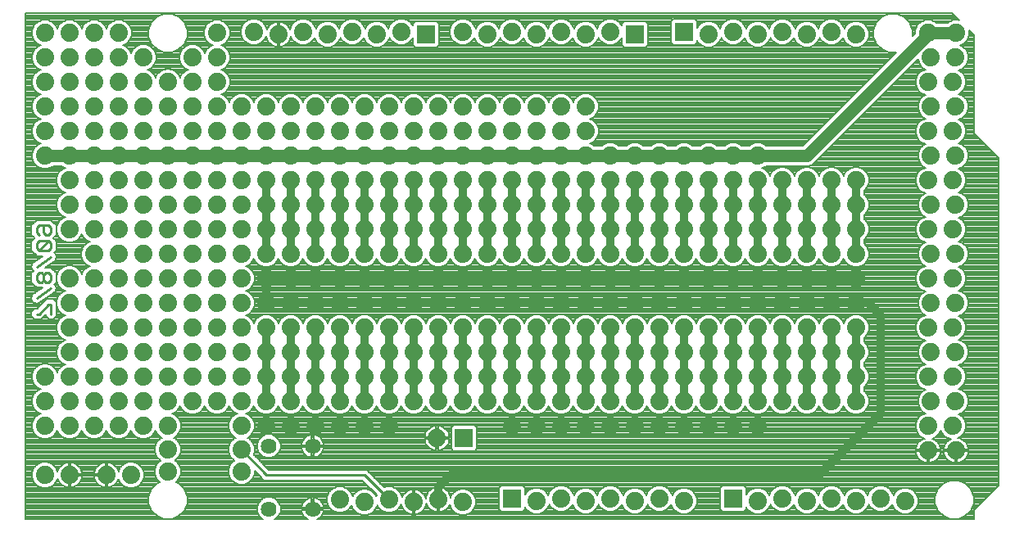
<source format=gbl>
G75*
%MOIN*%
%OFA0B0*%
%FSLAX24Y24*%
%IPPOS*%
%LPD*%
%AMOC8*
5,1,8,0,0,1.08239X$1,22.5*
%
%ADD10C,0.0110*%
%ADD11R,0.0740X0.0740*%
%ADD12C,0.0740*%
%ADD13C,0.0640*%
%ADD14C,0.0100*%
%ADD15C,0.0080*%
%ADD16C,0.0320*%
%ADD17C,0.0500*%
D10*
X000988Y012055D02*
X001087Y012055D01*
X001480Y012449D01*
X001579Y012449D01*
X001579Y012055D01*
X000988Y012700D02*
X001579Y013093D01*
X001480Y013344D02*
X001382Y013344D01*
X001284Y013443D01*
X001284Y013639D01*
X001185Y013738D01*
X001087Y013738D01*
X000988Y013639D01*
X000988Y013443D01*
X001087Y013344D01*
X001185Y013344D01*
X001284Y013443D01*
X001284Y013639D02*
X001382Y013738D01*
X001480Y013738D01*
X001579Y013639D01*
X001579Y013443D01*
X001480Y013344D01*
X000988Y013989D02*
X001579Y014382D01*
X001480Y014633D02*
X001087Y014633D01*
X001480Y015027D01*
X001087Y015027D01*
X000988Y014928D01*
X000988Y014732D01*
X001087Y014633D01*
X001480Y014633D02*
X001579Y014732D01*
X001579Y014928D01*
X001480Y015027D01*
X001480Y015278D02*
X001382Y015278D01*
X001284Y015376D01*
X001284Y015671D01*
X001480Y015671D02*
X001087Y015671D01*
X000988Y015573D01*
X000988Y015376D01*
X001087Y015278D01*
X001480Y015278D02*
X001579Y015376D01*
X001579Y015573D01*
X001480Y015671D01*
D11*
X016833Y023450D03*
X025333Y023450D03*
X027333Y023550D03*
X018383Y007000D03*
X020333Y004550D03*
X029333Y004550D03*
D12*
X030333Y004450D03*
X031333Y004550D03*
X032333Y004450D03*
X033333Y004550D03*
X034333Y004450D03*
X035333Y004550D03*
X036333Y004450D03*
X037263Y006500D03*
X038403Y006500D03*
X038283Y007500D03*
X037283Y007500D03*
X037383Y008500D03*
X038383Y008500D03*
X038283Y009500D03*
X037283Y009500D03*
X037383Y010500D03*
X038383Y010500D03*
X038283Y011500D03*
X037283Y011500D03*
X037383Y012500D03*
X038383Y012500D03*
X038283Y013500D03*
X037283Y013500D03*
X037383Y014500D03*
X038383Y014500D03*
X038283Y015500D03*
X037283Y015500D03*
X037383Y016500D03*
X038383Y016500D03*
X038283Y017500D03*
X037283Y017500D03*
X037383Y018500D03*
X038383Y018500D03*
X038283Y019500D03*
X037283Y019500D03*
X037383Y020500D03*
X038383Y020500D03*
X038283Y021500D03*
X037283Y021500D03*
X037383Y022500D03*
X038383Y022500D03*
X038403Y023500D03*
X037263Y023500D03*
X034333Y023450D03*
X033333Y023550D03*
X032333Y023450D03*
X031333Y023550D03*
X030333Y023450D03*
X029333Y023550D03*
X028333Y023450D03*
X024333Y023550D03*
X023333Y023450D03*
X022333Y023550D03*
X021333Y023450D03*
X020333Y023550D03*
X019333Y023450D03*
X018333Y023550D03*
X015833Y023550D03*
X014833Y023450D03*
X013833Y023550D03*
X012833Y023450D03*
X011833Y023550D03*
X010833Y023450D03*
X009833Y023550D03*
X008333Y023500D03*
X008333Y022500D03*
X007333Y022500D03*
X007333Y021500D03*
X008333Y021500D03*
X008333Y020500D03*
X007333Y020500D03*
X006333Y020500D03*
X005333Y020500D03*
X004333Y020500D03*
X003333Y020500D03*
X002333Y020500D03*
X001333Y020500D03*
X001333Y019500D03*
X002333Y019500D03*
X003333Y019500D03*
X004333Y019500D03*
X005333Y019500D03*
X006333Y019500D03*
X007333Y019500D03*
X008333Y019500D03*
X009333Y019500D03*
X010333Y019500D03*
X011333Y019500D03*
X012333Y019500D03*
X013333Y019500D03*
X014333Y019500D03*
X015333Y019500D03*
X016333Y019500D03*
X017333Y019500D03*
X018333Y019500D03*
X019333Y019500D03*
X020333Y019500D03*
X021333Y019500D03*
X022333Y019500D03*
X023333Y019500D03*
X023333Y018500D03*
X024333Y018500D03*
X025333Y018500D03*
X026333Y018500D03*
X027333Y018500D03*
X028333Y018500D03*
X029333Y018500D03*
X030333Y018500D03*
X030333Y017500D03*
X029333Y017500D03*
X028333Y017500D03*
X027333Y017500D03*
X026333Y017500D03*
X025333Y017500D03*
X024333Y017500D03*
X023333Y017500D03*
X022333Y017500D03*
X021333Y017500D03*
X020333Y017500D03*
X019333Y017500D03*
X018333Y017500D03*
X017333Y017500D03*
X016333Y017500D03*
X015333Y017500D03*
X014333Y017500D03*
X013333Y017500D03*
X012333Y017500D03*
X011333Y017500D03*
X010333Y017500D03*
X009333Y017500D03*
X008333Y017500D03*
X007333Y017500D03*
X006333Y017500D03*
X005333Y017500D03*
X004333Y017500D03*
X003333Y017500D03*
X002333Y017500D03*
X002333Y016500D03*
X003333Y016500D03*
X004333Y016500D03*
X005333Y016500D03*
X006333Y016500D03*
X007333Y016500D03*
X008333Y016500D03*
X009333Y016500D03*
X010333Y016500D03*
X011333Y016500D03*
X012333Y016500D03*
X013333Y016500D03*
X014333Y016500D03*
X015333Y016500D03*
X016333Y016500D03*
X017333Y016500D03*
X018333Y016500D03*
X019333Y016500D03*
X020333Y016500D03*
X021333Y016500D03*
X022333Y016500D03*
X023333Y016500D03*
X024333Y016500D03*
X025333Y016500D03*
X026333Y016500D03*
X027333Y016500D03*
X028333Y016500D03*
X029333Y016500D03*
X030333Y016500D03*
X031333Y016500D03*
X032333Y016500D03*
X033333Y016500D03*
X034333Y016500D03*
X034333Y015500D03*
X033333Y015500D03*
X032333Y015500D03*
X031333Y015500D03*
X030333Y015500D03*
X029333Y015500D03*
X028333Y015500D03*
X027333Y015500D03*
X026333Y015500D03*
X025333Y015500D03*
X024333Y015500D03*
X023333Y015500D03*
X022333Y015500D03*
X021333Y015500D03*
X020333Y015500D03*
X019333Y015500D03*
X018333Y015500D03*
X017333Y015500D03*
X016333Y015500D03*
X015333Y015500D03*
X014333Y015500D03*
X013333Y015500D03*
X012333Y015500D03*
X011333Y015500D03*
X010333Y015500D03*
X009333Y015500D03*
X008333Y015500D03*
X007333Y015500D03*
X006333Y015500D03*
X005333Y015500D03*
X004333Y015500D03*
X003333Y015500D03*
X002333Y015500D03*
X003333Y014500D03*
X004333Y014500D03*
X005333Y014500D03*
X006333Y014500D03*
X007333Y014500D03*
X008333Y014500D03*
X009333Y014500D03*
X010333Y014500D03*
X011333Y014500D03*
X012333Y014500D03*
X013333Y014500D03*
X014333Y014500D03*
X015333Y014500D03*
X016333Y014500D03*
X017333Y014500D03*
X018333Y014500D03*
X019333Y014500D03*
X020333Y014500D03*
X021333Y014500D03*
X022333Y014500D03*
X023333Y014500D03*
X024333Y014500D03*
X025333Y014500D03*
X026333Y014500D03*
X027333Y014500D03*
X028333Y014500D03*
X029333Y014500D03*
X030333Y014500D03*
X031333Y014500D03*
X032333Y014500D03*
X033333Y014500D03*
X034333Y014500D03*
X034333Y013500D03*
X033333Y013500D03*
X032333Y013500D03*
X031333Y013500D03*
X030333Y013500D03*
X029333Y013500D03*
X028333Y013500D03*
X027333Y013500D03*
X026333Y013500D03*
X025333Y013500D03*
X024333Y013500D03*
X023333Y013500D03*
X022333Y013500D03*
X021333Y013500D03*
X020333Y013500D03*
X019333Y013500D03*
X018333Y013500D03*
X017333Y013500D03*
X016333Y013500D03*
X015333Y013500D03*
X014333Y013500D03*
X013333Y013500D03*
X012333Y013500D03*
X011333Y013500D03*
X010333Y013500D03*
X009333Y013500D03*
X008333Y013500D03*
X007333Y013500D03*
X006333Y013500D03*
X005333Y013500D03*
X004333Y013500D03*
X003333Y013500D03*
X002333Y013500D03*
X002333Y012500D03*
X003333Y012500D03*
X004333Y012500D03*
X005333Y012500D03*
X006333Y012500D03*
X007333Y012500D03*
X008333Y012500D03*
X009333Y012500D03*
X010333Y012500D03*
X011333Y012500D03*
X012333Y012500D03*
X013333Y012500D03*
X014333Y012500D03*
X015333Y012500D03*
X016333Y012500D03*
X017333Y012500D03*
X018333Y012500D03*
X019333Y012500D03*
X020333Y012500D03*
X021333Y012500D03*
X022333Y012500D03*
X023333Y012500D03*
X024333Y012500D03*
X025333Y012500D03*
X026333Y012500D03*
X027333Y012500D03*
X028333Y012500D03*
X029333Y012500D03*
X030333Y012500D03*
X031333Y012500D03*
X032333Y012500D03*
X033333Y012500D03*
X034333Y012500D03*
X034333Y011500D03*
X033333Y011500D03*
X032333Y011500D03*
X031333Y011500D03*
X030333Y011500D03*
X029333Y011500D03*
X028333Y011500D03*
X027333Y011500D03*
X026333Y011500D03*
X025333Y011500D03*
X024333Y011500D03*
X023333Y011500D03*
X022333Y011500D03*
X021333Y011500D03*
X020333Y011500D03*
X019333Y011500D03*
X018333Y011500D03*
X017333Y011500D03*
X016333Y011500D03*
X015333Y011500D03*
X014333Y011500D03*
X013333Y011500D03*
X012333Y011500D03*
X011333Y011500D03*
X010333Y011500D03*
X009333Y011500D03*
X008333Y011500D03*
X007333Y011500D03*
X006333Y011500D03*
X005333Y011500D03*
X004333Y011500D03*
X003333Y011500D03*
X002333Y011500D03*
X002333Y010500D03*
X003333Y010500D03*
X004333Y010500D03*
X005333Y010500D03*
X006333Y010500D03*
X007333Y010500D03*
X008333Y010500D03*
X009333Y010500D03*
X010333Y010500D03*
X011333Y010500D03*
X012333Y010500D03*
X013333Y010500D03*
X014333Y010500D03*
X015333Y010500D03*
X016333Y010500D03*
X017333Y010500D03*
X018333Y010500D03*
X019333Y010500D03*
X020333Y010500D03*
X021333Y010500D03*
X022333Y010500D03*
X023333Y010500D03*
X024333Y010500D03*
X025333Y010500D03*
X026333Y010500D03*
X027333Y010500D03*
X028333Y010500D03*
X029333Y010500D03*
X030333Y010500D03*
X031333Y010500D03*
X032333Y010500D03*
X033333Y010500D03*
X034333Y010500D03*
X034333Y009500D03*
X033333Y009500D03*
X032333Y009500D03*
X031333Y009500D03*
X030333Y009500D03*
X029333Y009500D03*
X028333Y009500D03*
X027333Y009500D03*
X026333Y009500D03*
X025333Y009500D03*
X024333Y009500D03*
X023333Y009500D03*
X022333Y009500D03*
X021333Y009500D03*
X020333Y009500D03*
X019333Y009500D03*
X018333Y009500D03*
X017333Y009500D03*
X016333Y009500D03*
X015333Y009500D03*
X014333Y009500D03*
X013333Y009500D03*
X012333Y009500D03*
X011333Y009500D03*
X010333Y009500D03*
X009333Y009500D03*
X008333Y009500D03*
X007333Y009500D03*
X006333Y009500D03*
X005333Y009500D03*
X004333Y009500D03*
X003333Y009500D03*
X002333Y009500D03*
X001333Y009500D03*
X001333Y008500D03*
X002333Y008500D03*
X003333Y008500D03*
X004333Y008500D03*
X005333Y008500D03*
X006333Y008500D03*
X007333Y008500D03*
X008333Y008500D03*
X009333Y008500D03*
X010333Y008500D03*
X011333Y008500D03*
X012333Y008500D03*
X013333Y008500D03*
X014333Y008500D03*
X015333Y008500D03*
X016333Y008500D03*
X017333Y008500D03*
X018333Y008500D03*
X019333Y008500D03*
X020333Y008500D03*
X021333Y008500D03*
X022333Y008500D03*
X023333Y008500D03*
X024333Y008500D03*
X025333Y008500D03*
X026333Y008500D03*
X027333Y008500D03*
X028333Y008500D03*
X029333Y008500D03*
X030333Y008500D03*
X031333Y008500D03*
X032333Y008500D03*
X033333Y008500D03*
X034333Y008500D03*
X030333Y007500D03*
X029333Y007500D03*
X028333Y007500D03*
X027333Y007500D03*
X026333Y007500D03*
X025333Y007500D03*
X024333Y007500D03*
X023333Y007500D03*
X022333Y007500D03*
X021333Y007500D03*
X020333Y007500D03*
X017283Y007000D03*
X015333Y007500D03*
X014333Y007500D03*
X013333Y007500D03*
X012333Y007500D03*
X011333Y007500D03*
X010333Y007500D03*
X009333Y007500D03*
X009333Y006550D03*
X009333Y005650D03*
X006333Y005650D03*
X004833Y005500D03*
X003833Y005500D03*
X002333Y005500D03*
X001333Y005500D03*
X001333Y007500D03*
X002333Y007500D03*
X003333Y007500D03*
X004333Y007500D03*
X005333Y007500D03*
X006333Y007500D03*
X006333Y006550D03*
X013333Y004500D03*
X014333Y004400D03*
X015333Y004500D03*
X016333Y004400D03*
X017333Y004500D03*
X018333Y004400D03*
X021333Y004450D03*
X022333Y004550D03*
X023333Y004450D03*
X024333Y004550D03*
X025333Y004450D03*
X026333Y004550D03*
X027333Y004450D03*
X031333Y017500D03*
X032333Y017500D03*
X033333Y017500D03*
X034333Y017500D03*
X023333Y020500D03*
X022333Y020500D03*
X021333Y020500D03*
X020333Y020500D03*
X019333Y020500D03*
X018333Y020500D03*
X017333Y020500D03*
X016333Y020500D03*
X015333Y020500D03*
X014333Y020500D03*
X013333Y020500D03*
X012333Y020500D03*
X011333Y020500D03*
X010333Y020500D03*
X009333Y020500D03*
X006333Y021500D03*
X005333Y021500D03*
X004333Y021500D03*
X003333Y021500D03*
X002333Y021500D03*
X001333Y021500D03*
X001333Y022500D03*
X002333Y022500D03*
X003333Y022500D03*
X004333Y022500D03*
X005333Y022500D03*
X004333Y023500D03*
X003333Y023500D03*
X002333Y023500D03*
X001333Y023500D03*
X001333Y018500D03*
X002333Y018500D03*
X003333Y018500D03*
X004333Y018500D03*
X005333Y018500D03*
X006333Y018500D03*
X007333Y018500D03*
X008333Y018500D03*
X009333Y018500D03*
X010333Y018500D03*
X011333Y018500D03*
X012333Y018500D03*
X013333Y018500D03*
X014333Y018500D03*
X015333Y018500D03*
X016333Y018500D03*
X017333Y018500D03*
X018333Y018500D03*
X019333Y018500D03*
X020333Y018500D03*
X021333Y018500D03*
X022333Y018500D03*
D13*
X012223Y006680D03*
X010443Y006680D03*
X010443Y004120D03*
X012223Y004120D03*
D14*
X010333Y005500D02*
X014333Y005500D01*
X015333Y004500D01*
X010333Y005500D02*
X009333Y006550D01*
D15*
X000533Y003700D02*
X000533Y024300D01*
X038250Y024300D01*
X038529Y024022D01*
X038509Y024030D01*
X038298Y024030D01*
X038103Y023949D01*
X038064Y023910D01*
X037603Y023910D01*
X037564Y023949D01*
X037369Y024030D01*
X037158Y024030D01*
X036963Y023949D01*
X036814Y023800D01*
X036733Y023605D01*
X036733Y023480D01*
X036623Y023370D01*
X036623Y023657D01*
X036503Y023947D01*
X036281Y024170D01*
X035990Y024290D01*
X035676Y024290D01*
X035386Y024170D01*
X035164Y023947D01*
X035043Y023657D01*
X035043Y023343D01*
X035164Y023053D01*
X035386Y022830D01*
X035676Y022710D01*
X035964Y022710D01*
X032164Y018910D01*
X030673Y018910D01*
X030634Y018949D01*
X030439Y019030D01*
X030228Y019030D01*
X030033Y018949D01*
X029994Y018910D01*
X029673Y018910D01*
X029634Y018949D01*
X029439Y019030D01*
X029228Y019030D01*
X029033Y018949D01*
X028994Y018910D01*
X028673Y018910D01*
X028634Y018949D01*
X028439Y019030D01*
X028228Y019030D01*
X028033Y018949D01*
X027994Y018910D01*
X027673Y018910D01*
X027634Y018949D01*
X027439Y019030D01*
X027228Y019030D01*
X027033Y018949D01*
X026994Y018910D01*
X026673Y018910D01*
X026634Y018949D01*
X026439Y019030D01*
X026228Y019030D01*
X026033Y018949D01*
X025994Y018910D01*
X025673Y018910D01*
X025634Y018949D01*
X025439Y019030D01*
X025228Y019030D01*
X025033Y018949D01*
X024994Y018910D01*
X024673Y018910D01*
X024634Y018949D01*
X024439Y019030D01*
X024228Y019030D01*
X024033Y018949D01*
X023994Y018910D01*
X023673Y018910D01*
X023634Y018949D01*
X023511Y019000D01*
X023634Y019051D01*
X023783Y019200D01*
X032454Y019200D01*
X032532Y019279D02*
X023815Y019279D01*
X023848Y019357D02*
X032611Y019357D01*
X032689Y019436D02*
X023863Y019436D01*
X023863Y019395D02*
X023863Y019605D01*
X023783Y019800D01*
X023634Y019949D01*
X023511Y020000D01*
X023634Y020051D01*
X023783Y020200D01*
X023863Y020395D01*
X023863Y020605D01*
X023783Y020800D01*
X023634Y020949D01*
X023439Y021030D01*
X023228Y021030D01*
X023033Y020949D01*
X022884Y020800D01*
X022833Y020678D01*
X022783Y020800D01*
X022634Y020949D01*
X022439Y021030D01*
X022228Y021030D01*
X022033Y020949D01*
X021884Y020800D01*
X021833Y020678D01*
X021783Y020800D01*
X021634Y020949D01*
X021439Y021030D01*
X021228Y021030D01*
X021033Y020949D01*
X020884Y020800D01*
X020833Y020678D01*
X020783Y020800D01*
X020634Y020949D01*
X020439Y021030D01*
X020228Y021030D01*
X020033Y020949D01*
X019884Y020800D01*
X019833Y020678D01*
X019783Y020800D01*
X019634Y020949D01*
X019439Y021030D01*
X019228Y021030D01*
X019033Y020949D01*
X018884Y020800D01*
X018833Y020678D01*
X018783Y020800D01*
X018634Y020949D01*
X018439Y021030D01*
X018228Y021030D01*
X018033Y020949D01*
X017884Y020800D01*
X017833Y020678D01*
X017783Y020800D01*
X017634Y020949D01*
X017439Y021030D01*
X017228Y021030D01*
X017033Y020949D01*
X016884Y020800D01*
X016833Y020678D01*
X016783Y020800D01*
X016634Y020949D01*
X016439Y021030D01*
X016228Y021030D01*
X016033Y020949D01*
X015884Y020800D01*
X015833Y020678D01*
X015783Y020800D01*
X015634Y020949D01*
X015439Y021030D01*
X015228Y021030D01*
X015033Y020949D01*
X014884Y020800D01*
X014833Y020678D01*
X014783Y020800D01*
X014634Y020949D01*
X014439Y021030D01*
X014228Y021030D01*
X014033Y020949D01*
X013884Y020800D01*
X013833Y020678D01*
X013783Y020800D01*
X013634Y020949D01*
X013439Y021030D01*
X013228Y021030D01*
X013033Y020949D01*
X012884Y020800D01*
X012833Y020678D01*
X012783Y020800D01*
X012634Y020949D01*
X012439Y021030D01*
X012228Y021030D01*
X012033Y020949D01*
X011884Y020800D01*
X011833Y020678D01*
X011783Y020800D01*
X011634Y020949D01*
X011439Y021030D01*
X011228Y021030D01*
X011033Y020949D01*
X010884Y020800D01*
X010833Y020678D01*
X010783Y020800D01*
X010634Y020949D01*
X010439Y021030D01*
X010228Y021030D01*
X010033Y020949D01*
X009884Y020800D01*
X009833Y020678D01*
X009783Y020800D01*
X009634Y020949D01*
X009439Y021030D01*
X009228Y021030D01*
X009033Y020949D01*
X008884Y020800D01*
X008833Y020678D01*
X008783Y020800D01*
X008634Y020949D01*
X008511Y021000D01*
X008634Y021051D01*
X008783Y021200D01*
X008863Y021395D01*
X008863Y021605D01*
X008783Y021800D01*
X008634Y021949D01*
X008511Y022000D01*
X008634Y022051D01*
X008783Y022200D01*
X008863Y022395D01*
X008863Y022605D01*
X008783Y022800D01*
X008634Y022949D01*
X008511Y023000D01*
X008634Y023051D01*
X008783Y023200D01*
X008863Y023395D01*
X008863Y023605D01*
X008783Y023800D01*
X008634Y023949D01*
X008439Y024030D01*
X008228Y024030D01*
X008033Y023949D01*
X007884Y023800D01*
X007803Y023605D01*
X007803Y023395D01*
X007884Y023200D01*
X008033Y023051D01*
X008155Y023000D01*
X008033Y022949D01*
X007884Y022800D01*
X007833Y022678D01*
X007783Y022800D01*
X007634Y022949D01*
X007439Y023030D01*
X007228Y023030D01*
X007033Y022949D01*
X006884Y022800D01*
X006803Y022605D01*
X006803Y022395D01*
X006884Y022200D01*
X007033Y022051D01*
X007155Y022000D01*
X007033Y021949D01*
X006884Y021800D01*
X006833Y021678D01*
X006783Y021800D01*
X006634Y021949D01*
X006439Y022030D01*
X006228Y022030D01*
X006033Y021949D01*
X005884Y021800D01*
X005833Y021678D01*
X005783Y021800D01*
X005634Y021949D01*
X005511Y022000D01*
X005634Y022051D01*
X005783Y022200D01*
X005863Y022395D01*
X005863Y022605D01*
X005783Y022800D01*
X005634Y022949D01*
X005439Y023030D01*
X005228Y023030D01*
X005033Y022949D01*
X004884Y022800D01*
X004833Y022678D01*
X004783Y022800D01*
X004634Y022949D01*
X004511Y023000D01*
X004634Y023051D01*
X004783Y023200D01*
X004863Y023395D01*
X004863Y023605D01*
X004783Y023800D01*
X004634Y023949D01*
X004439Y024030D01*
X004228Y024030D01*
X004033Y023949D01*
X003884Y023800D01*
X003833Y023678D01*
X003783Y023800D01*
X003634Y023949D01*
X003439Y024030D01*
X003228Y024030D01*
X003033Y023949D01*
X002884Y023800D01*
X002833Y023678D01*
X002783Y023800D01*
X002634Y023949D01*
X002439Y024030D01*
X002228Y024030D01*
X002033Y023949D01*
X001884Y023800D01*
X001833Y023678D01*
X001783Y023800D01*
X001634Y023949D01*
X001439Y024030D01*
X001228Y024030D01*
X001033Y023949D01*
X000884Y023800D01*
X000803Y023605D01*
X000803Y023395D01*
X000884Y023200D01*
X001033Y023051D01*
X001155Y023000D01*
X001033Y022949D01*
X000884Y022800D01*
X000803Y022605D01*
X000803Y022395D01*
X000884Y022200D01*
X001033Y022051D01*
X001155Y022000D01*
X001033Y021949D01*
X000884Y021800D01*
X000803Y021605D01*
X000803Y021395D01*
X000884Y021200D01*
X001033Y021051D01*
X001155Y021000D01*
X001033Y020949D01*
X000884Y020800D01*
X000803Y020605D01*
X000803Y020395D01*
X000884Y020200D01*
X001033Y020051D01*
X001155Y020000D01*
X001033Y019949D01*
X000884Y019800D01*
X000803Y019605D01*
X000803Y019395D01*
X000884Y019200D01*
X000533Y019200D01*
X000533Y019122D02*
X000962Y019122D01*
X001033Y019051D02*
X001155Y019000D01*
X001033Y018949D01*
X000884Y018800D01*
X000803Y018605D01*
X000803Y018395D01*
X000884Y018200D01*
X001033Y018051D01*
X001228Y017970D01*
X001439Y017970D01*
X001634Y018051D01*
X001673Y018090D01*
X001994Y018090D01*
X002033Y018051D01*
X002155Y018000D01*
X002033Y017949D01*
X001884Y017800D01*
X001803Y017605D01*
X001803Y017395D01*
X001884Y017200D01*
X002033Y017051D01*
X002155Y017000D01*
X002033Y016949D01*
X001884Y016800D01*
X001803Y016605D01*
X001803Y016395D01*
X001884Y016200D01*
X002033Y016051D01*
X002155Y016000D01*
X002033Y015949D01*
X001884Y015800D01*
X001803Y015605D01*
X001803Y015395D01*
X001884Y015200D01*
X002033Y015051D01*
X002228Y014970D01*
X002439Y014970D01*
X002634Y015051D01*
X002783Y015200D01*
X002833Y015322D01*
X002884Y015200D01*
X003033Y015051D01*
X003155Y015000D01*
X003033Y014949D01*
X002884Y014800D01*
X002803Y014605D01*
X002803Y014395D01*
X002884Y014200D01*
X003033Y014051D01*
X003155Y014000D01*
X003033Y013949D01*
X002884Y013800D01*
X002833Y013678D01*
X002783Y013800D01*
X002634Y013949D01*
X002439Y014030D01*
X002228Y014030D01*
X002033Y013949D01*
X001884Y013800D01*
X001803Y013605D01*
X001803Y013395D01*
X001884Y013200D01*
X002033Y013051D01*
X002155Y013000D01*
X002033Y012949D01*
X001884Y012800D01*
X001803Y012605D01*
X001803Y012395D01*
X001884Y012200D01*
X002033Y012051D01*
X002155Y012000D01*
X002033Y011949D01*
X001884Y011800D01*
X001803Y011605D01*
X001803Y011395D01*
X001884Y011200D01*
X002033Y011051D01*
X002155Y011000D01*
X002033Y010949D01*
X001884Y010800D01*
X001803Y010605D01*
X001803Y010395D01*
X001884Y010200D01*
X002033Y010051D01*
X002155Y010000D01*
X002033Y009949D01*
X001884Y009800D01*
X001833Y009678D01*
X001783Y009800D01*
X001634Y009949D01*
X001439Y010030D01*
X001228Y010030D01*
X001033Y009949D01*
X000884Y009800D01*
X000803Y009605D01*
X000803Y009395D01*
X000884Y009200D01*
X001033Y009051D01*
X001155Y009000D01*
X001033Y008949D01*
X000884Y008800D01*
X000803Y008605D01*
X000803Y008395D01*
X000884Y008200D01*
X001033Y008051D01*
X001155Y008000D01*
X001033Y007949D01*
X000884Y007800D01*
X000803Y007605D01*
X000803Y007395D01*
X000884Y007200D01*
X001033Y007051D01*
X001228Y006970D01*
X001439Y006970D01*
X001634Y007051D01*
X001783Y007200D01*
X001833Y007322D01*
X001884Y007200D01*
X002033Y007051D01*
X002228Y006970D01*
X002439Y006970D01*
X002634Y007051D01*
X002783Y007200D01*
X002833Y007322D01*
X002884Y007200D01*
X003033Y007051D01*
X003228Y006970D01*
X003439Y006970D01*
X003634Y007051D01*
X003783Y007200D01*
X003833Y007322D01*
X003884Y007200D01*
X004033Y007051D01*
X004228Y006970D01*
X004439Y006970D01*
X004634Y007051D01*
X004783Y007200D01*
X004833Y007322D01*
X004884Y007200D01*
X005033Y007051D01*
X005228Y006970D01*
X005439Y006970D01*
X005634Y007051D01*
X005783Y007200D01*
X005833Y007322D01*
X005884Y007200D01*
X006033Y007051D01*
X006095Y007025D01*
X006033Y006999D01*
X005884Y006850D01*
X005803Y006655D01*
X005803Y006445D01*
X005884Y006250D01*
X006033Y006101D01*
X006035Y006100D01*
X006033Y006099D01*
X005884Y005950D01*
X005803Y005755D01*
X005803Y005545D01*
X005884Y005350D01*
X006012Y005222D01*
X005886Y005170D01*
X005664Y004947D01*
X005543Y004657D01*
X005543Y004343D01*
X005664Y004053D01*
X005886Y003830D01*
X006176Y003710D01*
X006490Y003710D01*
X006781Y003830D01*
X007003Y004053D01*
X007123Y004343D01*
X007123Y004657D01*
X007003Y004947D01*
X006781Y005170D01*
X006655Y005222D01*
X006783Y005350D01*
X006863Y005545D01*
X006863Y005755D01*
X006783Y005950D01*
X006634Y006099D01*
X006632Y006100D01*
X006634Y006101D01*
X006783Y006250D01*
X006863Y006445D01*
X006863Y006655D01*
X006783Y006850D01*
X006634Y006999D01*
X006572Y007025D01*
X006634Y007051D01*
X006783Y007200D01*
X006863Y007395D01*
X006863Y007605D01*
X006783Y007800D01*
X006634Y007949D01*
X006511Y008000D01*
X006634Y008051D01*
X006783Y008200D01*
X006833Y008322D01*
X006884Y008200D01*
X007033Y008051D01*
X007228Y007970D01*
X007439Y007970D01*
X007634Y008051D01*
X007783Y008200D01*
X007833Y008322D01*
X007884Y008200D01*
X008033Y008051D01*
X008228Y007970D01*
X008439Y007970D01*
X008634Y008051D01*
X008783Y008200D01*
X008833Y008322D01*
X008884Y008200D01*
X009033Y008051D01*
X009155Y008000D01*
X009033Y007949D01*
X008884Y007800D01*
X008803Y007605D01*
X008803Y007395D01*
X008884Y007200D01*
X009033Y007051D01*
X009095Y007025D01*
X009033Y006999D01*
X008884Y006850D01*
X008803Y006655D01*
X008803Y006445D01*
X008884Y006250D01*
X009033Y006101D01*
X009035Y006100D01*
X009033Y006099D01*
X008884Y005950D01*
X008803Y005755D01*
X008803Y005545D01*
X008884Y005350D01*
X009033Y005201D01*
X009228Y005120D01*
X009439Y005120D01*
X009634Y005201D01*
X009783Y005350D01*
X009863Y005545D01*
X009863Y005689D01*
X010123Y005416D01*
X010123Y005413D01*
X010183Y005353D01*
X010241Y005292D01*
X010244Y005292D01*
X010246Y005290D01*
X010331Y005290D01*
X010415Y005288D01*
X010417Y005290D01*
X014246Y005290D01*
X014841Y004696D01*
X014813Y004628D01*
X014783Y004700D01*
X014634Y004849D01*
X014439Y004930D01*
X014228Y004930D01*
X014033Y004849D01*
X013884Y004700D01*
X013854Y004628D01*
X013783Y004800D01*
X013634Y004949D01*
X013439Y005030D01*
X013228Y005030D01*
X013033Y004949D01*
X012884Y004800D01*
X012803Y004605D01*
X012803Y004395D01*
X012884Y004200D01*
X013033Y004051D01*
X013228Y003970D01*
X013439Y003970D01*
X013634Y004051D01*
X013783Y004200D01*
X013813Y004272D01*
X013884Y004100D01*
X014033Y003951D01*
X014228Y003870D01*
X014439Y003870D01*
X014634Y003951D01*
X014783Y004100D01*
X014854Y004272D01*
X014884Y004200D01*
X015033Y004051D01*
X015228Y003970D01*
X015439Y003970D01*
X015634Y004051D01*
X015783Y004200D01*
X015830Y004315D01*
X015836Y004281D01*
X015861Y004204D01*
X015897Y004133D01*
X015944Y004068D01*
X016001Y004011D01*
X016066Y003964D01*
X016138Y003927D01*
X016214Y003903D01*
X016293Y003890D01*
X016293Y003890D01*
X016293Y004360D01*
X016373Y004360D01*
X016373Y003890D01*
X016373Y003890D01*
X016453Y003903D01*
X016529Y003927D01*
X016601Y003964D01*
X016666Y004011D01*
X016722Y004068D01*
X016770Y004133D01*
X016806Y004204D01*
X016831Y004281D01*
X016843Y004358D01*
X016861Y004304D01*
X016897Y004233D01*
X016944Y004168D01*
X017001Y004111D01*
X017066Y004064D01*
X017138Y004027D01*
X017214Y004003D01*
X017293Y003990D01*
X017293Y003990D01*
X017293Y004460D01*
X017373Y004460D01*
X017373Y003990D01*
X017373Y003990D01*
X017453Y004003D01*
X017529Y004027D01*
X017601Y004064D01*
X017666Y004111D01*
X017722Y004168D01*
X017770Y004233D01*
X017803Y004299D01*
X017803Y004295D01*
X017884Y004100D01*
X018033Y003951D01*
X018228Y003870D01*
X018439Y003870D01*
X018634Y003951D01*
X018783Y004100D01*
X018863Y004295D01*
X018863Y004505D01*
X018783Y004700D01*
X018634Y004849D01*
X018439Y004930D01*
X018228Y004930D01*
X018033Y004849D01*
X017884Y004700D01*
X017836Y004585D01*
X017831Y004619D01*
X017806Y004696D01*
X017770Y004767D01*
X017722Y004832D01*
X017666Y004889D01*
X017601Y004936D01*
X017529Y004973D01*
X017453Y004997D01*
X017373Y005010D01*
X017373Y004540D01*
X017293Y004540D01*
X017293Y005010D01*
X017214Y004997D01*
X017138Y004973D01*
X017066Y004936D01*
X017001Y004889D01*
X016944Y004832D01*
X016897Y004767D01*
X016861Y004696D01*
X016836Y004619D01*
X016824Y004542D01*
X016806Y004596D01*
X016770Y004667D01*
X016722Y004732D01*
X016666Y004789D01*
X016601Y004836D01*
X016529Y004873D01*
X016453Y004897D01*
X016373Y004910D01*
X016373Y004440D01*
X016293Y004440D01*
X016293Y004910D01*
X016214Y004897D01*
X016138Y004873D01*
X016066Y004836D01*
X016001Y004789D01*
X015944Y004732D01*
X015897Y004667D01*
X015863Y004601D01*
X015863Y004605D01*
X015783Y004800D01*
X015634Y004949D01*
X015439Y005030D01*
X015228Y005030D01*
X015138Y004993D01*
X014420Y005710D01*
X010423Y005710D01*
X009821Y006342D01*
X009863Y006445D01*
X009863Y006655D01*
X009783Y006850D01*
X009634Y006999D01*
X009572Y007025D01*
X009634Y007051D01*
X009783Y007200D01*
X009863Y007395D01*
X009863Y007605D01*
X009783Y007800D01*
X009634Y007949D01*
X009511Y008000D01*
X009634Y008051D01*
X009783Y008200D01*
X009833Y008322D01*
X009884Y008200D01*
X010033Y008051D01*
X010228Y007970D01*
X010439Y007970D01*
X010634Y008051D01*
X010783Y008200D01*
X010833Y008322D01*
X010884Y008200D01*
X011033Y008051D01*
X011228Y007970D01*
X011439Y007970D01*
X011634Y008051D01*
X011783Y008200D01*
X011833Y008322D01*
X011884Y008200D01*
X012033Y008051D01*
X012228Y007970D01*
X012439Y007970D01*
X012634Y008051D01*
X012783Y008200D01*
X012833Y008322D01*
X012884Y008200D01*
X013033Y008051D01*
X013228Y007970D01*
X013439Y007970D01*
X013634Y008051D01*
X013783Y008200D01*
X013833Y008322D01*
X013884Y008200D01*
X014033Y008051D01*
X014228Y007970D01*
X014439Y007970D01*
X014634Y008051D01*
X014783Y008200D01*
X014833Y008322D01*
X014884Y008200D01*
X015033Y008051D01*
X015228Y007970D01*
X015439Y007970D01*
X015634Y008051D01*
X015783Y008200D01*
X015833Y008322D01*
X015884Y008200D01*
X016033Y008051D01*
X016228Y007970D01*
X016439Y007970D01*
X016634Y008051D01*
X016783Y008200D01*
X016833Y008322D01*
X016884Y008200D01*
X017033Y008051D01*
X017228Y007970D01*
X017439Y007970D01*
X017634Y008051D01*
X017783Y008200D01*
X017833Y008322D01*
X017884Y008200D01*
X018033Y008051D01*
X018228Y007970D01*
X018439Y007970D01*
X018634Y008051D01*
X018783Y008200D01*
X018833Y008322D01*
X018884Y008200D01*
X019033Y008051D01*
X019228Y007970D01*
X019439Y007970D01*
X019634Y008051D01*
X019783Y008200D01*
X019833Y008322D01*
X019884Y008200D01*
X020033Y008051D01*
X020228Y007970D01*
X020439Y007970D01*
X020634Y008051D01*
X020783Y008200D01*
X020833Y008322D01*
X020884Y008200D01*
X021033Y008051D01*
X021228Y007970D01*
X021439Y007970D01*
X021634Y008051D01*
X021783Y008200D01*
X021833Y008322D01*
X021884Y008200D01*
X022033Y008051D01*
X022228Y007970D01*
X022439Y007970D01*
X022634Y008051D01*
X022783Y008200D01*
X022833Y008322D01*
X022884Y008200D01*
X023033Y008051D01*
X023228Y007970D01*
X023439Y007970D01*
X023634Y008051D01*
X023783Y008200D01*
X023833Y008322D01*
X023884Y008200D01*
X024033Y008051D01*
X024228Y007970D01*
X024439Y007970D01*
X024634Y008051D01*
X024783Y008200D01*
X024833Y008322D01*
X024884Y008200D01*
X025033Y008051D01*
X025228Y007970D01*
X025439Y007970D01*
X025634Y008051D01*
X025783Y008200D01*
X025833Y008322D01*
X025884Y008200D01*
X026033Y008051D01*
X026228Y007970D01*
X026439Y007970D01*
X026634Y008051D01*
X026783Y008200D01*
X026833Y008322D01*
X026884Y008200D01*
X027033Y008051D01*
X027228Y007970D01*
X027439Y007970D01*
X027634Y008051D01*
X027783Y008200D01*
X027833Y008322D01*
X027884Y008200D01*
X028033Y008051D01*
X028228Y007970D01*
X028439Y007970D01*
X028634Y008051D01*
X028783Y008200D01*
X028833Y008322D01*
X028884Y008200D01*
X029033Y008051D01*
X029228Y007970D01*
X029439Y007970D01*
X029634Y008051D01*
X029783Y008200D01*
X029833Y008322D01*
X029884Y008200D01*
X030033Y008051D01*
X030228Y007970D01*
X030439Y007970D01*
X030634Y008051D01*
X030783Y008200D01*
X030833Y008322D01*
X030884Y008200D01*
X031033Y008051D01*
X031228Y007970D01*
X031439Y007970D01*
X031634Y008051D01*
X031783Y008200D01*
X031833Y008322D01*
X031884Y008200D01*
X032033Y008051D01*
X032228Y007970D01*
X032439Y007970D01*
X032634Y008051D01*
X032783Y008200D01*
X032833Y008322D01*
X032884Y008200D01*
X033033Y008051D01*
X033228Y007970D01*
X033439Y007970D01*
X033634Y008051D01*
X033783Y008200D01*
X033833Y008322D01*
X033884Y008200D01*
X034033Y008051D01*
X034228Y007970D01*
X034439Y007970D01*
X034634Y008051D01*
X034783Y008200D01*
X034863Y008395D01*
X034863Y008605D01*
X034783Y008800D01*
X034653Y008930D01*
X034653Y009070D01*
X034783Y009200D01*
X034863Y009395D01*
X034863Y009605D01*
X034783Y009800D01*
X034653Y009930D01*
X034653Y010070D01*
X034783Y010200D01*
X034863Y010395D01*
X034863Y010605D01*
X034783Y010800D01*
X034653Y010930D01*
X034653Y011070D01*
X034783Y011200D01*
X034863Y011395D01*
X034863Y011605D01*
X034783Y011800D01*
X034634Y011949D01*
X034439Y012030D01*
X034228Y012030D01*
X034033Y011949D01*
X033884Y011800D01*
X033833Y011678D01*
X033783Y011800D01*
X033634Y011949D01*
X033439Y012030D01*
X033228Y012030D01*
X033033Y011949D01*
X032884Y011800D01*
X032833Y011678D01*
X032783Y011800D01*
X032634Y011949D01*
X032439Y012030D01*
X032228Y012030D01*
X032033Y011949D01*
X031884Y011800D01*
X031833Y011678D01*
X031783Y011800D01*
X031634Y011949D01*
X031439Y012030D01*
X031228Y012030D01*
X031033Y011949D01*
X030884Y011800D01*
X030833Y011678D01*
X030783Y011800D01*
X030634Y011949D01*
X030439Y012030D01*
X030228Y012030D01*
X030033Y011949D01*
X029884Y011800D01*
X029833Y011678D01*
X029783Y011800D01*
X029634Y011949D01*
X029439Y012030D01*
X029228Y012030D01*
X029033Y011949D01*
X028884Y011800D01*
X028833Y011678D01*
X028783Y011800D01*
X028634Y011949D01*
X028439Y012030D01*
X028228Y012030D01*
X028033Y011949D01*
X027884Y011800D01*
X027833Y011678D01*
X027783Y011800D01*
X027634Y011949D01*
X027439Y012030D01*
X027228Y012030D01*
X027033Y011949D01*
X026884Y011800D01*
X026833Y011678D01*
X026783Y011800D01*
X026634Y011949D01*
X026439Y012030D01*
X026228Y012030D01*
X026033Y011949D01*
X025884Y011800D01*
X025833Y011678D01*
X025783Y011800D01*
X025634Y011949D01*
X025439Y012030D01*
X025228Y012030D01*
X025033Y011949D01*
X024884Y011800D01*
X024833Y011678D01*
X024783Y011800D01*
X024634Y011949D01*
X024439Y012030D01*
X024228Y012030D01*
X024033Y011949D01*
X023884Y011800D01*
X023833Y011678D01*
X023783Y011800D01*
X023634Y011949D01*
X023439Y012030D01*
X023228Y012030D01*
X023033Y011949D01*
X022884Y011800D01*
X022833Y011678D01*
X022783Y011800D01*
X022634Y011949D01*
X022439Y012030D01*
X022228Y012030D01*
X022033Y011949D01*
X021884Y011800D01*
X021833Y011678D01*
X021783Y011800D01*
X021634Y011949D01*
X021439Y012030D01*
X021228Y012030D01*
X021033Y011949D01*
X020884Y011800D01*
X020833Y011678D01*
X020783Y011800D01*
X020634Y011949D01*
X020439Y012030D01*
X020228Y012030D01*
X020033Y011949D01*
X019884Y011800D01*
X019833Y011678D01*
X019783Y011800D01*
X019634Y011949D01*
X019439Y012030D01*
X019228Y012030D01*
X019033Y011949D01*
X018884Y011800D01*
X018833Y011678D01*
X018783Y011800D01*
X018634Y011949D01*
X018439Y012030D01*
X018228Y012030D01*
X018033Y011949D01*
X017884Y011800D01*
X017833Y011678D01*
X017783Y011800D01*
X017634Y011949D01*
X017439Y012030D01*
X017228Y012030D01*
X017033Y011949D01*
X016884Y011800D01*
X016833Y011678D01*
X016783Y011800D01*
X016634Y011949D01*
X016439Y012030D01*
X016228Y012030D01*
X016033Y011949D01*
X015884Y011800D01*
X015833Y011678D01*
X015783Y011800D01*
X015634Y011949D01*
X015439Y012030D01*
X015228Y012030D01*
X015033Y011949D01*
X014884Y011800D01*
X014833Y011678D01*
X014783Y011800D01*
X014634Y011949D01*
X014439Y012030D01*
X014228Y012030D01*
X014033Y011949D01*
X013884Y011800D01*
X013833Y011678D01*
X013783Y011800D01*
X013634Y011949D01*
X013439Y012030D01*
X013228Y012030D01*
X013033Y011949D01*
X012884Y011800D01*
X012833Y011678D01*
X012783Y011800D01*
X012634Y011949D01*
X012439Y012030D01*
X012228Y012030D01*
X012033Y011949D01*
X011884Y011800D01*
X011833Y011678D01*
X011783Y011800D01*
X011634Y011949D01*
X011439Y012030D01*
X011228Y012030D01*
X011033Y011949D01*
X010884Y011800D01*
X010833Y011678D01*
X010783Y011800D01*
X010634Y011949D01*
X010439Y012030D01*
X010228Y012030D01*
X010033Y011949D01*
X009884Y011800D01*
X009833Y011678D01*
X009783Y011800D01*
X009634Y011949D01*
X009511Y012000D01*
X009634Y012051D01*
X009783Y012200D01*
X009863Y012395D01*
X009863Y012605D01*
X009783Y012800D01*
X009634Y012949D01*
X009511Y013000D01*
X009634Y013051D01*
X009783Y013200D01*
X009863Y013395D01*
X009863Y013605D01*
X009783Y013800D01*
X009634Y013949D01*
X009511Y014000D01*
X009634Y014051D01*
X009783Y014200D01*
X009833Y014322D01*
X009884Y014200D01*
X010033Y014051D01*
X010228Y013970D01*
X010439Y013970D01*
X010634Y014051D01*
X010783Y014200D01*
X010833Y014322D01*
X010884Y014200D01*
X011033Y014051D01*
X011228Y013970D01*
X011439Y013970D01*
X011634Y014051D01*
X011783Y014200D01*
X011833Y014322D01*
X011884Y014200D01*
X012033Y014051D01*
X012228Y013970D01*
X012439Y013970D01*
X012634Y014051D01*
X012783Y014200D01*
X012833Y014322D01*
X012884Y014200D01*
X013033Y014051D01*
X013228Y013970D01*
X013439Y013970D01*
X013634Y014051D01*
X013783Y014200D01*
X013833Y014322D01*
X013884Y014200D01*
X014033Y014051D01*
X014228Y013970D01*
X014439Y013970D01*
X014634Y014051D01*
X014783Y014200D01*
X014833Y014322D01*
X014884Y014200D01*
X015033Y014051D01*
X015228Y013970D01*
X015439Y013970D01*
X015634Y014051D01*
X015783Y014200D01*
X015833Y014322D01*
X015884Y014200D01*
X016033Y014051D01*
X016228Y013970D01*
X016439Y013970D01*
X016634Y014051D01*
X016783Y014200D01*
X016833Y014322D01*
X016884Y014200D01*
X017033Y014051D01*
X017228Y013970D01*
X017439Y013970D01*
X017634Y014051D01*
X017783Y014200D01*
X017833Y014322D01*
X017884Y014200D01*
X018033Y014051D01*
X018228Y013970D01*
X018439Y013970D01*
X018634Y014051D01*
X018783Y014200D01*
X018833Y014322D01*
X018884Y014200D01*
X019033Y014051D01*
X019228Y013970D01*
X019439Y013970D01*
X019634Y014051D01*
X019783Y014200D01*
X019833Y014322D01*
X019884Y014200D01*
X020033Y014051D01*
X020228Y013970D01*
X020439Y013970D01*
X020634Y014051D01*
X020783Y014200D01*
X020833Y014322D01*
X020884Y014200D01*
X021033Y014051D01*
X021228Y013970D01*
X021439Y013970D01*
X021634Y014051D01*
X021783Y014200D01*
X021833Y014322D01*
X021884Y014200D01*
X022033Y014051D01*
X022228Y013970D01*
X022439Y013970D01*
X022634Y014051D01*
X022783Y014200D01*
X022833Y014322D01*
X022884Y014200D01*
X023033Y014051D01*
X023228Y013970D01*
X023439Y013970D01*
X023634Y014051D01*
X023783Y014200D01*
X023833Y014322D01*
X023884Y014200D01*
X024033Y014051D01*
X024228Y013970D01*
X024439Y013970D01*
X024634Y014051D01*
X024783Y014200D01*
X024833Y014322D01*
X024884Y014200D01*
X025033Y014051D01*
X025228Y013970D01*
X025439Y013970D01*
X025634Y014051D01*
X025783Y014200D01*
X025833Y014322D01*
X025884Y014200D01*
X026033Y014051D01*
X026228Y013970D01*
X026439Y013970D01*
X026634Y014051D01*
X026783Y014200D01*
X026833Y014322D01*
X026884Y014200D01*
X027033Y014051D01*
X027228Y013970D01*
X027439Y013970D01*
X027634Y014051D01*
X027783Y014200D01*
X027833Y014322D01*
X027884Y014200D01*
X028033Y014051D01*
X028228Y013970D01*
X028439Y013970D01*
X028634Y014051D01*
X028783Y014200D01*
X028833Y014322D01*
X028884Y014200D01*
X029033Y014051D01*
X029228Y013970D01*
X029439Y013970D01*
X029634Y014051D01*
X029783Y014200D01*
X029833Y014322D01*
X029884Y014200D01*
X030033Y014051D01*
X030228Y013970D01*
X030439Y013970D01*
X030634Y014051D01*
X030783Y014200D01*
X030833Y014322D01*
X030884Y014200D01*
X031033Y014051D01*
X031228Y013970D01*
X031439Y013970D01*
X031634Y014051D01*
X031783Y014200D01*
X031833Y014322D01*
X031884Y014200D01*
X032033Y014051D01*
X032228Y013970D01*
X032439Y013970D01*
X032634Y014051D01*
X032783Y014200D01*
X032833Y014322D01*
X032884Y014200D01*
X033033Y014051D01*
X033228Y013970D01*
X033439Y013970D01*
X033634Y014051D01*
X033783Y014200D01*
X033833Y014322D01*
X033884Y014200D01*
X034033Y014051D01*
X034228Y013970D01*
X034439Y013970D01*
X034634Y014051D01*
X034783Y014200D01*
X034863Y014395D01*
X034863Y014605D01*
X034783Y014800D01*
X034653Y014930D01*
X034653Y015070D01*
X034783Y015200D01*
X034863Y015395D01*
X034863Y015605D01*
X034783Y015800D01*
X034653Y015930D01*
X034653Y016070D01*
X034783Y016200D01*
X034863Y016395D01*
X034863Y016605D01*
X034783Y016800D01*
X034653Y016930D01*
X034653Y017070D01*
X034783Y017200D01*
X034863Y017395D01*
X034863Y017605D01*
X034783Y017800D01*
X034634Y017949D01*
X034439Y018030D01*
X034228Y018030D01*
X034033Y017949D01*
X033884Y017800D01*
X033833Y017678D01*
X033783Y017800D01*
X033634Y017949D01*
X033439Y018030D01*
X033228Y018030D01*
X033033Y017949D01*
X032884Y017800D01*
X032833Y017678D01*
X032783Y017800D01*
X032634Y017949D01*
X032439Y018030D01*
X032228Y018030D01*
X032033Y017949D01*
X031884Y017800D01*
X031833Y017678D01*
X031783Y017800D01*
X031634Y017949D01*
X031439Y018030D01*
X031228Y018030D01*
X031033Y017949D01*
X030884Y017800D01*
X030833Y017678D01*
X030783Y017800D01*
X030634Y017949D01*
X030511Y018000D01*
X030634Y018051D01*
X030673Y018090D01*
X032415Y018090D01*
X032566Y018152D01*
X036853Y022440D01*
X036853Y022395D01*
X036934Y022200D01*
X037083Y022051D01*
X037155Y022021D01*
X036983Y021949D01*
X036834Y021800D01*
X036753Y021605D01*
X036753Y021395D01*
X036834Y021200D01*
X036983Y021051D01*
X037155Y020979D01*
X037083Y020949D01*
X036934Y020800D01*
X036853Y020605D01*
X036853Y020395D01*
X036934Y020200D01*
X037083Y020051D01*
X037155Y020021D01*
X036983Y019949D01*
X036834Y019800D01*
X036753Y019605D01*
X036753Y019395D01*
X036834Y019200D01*
X033613Y019200D01*
X033535Y019122D02*
X036912Y019122D01*
X036983Y019051D02*
X036834Y019200D01*
X036801Y019279D02*
X033692Y019279D01*
X033770Y019357D02*
X036769Y019357D01*
X036753Y019436D02*
X033849Y019436D01*
X033927Y019514D02*
X036753Y019514D01*
X036753Y019593D02*
X034006Y019593D01*
X034084Y019671D02*
X036781Y019671D01*
X036813Y019750D02*
X034163Y019750D01*
X034241Y019828D02*
X036862Y019828D01*
X036940Y019907D02*
X034320Y019907D01*
X034398Y019985D02*
X037069Y019985D01*
X037070Y020064D02*
X034477Y020064D01*
X034555Y020142D02*
X036992Y020142D01*
X036925Y020221D02*
X034634Y020221D01*
X034712Y020299D02*
X036893Y020299D01*
X036860Y020378D02*
X034791Y020378D01*
X034869Y020456D02*
X036853Y020456D01*
X036853Y020535D02*
X034948Y020535D01*
X035026Y020613D02*
X036856Y020613D01*
X036889Y020692D02*
X035105Y020692D01*
X035183Y020770D02*
X036922Y020770D01*
X036982Y020849D02*
X035262Y020849D01*
X035340Y020927D02*
X037061Y020927D01*
X037092Y021006D02*
X035419Y021006D01*
X035497Y021084D02*
X036950Y021084D01*
X036871Y021163D02*
X035576Y021163D01*
X035654Y021241D02*
X036817Y021241D01*
X036784Y021320D02*
X035733Y021320D01*
X035811Y021398D02*
X036753Y021398D01*
X036753Y021477D02*
X035890Y021477D01*
X035968Y021555D02*
X036753Y021555D01*
X036765Y021634D02*
X036047Y021634D01*
X036125Y021712D02*
X036798Y021712D01*
X036830Y021791D02*
X036204Y021791D01*
X036282Y021869D02*
X036903Y021869D01*
X036981Y021948D02*
X036361Y021948D01*
X036439Y022026D02*
X037143Y022026D01*
X037029Y022105D02*
X036518Y022105D01*
X036596Y022183D02*
X036951Y022183D01*
X036908Y022262D02*
X036675Y022262D01*
X036753Y022340D02*
X036876Y022340D01*
X036853Y022419D02*
X036832Y022419D01*
X035908Y022654D02*
X008843Y022654D01*
X008863Y022576D02*
X035829Y022576D01*
X035751Y022497D02*
X008863Y022497D01*
X008863Y022419D02*
X035672Y022419D01*
X035594Y022340D02*
X008841Y022340D01*
X008808Y022262D02*
X035515Y022262D01*
X035437Y022183D02*
X008766Y022183D01*
X008687Y022105D02*
X035358Y022105D01*
X035280Y022026D02*
X008574Y022026D01*
X008635Y021948D02*
X035201Y021948D01*
X035123Y021869D02*
X008714Y021869D01*
X008787Y021791D02*
X035044Y021791D01*
X034966Y021712D02*
X008819Y021712D01*
X008852Y021634D02*
X034887Y021634D01*
X034809Y021555D02*
X008863Y021555D01*
X008863Y021477D02*
X034730Y021477D01*
X034652Y021398D02*
X008863Y021398D01*
X008832Y021320D02*
X034573Y021320D01*
X034495Y021241D02*
X008800Y021241D01*
X008745Y021163D02*
X034416Y021163D01*
X034338Y021084D02*
X008667Y021084D01*
X008656Y020927D02*
X009011Y020927D01*
X008932Y020849D02*
X008734Y020849D01*
X008795Y020770D02*
X008872Y020770D01*
X008839Y020692D02*
X008828Y020692D01*
X008525Y021006D02*
X009169Y021006D01*
X009498Y021006D02*
X010169Y021006D01*
X010011Y020927D02*
X009656Y020927D01*
X009734Y020849D02*
X009932Y020849D01*
X009872Y020770D02*
X009795Y020770D01*
X009828Y020692D02*
X009839Y020692D01*
X010498Y021006D02*
X011169Y021006D01*
X011011Y020927D02*
X010656Y020927D01*
X010734Y020849D02*
X010932Y020849D01*
X010872Y020770D02*
X010795Y020770D01*
X010828Y020692D02*
X010839Y020692D01*
X011498Y021006D02*
X012169Y021006D01*
X012011Y020927D02*
X011656Y020927D01*
X011734Y020849D02*
X011932Y020849D01*
X011872Y020770D02*
X011795Y020770D01*
X011828Y020692D02*
X011839Y020692D01*
X012498Y021006D02*
X013169Y021006D01*
X013011Y020927D02*
X012656Y020927D01*
X012734Y020849D02*
X012932Y020849D01*
X012872Y020770D02*
X012795Y020770D01*
X012828Y020692D02*
X012839Y020692D01*
X013498Y021006D02*
X014169Y021006D01*
X014011Y020927D02*
X013656Y020927D01*
X013734Y020849D02*
X013932Y020849D01*
X013872Y020770D02*
X013795Y020770D01*
X013828Y020692D02*
X013839Y020692D01*
X014498Y021006D02*
X015169Y021006D01*
X015011Y020927D02*
X014656Y020927D01*
X014734Y020849D02*
X014932Y020849D01*
X014872Y020770D02*
X014795Y020770D01*
X014828Y020692D02*
X014839Y020692D01*
X015498Y021006D02*
X016169Y021006D01*
X016011Y020927D02*
X015656Y020927D01*
X015734Y020849D02*
X015932Y020849D01*
X015872Y020770D02*
X015795Y020770D01*
X015828Y020692D02*
X015839Y020692D01*
X016498Y021006D02*
X017169Y021006D01*
X017011Y020927D02*
X016656Y020927D01*
X016734Y020849D02*
X016932Y020849D01*
X016872Y020770D02*
X016795Y020770D01*
X016828Y020692D02*
X016839Y020692D01*
X017498Y021006D02*
X018169Y021006D01*
X018011Y020927D02*
X017656Y020927D01*
X017734Y020849D02*
X017932Y020849D01*
X017872Y020770D02*
X017795Y020770D01*
X017828Y020692D02*
X017839Y020692D01*
X018498Y021006D02*
X019169Y021006D01*
X019011Y020927D02*
X018656Y020927D01*
X018734Y020849D02*
X018932Y020849D01*
X018872Y020770D02*
X018795Y020770D01*
X018828Y020692D02*
X018839Y020692D01*
X019498Y021006D02*
X020169Y021006D01*
X020011Y020927D02*
X019656Y020927D01*
X019734Y020849D02*
X019932Y020849D01*
X019872Y020770D02*
X019795Y020770D01*
X019828Y020692D02*
X019839Y020692D01*
X020498Y021006D02*
X021169Y021006D01*
X021011Y020927D02*
X020656Y020927D01*
X020734Y020849D02*
X020932Y020849D01*
X020872Y020770D02*
X020795Y020770D01*
X020828Y020692D02*
X020839Y020692D01*
X021498Y021006D02*
X022169Y021006D01*
X022011Y020927D02*
X021656Y020927D01*
X021734Y020849D02*
X021932Y020849D01*
X021872Y020770D02*
X021795Y020770D01*
X021828Y020692D02*
X021839Y020692D01*
X022498Y021006D02*
X023169Y021006D01*
X023011Y020927D02*
X022656Y020927D01*
X022734Y020849D02*
X022932Y020849D01*
X022872Y020770D02*
X022795Y020770D01*
X022828Y020692D02*
X022839Y020692D01*
X023498Y021006D02*
X034259Y021006D01*
X034181Y020927D02*
X023656Y020927D01*
X023734Y020849D02*
X034102Y020849D01*
X034024Y020770D02*
X023795Y020770D01*
X023828Y020692D02*
X033945Y020692D01*
X033867Y020613D02*
X023860Y020613D01*
X023863Y020535D02*
X033788Y020535D01*
X033710Y020456D02*
X023863Y020456D01*
X023856Y020378D02*
X033631Y020378D01*
X033553Y020299D02*
X023824Y020299D01*
X023791Y020221D02*
X033474Y020221D01*
X033396Y020142D02*
X023725Y020142D01*
X023646Y020064D02*
X033317Y020064D01*
X033239Y019985D02*
X023547Y019985D01*
X023676Y019907D02*
X033160Y019907D01*
X033082Y019828D02*
X023755Y019828D01*
X023804Y019750D02*
X033003Y019750D01*
X032925Y019671D02*
X023836Y019671D01*
X023863Y019593D02*
X032846Y019593D01*
X032768Y019514D02*
X023863Y019514D01*
X023863Y019395D02*
X023783Y019200D01*
X023704Y019122D02*
X032375Y019122D01*
X032297Y019043D02*
X023615Y019043D01*
X023597Y018965D02*
X024070Y018965D01*
X024597Y018965D02*
X025070Y018965D01*
X025597Y018965D02*
X026070Y018965D01*
X026597Y018965D02*
X027070Y018965D01*
X027597Y018965D02*
X028070Y018965D01*
X028597Y018965D02*
X029070Y018965D01*
X029597Y018965D02*
X030070Y018965D01*
X030597Y018965D02*
X032218Y018965D01*
X032828Y018415D02*
X036853Y018415D01*
X036853Y018395D02*
X036934Y018200D01*
X037083Y018051D01*
X037155Y018021D01*
X036983Y017949D01*
X036834Y017800D01*
X036753Y017605D01*
X036753Y017395D01*
X036834Y017200D01*
X036983Y017051D01*
X037155Y016979D01*
X037083Y016949D01*
X036934Y016800D01*
X036853Y016605D01*
X036853Y016395D01*
X036934Y016200D01*
X037083Y016051D01*
X037155Y016021D01*
X036983Y015949D01*
X036834Y015800D01*
X036753Y015605D01*
X036753Y015395D01*
X036834Y015200D01*
X036983Y015051D01*
X037155Y014979D01*
X037083Y014949D01*
X036934Y014800D01*
X036853Y014605D01*
X036853Y014395D01*
X036934Y014200D01*
X037083Y014051D01*
X037155Y014021D01*
X036983Y013949D01*
X036834Y013800D01*
X036753Y013605D01*
X036753Y013395D01*
X036834Y013200D01*
X036983Y013051D01*
X037155Y012979D01*
X037083Y012949D01*
X036934Y012800D01*
X036853Y012605D01*
X036853Y012395D01*
X036934Y012200D01*
X037083Y012051D01*
X037155Y012021D01*
X036983Y011949D01*
X036834Y011800D01*
X036753Y011605D01*
X036753Y011395D01*
X036834Y011200D01*
X036983Y011051D01*
X037155Y010979D01*
X037083Y010949D01*
X036934Y010800D01*
X036853Y010605D01*
X036853Y010395D01*
X036934Y010200D01*
X037083Y010051D01*
X037155Y010021D01*
X036983Y009949D01*
X036834Y009800D01*
X036753Y009605D01*
X036753Y009395D01*
X036834Y009200D01*
X036983Y009051D01*
X037155Y008979D01*
X037083Y008949D01*
X036934Y008800D01*
X036853Y008605D01*
X036853Y008395D01*
X036934Y008200D01*
X037083Y008051D01*
X037155Y008021D01*
X036983Y007949D01*
X036834Y007800D01*
X036753Y007605D01*
X036753Y007395D01*
X036834Y007200D01*
X036983Y007051D01*
X037126Y006992D01*
X037068Y006973D01*
X036996Y006936D01*
X036931Y006889D01*
X036874Y006832D01*
X036827Y006767D01*
X036791Y006696D01*
X036766Y006619D01*
X036753Y006540D01*
X037223Y006540D01*
X037223Y006460D01*
X036753Y006460D01*
X036753Y006460D01*
X036766Y006381D01*
X036791Y006304D01*
X036827Y006233D01*
X036874Y006168D01*
X036931Y006111D01*
X036996Y006064D01*
X037068Y006027D01*
X037144Y006003D01*
X037223Y005990D01*
X037223Y005990D01*
X037223Y006460D01*
X037303Y006460D01*
X037303Y005990D01*
X037303Y005990D01*
X037383Y006003D01*
X037459Y006027D01*
X037531Y006064D01*
X037596Y006111D01*
X037652Y006168D01*
X037700Y006233D01*
X037736Y006304D01*
X037761Y006381D01*
X037773Y006460D01*
X037303Y006460D01*
X037303Y006540D01*
X037773Y006540D01*
X037773Y006540D01*
X037761Y006619D01*
X037736Y006696D01*
X037700Y006767D01*
X037652Y006832D01*
X037596Y006889D01*
X037531Y006936D01*
X037459Y006973D01*
X037423Y006984D01*
X037584Y007051D01*
X037733Y007200D01*
X037783Y007322D01*
X037834Y007200D01*
X037983Y007051D01*
X038178Y006970D01*
X038202Y006970D01*
X038136Y006936D01*
X038071Y006889D01*
X038014Y006832D01*
X037967Y006767D01*
X037931Y006696D01*
X037906Y006619D01*
X037893Y006540D01*
X038363Y006540D01*
X038363Y006460D01*
X037893Y006460D01*
X037893Y006460D01*
X037906Y006381D01*
X037931Y006304D01*
X037967Y006233D01*
X038014Y006168D01*
X038071Y006111D01*
X038136Y006064D01*
X038208Y006027D01*
X038284Y006003D01*
X038363Y005990D01*
X038363Y005990D01*
X038363Y006460D01*
X038443Y006460D01*
X038443Y005990D01*
X038443Y005990D01*
X038523Y006003D01*
X038599Y006027D01*
X038671Y006064D01*
X038736Y006111D01*
X038792Y006168D01*
X038840Y006233D01*
X038876Y006304D01*
X038901Y006381D01*
X038913Y006460D01*
X038443Y006460D01*
X038443Y006540D01*
X038913Y006540D01*
X038913Y006540D01*
X038901Y006619D01*
X038876Y006696D01*
X038840Y006767D01*
X038792Y006832D01*
X038736Y006889D01*
X038671Y006936D01*
X038599Y006973D01*
X038523Y006997D01*
X038474Y007005D01*
X038584Y007051D01*
X038733Y007200D01*
X038813Y007395D01*
X038813Y007605D01*
X038733Y007800D01*
X038584Y007949D01*
X038511Y007979D01*
X038684Y008051D01*
X038833Y008200D01*
X038913Y008395D01*
X038913Y008605D01*
X038833Y008800D01*
X038684Y008949D01*
X038511Y009021D01*
X038584Y009051D01*
X038733Y009200D01*
X038813Y009395D01*
X038813Y009605D01*
X038733Y009800D01*
X038584Y009949D01*
X038511Y009979D01*
X038684Y010051D01*
X038833Y010200D01*
X038913Y010395D01*
X038913Y010605D01*
X038833Y010800D01*
X038684Y010949D01*
X038511Y011021D01*
X038584Y011051D01*
X038733Y011200D01*
X038813Y011395D01*
X038813Y011605D01*
X038733Y011800D01*
X038584Y011949D01*
X038511Y011979D01*
X038684Y012051D01*
X038833Y012200D01*
X038913Y012395D01*
X038913Y012605D01*
X038833Y012800D01*
X038684Y012949D01*
X038511Y013021D01*
X038584Y013051D01*
X038733Y013200D01*
X038813Y013395D01*
X038813Y013605D01*
X038733Y013800D01*
X038584Y013949D01*
X038511Y013979D01*
X038684Y014051D01*
X038833Y014200D01*
X038913Y014395D01*
X038913Y014605D01*
X038833Y014800D01*
X038684Y014949D01*
X038511Y015021D01*
X038584Y015051D01*
X038733Y015200D01*
X038813Y015395D01*
X038813Y015605D01*
X038733Y015800D01*
X038584Y015949D01*
X038511Y015979D01*
X038684Y016051D01*
X038833Y016200D01*
X038913Y016395D01*
X038913Y016605D01*
X038833Y016800D01*
X038684Y016949D01*
X038511Y017021D01*
X038584Y017051D01*
X038733Y017200D01*
X038813Y017395D01*
X038813Y017605D01*
X038733Y017800D01*
X038584Y017949D01*
X038511Y017979D01*
X038684Y018051D01*
X038833Y018200D01*
X038913Y018395D01*
X038913Y018605D01*
X038833Y018800D01*
X038684Y018949D01*
X038511Y019021D01*
X038584Y019051D01*
X038733Y019200D01*
X039350Y019200D01*
X039272Y019279D02*
X038765Y019279D01*
X038798Y019357D02*
X039193Y019357D01*
X039250Y019300D02*
X040133Y018417D01*
X040133Y005083D01*
X039133Y004083D01*
X039133Y003700D01*
X012412Y003700D01*
X012464Y003727D01*
X012523Y003769D01*
X012574Y003820D01*
X012617Y003879D01*
X012650Y003943D01*
X012672Y004012D01*
X012683Y004080D01*
X012263Y004080D01*
X012263Y004160D01*
X012183Y004160D01*
X012183Y004080D01*
X011764Y004080D01*
X011775Y004012D01*
X011797Y003943D01*
X011830Y003879D01*
X011872Y003820D01*
X011924Y003769D01*
X011982Y003727D01*
X012034Y003700D01*
X010684Y003700D01*
X010715Y003713D01*
X010850Y003848D01*
X010923Y004025D01*
X010923Y004215D01*
X010850Y004392D01*
X010715Y004527D01*
X010539Y004600D01*
X010348Y004600D01*
X010171Y004527D01*
X010036Y004392D01*
X009963Y004215D01*
X009963Y004025D01*
X010036Y003848D01*
X010171Y003713D01*
X010203Y003700D01*
X000533Y003700D01*
X000533Y003736D02*
X006115Y003736D01*
X005925Y003814D02*
X000533Y003814D01*
X000533Y003893D02*
X005824Y003893D01*
X005745Y003971D02*
X000533Y003971D01*
X000533Y004050D02*
X005667Y004050D01*
X005632Y004128D02*
X000533Y004128D01*
X000533Y004207D02*
X005600Y004207D01*
X005567Y004285D02*
X000533Y004285D01*
X000533Y004364D02*
X005543Y004364D01*
X005543Y004442D02*
X000533Y004442D01*
X000533Y004521D02*
X005543Y004521D01*
X005543Y004599D02*
X000533Y004599D01*
X000533Y004678D02*
X005552Y004678D01*
X005584Y004756D02*
X000533Y004756D01*
X000533Y004835D02*
X005617Y004835D01*
X005649Y004913D02*
X000533Y004913D01*
X000533Y004992D02*
X001176Y004992D01*
X001228Y004970D02*
X001439Y004970D01*
X001634Y005051D01*
X001783Y005200D01*
X001845Y005351D01*
X001861Y005304D01*
X001897Y005233D01*
X001944Y005168D01*
X002001Y005111D01*
X002066Y005064D01*
X002138Y005027D01*
X002214Y005003D01*
X002293Y004990D01*
X002293Y004990D01*
X002293Y005460D01*
X002373Y005460D01*
X002373Y004990D01*
X002373Y004990D01*
X002453Y005003D01*
X002529Y005027D01*
X002601Y005064D01*
X002666Y005111D01*
X002722Y005168D01*
X002770Y005233D01*
X002806Y005304D01*
X002831Y005381D01*
X002843Y005460D01*
X002373Y005460D01*
X002373Y005540D01*
X002293Y005540D01*
X002293Y006010D01*
X002214Y005997D01*
X002138Y005973D01*
X002066Y005936D01*
X002001Y005889D01*
X001944Y005832D01*
X001897Y005767D01*
X001861Y005696D01*
X001845Y005649D01*
X001783Y005800D01*
X001634Y005949D01*
X001439Y006030D01*
X001228Y006030D01*
X001033Y005949D01*
X000884Y005800D01*
X000803Y005605D01*
X000803Y005395D01*
X000884Y005200D01*
X001033Y005051D01*
X001228Y004970D01*
X001014Y005070D02*
X000533Y005070D01*
X000533Y005149D02*
X000935Y005149D01*
X000873Y005227D02*
X000533Y005227D01*
X000533Y005306D02*
X000840Y005306D01*
X000808Y005384D02*
X000533Y005384D01*
X000533Y005463D02*
X000803Y005463D01*
X000803Y005541D02*
X000533Y005541D01*
X000533Y005620D02*
X000809Y005620D01*
X000842Y005698D02*
X000533Y005698D01*
X000533Y005777D02*
X000874Y005777D01*
X000939Y005855D02*
X000533Y005855D01*
X000533Y005934D02*
X001017Y005934D01*
X001184Y006012D02*
X000533Y006012D01*
X000533Y006091D02*
X006024Y006091D01*
X005965Y006169D02*
X000533Y006169D01*
X000533Y006248D02*
X005886Y006248D01*
X005852Y006326D02*
X000533Y006326D01*
X000533Y006405D02*
X005820Y006405D01*
X005803Y006483D02*
X000533Y006483D01*
X000533Y006562D02*
X005803Y006562D01*
X005803Y006640D02*
X000533Y006640D01*
X000533Y006719D02*
X005829Y006719D01*
X005862Y006797D02*
X000533Y006797D01*
X000533Y006876D02*
X005909Y006876D01*
X005988Y006954D02*
X000533Y006954D01*
X000533Y007033D02*
X001077Y007033D01*
X000973Y007111D02*
X000533Y007111D01*
X000533Y007190D02*
X000894Y007190D01*
X000856Y007268D02*
X000533Y007268D01*
X000533Y007347D02*
X000823Y007347D01*
X000803Y007425D02*
X000533Y007425D01*
X000533Y007504D02*
X000803Y007504D01*
X000803Y007582D02*
X000533Y007582D01*
X000533Y007661D02*
X000826Y007661D01*
X000859Y007739D02*
X000533Y007739D01*
X000533Y007818D02*
X000901Y007818D01*
X000980Y007896D02*
X000533Y007896D01*
X000533Y007975D02*
X001094Y007975D01*
X001031Y008053D02*
X000533Y008053D01*
X000533Y008132D02*
X000952Y008132D01*
X000880Y008210D02*
X000533Y008210D01*
X000533Y008289D02*
X000847Y008289D01*
X000815Y008367D02*
X000533Y008367D01*
X000533Y008446D02*
X000803Y008446D01*
X000803Y008524D02*
X000533Y008524D01*
X000533Y008603D02*
X000803Y008603D01*
X000835Y008681D02*
X000533Y008681D01*
X000533Y008760D02*
X000867Y008760D01*
X000922Y008838D02*
X000533Y008838D01*
X000533Y008917D02*
X001000Y008917D01*
X001010Y009074D02*
X000533Y009074D01*
X000533Y009152D02*
X000932Y009152D01*
X000871Y009231D02*
X000533Y009231D01*
X000533Y009309D02*
X000839Y009309D01*
X000806Y009388D02*
X000533Y009388D01*
X000533Y009466D02*
X000803Y009466D01*
X000803Y009545D02*
X000533Y009545D01*
X000533Y009623D02*
X000811Y009623D01*
X000843Y009702D02*
X000533Y009702D01*
X000533Y009780D02*
X000876Y009780D01*
X000942Y009859D02*
X000533Y009859D01*
X000533Y009937D02*
X001021Y009937D01*
X001193Y010016D02*
X000533Y010016D01*
X000533Y010094D02*
X001990Y010094D01*
X001911Y010173D02*
X000533Y010173D01*
X000533Y010251D02*
X001863Y010251D01*
X001830Y010330D02*
X000533Y010330D01*
X000533Y010408D02*
X001803Y010408D01*
X001803Y010487D02*
X000533Y010487D01*
X000533Y010565D02*
X001803Y010565D01*
X001819Y010644D02*
X000533Y010644D01*
X000533Y010722D02*
X001852Y010722D01*
X001884Y010801D02*
X000533Y010801D01*
X000533Y010879D02*
X001963Y010879D01*
X002053Y010958D02*
X000533Y010958D01*
X000533Y011036D02*
X002069Y011036D01*
X001969Y011115D02*
X000533Y011115D01*
X000533Y011193D02*
X001891Y011193D01*
X001854Y011272D02*
X000533Y011272D01*
X000533Y011350D02*
X001822Y011350D01*
X001803Y011429D02*
X000533Y011429D01*
X000533Y011507D02*
X001803Y011507D01*
X001803Y011586D02*
X000533Y011586D01*
X000533Y011664D02*
X001828Y011664D01*
X001860Y011743D02*
X000533Y011743D01*
X000533Y011821D02*
X001905Y011821D01*
X001983Y011900D02*
X001727Y011900D01*
X001668Y011840D02*
X001794Y011966D01*
X001794Y012538D01*
X001668Y012664D01*
X001391Y012664D01*
X000998Y012270D01*
X000899Y012270D01*
X000773Y012144D01*
X000773Y011966D01*
X000899Y011840D01*
X001176Y011840D01*
X001180Y011844D01*
X001364Y012028D01*
X001364Y011966D01*
X001490Y011840D01*
X001668Y011840D01*
X001794Y011978D02*
X002102Y011978D01*
X002027Y012057D02*
X001794Y012057D01*
X001794Y012135D02*
X001949Y012135D01*
X001878Y012214D02*
X001794Y012214D01*
X001794Y012292D02*
X001846Y012292D01*
X001813Y012371D02*
X001794Y012371D01*
X001794Y012449D02*
X001803Y012449D01*
X001794Y012528D02*
X001803Y012528D01*
X001804Y012606D02*
X001726Y012606D01*
X001836Y012685D02*
X001353Y012685D01*
X001334Y012606D02*
X001236Y012606D01*
X001255Y012528D02*
X001118Y012528D01*
X001177Y012449D02*
X000533Y012449D01*
X000533Y012371D02*
X001098Y012371D01*
X001020Y012292D02*
X000533Y012292D01*
X000533Y012214D02*
X000843Y012214D01*
X000773Y012135D02*
X000533Y012135D01*
X000533Y012057D02*
X000773Y012057D01*
X000773Y011978D02*
X000533Y011978D01*
X000533Y011900D02*
X000840Y011900D01*
X001235Y011900D02*
X001430Y011900D01*
X001364Y011978D02*
X001314Y011978D01*
X001033Y012471D02*
X001772Y012964D01*
X001807Y013138D01*
X001716Y013275D01*
X001720Y013280D01*
X001794Y013353D01*
X001794Y013728D01*
X001718Y013804D01*
X001668Y013854D01*
X001668Y013854D01*
X001645Y013877D01*
X001569Y013953D01*
X001322Y013953D01*
X001772Y014253D01*
X001807Y014427D01*
X001716Y014565D01*
X001720Y014569D01*
X001794Y014643D01*
X001794Y015018D01*
X001718Y015093D01*
X001668Y015143D01*
X001659Y015152D01*
X001668Y015161D01*
X001718Y015211D01*
X001794Y015287D01*
X001794Y015662D01*
X001720Y015736D01*
X001668Y015788D01*
X001668Y015788D01*
X001643Y015813D01*
X001569Y015886D01*
X000998Y015886D01*
X000872Y015760D01*
X000773Y015662D01*
X000773Y015287D01*
X000899Y015161D01*
X000908Y015152D01*
X000899Y015143D01*
X000773Y015018D01*
X000773Y014643D01*
X000899Y014517D01*
X000923Y014493D01*
X000998Y014418D01*
X001245Y014418D01*
X000795Y014118D01*
X000760Y013943D01*
X000851Y013806D01*
X000773Y013728D01*
X000773Y013353D01*
X000872Y013255D01*
X000998Y013129D01*
X001245Y013129D01*
X000795Y012829D01*
X000760Y012654D01*
X000859Y012506D01*
X001033Y012471D01*
X000845Y012528D02*
X000533Y012528D01*
X000533Y012606D02*
X000792Y012606D01*
X000766Y012685D02*
X000533Y012685D01*
X000533Y012763D02*
X000782Y012763D01*
X000814Y012842D02*
X000533Y012842D01*
X000533Y012920D02*
X000931Y012920D01*
X001049Y012999D02*
X000533Y012999D01*
X000533Y013077D02*
X001167Y013077D01*
X000971Y013156D02*
X000533Y013156D01*
X000533Y013234D02*
X000893Y013234D01*
X000814Y013313D02*
X000533Y013313D01*
X000533Y013391D02*
X000773Y013391D01*
X000773Y013470D02*
X000533Y013470D01*
X000533Y013548D02*
X000773Y013548D01*
X000773Y013627D02*
X000533Y013627D01*
X000533Y013705D02*
X000773Y013705D01*
X000828Y013784D02*
X000533Y013784D01*
X000533Y013862D02*
X000814Y013862D01*
X000762Y013941D02*
X000533Y013941D01*
X000533Y014019D02*
X000775Y014019D01*
X000791Y014098D02*
X000533Y014098D01*
X000533Y014176D02*
X000882Y014176D01*
X001000Y014255D02*
X000533Y014255D01*
X000533Y014333D02*
X001117Y014333D01*
X001235Y014412D02*
X000533Y014412D01*
X000533Y014490D02*
X000926Y014490D01*
X000847Y014569D02*
X000533Y014569D01*
X000533Y014647D02*
X000773Y014647D01*
X000773Y014726D02*
X000533Y014726D01*
X000533Y014804D02*
X000773Y014804D01*
X000773Y014883D02*
X000533Y014883D01*
X000533Y014961D02*
X000773Y014961D01*
X000795Y015040D02*
X000533Y015040D01*
X000533Y015118D02*
X000874Y015118D01*
X000864Y015197D02*
X000533Y015197D01*
X000533Y015275D02*
X000785Y015275D01*
X000773Y015354D02*
X000533Y015354D01*
X000533Y015432D02*
X000773Y015432D01*
X000773Y015511D02*
X000533Y015511D01*
X000533Y015589D02*
X000773Y015589D01*
X000779Y015668D02*
X000533Y015668D01*
X000533Y015746D02*
X000857Y015746D01*
X000936Y015825D02*
X000533Y015825D01*
X000533Y015903D02*
X001987Y015903D01*
X001908Y015825D02*
X001631Y015825D01*
X001710Y015746D02*
X001862Y015746D01*
X001829Y015668D02*
X001788Y015668D01*
X001794Y015589D02*
X001803Y015589D01*
X001794Y015511D02*
X001803Y015511D01*
X001794Y015432D02*
X001803Y015432D01*
X001794Y015354D02*
X001820Y015354D01*
X001853Y015275D02*
X001782Y015275D01*
X001703Y015197D02*
X001887Y015197D01*
X001966Y015118D02*
X001693Y015118D01*
X001668Y015143D02*
X001668Y015143D01*
X001668Y015161D02*
X001668Y015161D01*
X001772Y015040D02*
X002060Y015040D01*
X001794Y014961D02*
X003061Y014961D01*
X003060Y015040D02*
X002607Y015040D01*
X002701Y015118D02*
X002966Y015118D01*
X002887Y015197D02*
X002779Y015197D01*
X002814Y015275D02*
X002853Y015275D01*
X002966Y014883D02*
X001794Y014883D01*
X001794Y014804D02*
X002888Y014804D01*
X002853Y014726D02*
X001794Y014726D01*
X001794Y014647D02*
X002821Y014647D01*
X002803Y014569D02*
X001720Y014569D01*
X001765Y014490D02*
X002803Y014490D01*
X002803Y014412D02*
X001804Y014412D01*
X001788Y014333D02*
X002829Y014333D01*
X002861Y014255D02*
X001773Y014255D01*
X001657Y014176D02*
X002908Y014176D01*
X002986Y014098D02*
X001539Y014098D01*
X001422Y014019D02*
X002201Y014019D01*
X002024Y013941D02*
X001582Y013941D01*
X001660Y013862D02*
X001946Y013862D01*
X001877Y013784D02*
X001739Y013784D01*
X001794Y013705D02*
X001845Y013705D01*
X001812Y013627D02*
X001794Y013627D01*
X001794Y013548D02*
X001803Y013548D01*
X001794Y013470D02*
X001803Y013470D01*
X001794Y013391D02*
X001805Y013391D01*
X001837Y013313D02*
X001753Y013313D01*
X001743Y013234D02*
X001870Y013234D01*
X001928Y013156D02*
X001796Y013156D01*
X001795Y013077D02*
X002007Y013077D01*
X002004Y012920D02*
X001707Y012920D01*
X001779Y012999D02*
X002152Y012999D01*
X001925Y012842D02*
X001589Y012842D01*
X001471Y012763D02*
X001869Y012763D01*
X002822Y013705D02*
X002845Y013705D01*
X002877Y013784D02*
X002790Y013784D01*
X002721Y013862D02*
X002946Y013862D01*
X003024Y013941D02*
X002642Y013941D01*
X002465Y014019D02*
X003110Y014019D01*
X002111Y015982D02*
X000533Y015982D01*
X000533Y016060D02*
X002024Y016060D01*
X001945Y016139D02*
X000533Y016139D01*
X000533Y016217D02*
X001877Y016217D01*
X001844Y016296D02*
X000533Y016296D01*
X000533Y016374D02*
X001812Y016374D01*
X001803Y016453D02*
X000533Y016453D01*
X000533Y016531D02*
X001803Y016531D01*
X001805Y016610D02*
X000533Y016610D01*
X000533Y016688D02*
X001838Y016688D01*
X001870Y016767D02*
X000533Y016767D01*
X000533Y016845D02*
X001929Y016845D01*
X002007Y016924D02*
X000533Y016924D01*
X000533Y017002D02*
X002151Y017002D01*
X002003Y017081D02*
X000533Y017081D01*
X000533Y017159D02*
X001925Y017159D01*
X001868Y017238D02*
X000533Y017238D01*
X000533Y017316D02*
X001836Y017316D01*
X001803Y017395D02*
X000533Y017395D01*
X000533Y017473D02*
X001803Y017473D01*
X001803Y017552D02*
X000533Y017552D01*
X000533Y017630D02*
X001814Y017630D01*
X001846Y017709D02*
X000533Y017709D01*
X000533Y017787D02*
X001879Y017787D01*
X001949Y017866D02*
X000533Y017866D01*
X000533Y017944D02*
X002028Y017944D01*
X002101Y018023D02*
X001566Y018023D01*
X001101Y018023D02*
X000533Y018023D01*
X000533Y018101D02*
X000983Y018101D01*
X000904Y018180D02*
X000533Y018180D01*
X000533Y018258D02*
X000860Y018258D01*
X000827Y018337D02*
X000533Y018337D01*
X000533Y018415D02*
X000803Y018415D01*
X000803Y018494D02*
X000533Y018494D01*
X000533Y018572D02*
X000803Y018572D01*
X000822Y018651D02*
X000533Y018651D01*
X000533Y018729D02*
X000855Y018729D01*
X000891Y018808D02*
X000533Y018808D01*
X000533Y018886D02*
X000970Y018886D01*
X001070Y018965D02*
X000533Y018965D01*
X000533Y019043D02*
X001052Y019043D01*
X001033Y019051D02*
X000884Y019200D01*
X000851Y019279D02*
X000533Y019279D01*
X000533Y019357D02*
X000819Y019357D01*
X000803Y019436D02*
X000533Y019436D01*
X000533Y019514D02*
X000803Y019514D01*
X000803Y019593D02*
X000533Y019593D01*
X000533Y019671D02*
X000831Y019671D01*
X000863Y019750D02*
X000533Y019750D01*
X000533Y019828D02*
X000912Y019828D01*
X000990Y019907D02*
X000533Y019907D01*
X000533Y019985D02*
X001119Y019985D01*
X001020Y020064D02*
X000533Y020064D01*
X000533Y020142D02*
X000942Y020142D01*
X000875Y020221D02*
X000533Y020221D01*
X000533Y020299D02*
X000843Y020299D01*
X000810Y020378D02*
X000533Y020378D01*
X000533Y020456D02*
X000803Y020456D01*
X000803Y020535D02*
X000533Y020535D01*
X000533Y020613D02*
X000806Y020613D01*
X000839Y020692D02*
X000533Y020692D01*
X000533Y020770D02*
X000872Y020770D01*
X000932Y020849D02*
X000533Y020849D01*
X000533Y020927D02*
X001011Y020927D01*
X001142Y021006D02*
X000533Y021006D01*
X000533Y021084D02*
X001000Y021084D01*
X000921Y021163D02*
X000533Y021163D01*
X000533Y021241D02*
X000867Y021241D01*
X000834Y021320D02*
X000533Y021320D01*
X000533Y021398D02*
X000803Y021398D01*
X000803Y021477D02*
X000533Y021477D01*
X000533Y021555D02*
X000803Y021555D01*
X000815Y021634D02*
X000533Y021634D01*
X000533Y021712D02*
X000848Y021712D01*
X000880Y021791D02*
X000533Y021791D01*
X000533Y021869D02*
X000953Y021869D01*
X001031Y021948D02*
X000533Y021948D01*
X000533Y022026D02*
X001093Y022026D01*
X000979Y022105D02*
X000533Y022105D01*
X000533Y022183D02*
X000901Y022183D01*
X000858Y022262D02*
X000533Y022262D01*
X000533Y022340D02*
X000826Y022340D01*
X000803Y022419D02*
X000533Y022419D01*
X000533Y022497D02*
X000803Y022497D01*
X000803Y022576D02*
X000533Y022576D01*
X000533Y022654D02*
X000823Y022654D01*
X000856Y022733D02*
X000533Y022733D01*
X000533Y022811D02*
X000895Y022811D01*
X000973Y022890D02*
X000533Y022890D01*
X000533Y022968D02*
X001078Y022968D01*
X001043Y023047D02*
X000533Y023047D01*
X000533Y023125D02*
X000959Y023125D01*
X000882Y023204D02*
X000533Y023204D01*
X000533Y023282D02*
X000850Y023282D01*
X000817Y023361D02*
X000533Y023361D01*
X000533Y023439D02*
X000803Y023439D01*
X000803Y023518D02*
X000533Y023518D01*
X000533Y023596D02*
X000803Y023596D01*
X000832Y023675D02*
X000533Y023675D01*
X000533Y023753D02*
X000864Y023753D01*
X000915Y023832D02*
X000533Y023832D01*
X000533Y023910D02*
X000994Y023910D01*
X001128Y023989D02*
X000533Y023989D01*
X000533Y024067D02*
X005783Y024067D01*
X005705Y023989D02*
X004539Y023989D01*
X004673Y023910D02*
X005648Y023910D01*
X005664Y023947D02*
X005543Y023657D01*
X005543Y023343D01*
X005664Y023053D01*
X005886Y022830D01*
X006176Y022710D01*
X006490Y022710D01*
X006781Y022830D01*
X007003Y023053D01*
X007123Y023343D01*
X007123Y023657D01*
X007003Y023947D01*
X006781Y024170D01*
X006490Y024290D01*
X006176Y024290D01*
X005886Y024170D01*
X005664Y023947D01*
X005616Y023832D02*
X004751Y023832D01*
X004802Y023753D02*
X005583Y023753D01*
X005551Y023675D02*
X004835Y023675D01*
X004863Y023596D02*
X005543Y023596D01*
X005543Y023518D02*
X004863Y023518D01*
X004863Y023439D02*
X005543Y023439D01*
X005543Y023361D02*
X004849Y023361D01*
X004817Y023282D02*
X005569Y023282D01*
X005601Y023204D02*
X004784Y023204D01*
X004708Y023125D02*
X005634Y023125D01*
X005670Y023047D02*
X004624Y023047D01*
X004588Y022968D02*
X005078Y022968D01*
X004973Y022890D02*
X004693Y022890D01*
X004772Y022811D02*
X004895Y022811D01*
X004856Y022733D02*
X004811Y022733D01*
X005588Y022968D02*
X005748Y022968D01*
X005693Y022890D02*
X005827Y022890D01*
X005772Y022811D02*
X005932Y022811D01*
X005811Y022733D02*
X006122Y022733D01*
X005843Y022654D02*
X006823Y022654D01*
X006803Y022576D02*
X005863Y022576D01*
X005863Y022497D02*
X006803Y022497D01*
X006803Y022419D02*
X005863Y022419D01*
X005841Y022340D02*
X006826Y022340D01*
X006858Y022262D02*
X005808Y022262D01*
X005766Y022183D02*
X006901Y022183D01*
X006979Y022105D02*
X005687Y022105D01*
X005574Y022026D02*
X006218Y022026D01*
X006031Y021948D02*
X005635Y021948D01*
X005714Y021869D02*
X005953Y021869D01*
X005880Y021791D02*
X005787Y021791D01*
X005819Y021712D02*
X005848Y021712D01*
X006448Y022026D02*
X007093Y022026D01*
X007031Y021948D02*
X006635Y021948D01*
X006714Y021869D02*
X006953Y021869D01*
X006880Y021791D02*
X006787Y021791D01*
X006819Y021712D02*
X006848Y021712D01*
X006856Y022733D02*
X006545Y022733D01*
X006734Y022811D02*
X006895Y022811D01*
X006840Y022890D02*
X006973Y022890D01*
X006919Y022968D02*
X007078Y022968D01*
X006997Y023047D02*
X008043Y023047D01*
X008078Y022968D02*
X007588Y022968D01*
X007693Y022890D02*
X007973Y022890D01*
X007895Y022811D02*
X007772Y022811D01*
X007811Y022733D02*
X007856Y022733D01*
X008588Y022968D02*
X010666Y022968D01*
X010638Y022977D02*
X010714Y022953D01*
X010793Y022940D01*
X010793Y022940D01*
X010793Y023410D01*
X010873Y023410D01*
X010873Y022940D01*
X010873Y022940D01*
X010953Y022953D01*
X011029Y022977D01*
X011101Y023014D01*
X011166Y023061D01*
X011222Y023118D01*
X011270Y023183D01*
X011306Y023254D01*
X011331Y023331D01*
X011336Y023365D01*
X011384Y023250D01*
X011533Y023101D01*
X011728Y023020D01*
X011939Y023020D01*
X012134Y023101D01*
X012283Y023250D01*
X012313Y023322D01*
X012384Y023150D01*
X012533Y023001D01*
X012728Y022920D01*
X012939Y022920D01*
X013134Y023001D01*
X013283Y023150D01*
X013354Y023322D01*
X013384Y023250D01*
X013533Y023101D01*
X013728Y023020D01*
X013939Y023020D01*
X014134Y023101D01*
X014283Y023250D01*
X014313Y023322D01*
X014384Y023150D01*
X014533Y023001D01*
X014728Y022920D01*
X014939Y022920D01*
X015134Y023001D01*
X015283Y023150D01*
X015354Y023322D01*
X015384Y023250D01*
X015533Y023101D01*
X015728Y023020D01*
X015939Y023020D01*
X016134Y023101D01*
X016283Y023250D01*
X016303Y023300D01*
X016303Y023014D01*
X016397Y022920D01*
X017270Y022920D01*
X017363Y023014D01*
X017363Y023886D01*
X017270Y023980D01*
X016397Y023980D01*
X016303Y023886D01*
X016303Y023800D01*
X016283Y023850D01*
X016134Y023999D01*
X015939Y024080D01*
X015728Y024080D01*
X015533Y023999D01*
X015384Y023850D01*
X015313Y023678D01*
X015283Y023750D01*
X015134Y023899D01*
X014939Y023980D01*
X014728Y023980D01*
X014533Y023899D01*
X014384Y023750D01*
X014354Y023678D01*
X014283Y023850D01*
X014134Y023999D01*
X013939Y024080D01*
X013728Y024080D01*
X013533Y023999D01*
X013384Y023850D01*
X013313Y023678D01*
X013283Y023750D01*
X013134Y023899D01*
X012939Y023980D01*
X012728Y023980D01*
X012533Y023899D01*
X012384Y023750D01*
X012354Y023678D01*
X012283Y023850D01*
X012134Y023999D01*
X011939Y024080D01*
X011728Y024080D01*
X011533Y023999D01*
X011384Y023850D01*
X011303Y023655D01*
X011303Y023651D01*
X011270Y023717D01*
X011222Y023782D01*
X011166Y023839D01*
X011101Y023886D01*
X011029Y023923D01*
X010953Y023947D01*
X010873Y023960D01*
X010873Y023490D01*
X010793Y023490D01*
X010793Y023960D01*
X010714Y023947D01*
X010638Y023923D01*
X010566Y023886D01*
X010501Y023839D01*
X010444Y023782D01*
X010397Y023717D01*
X010363Y023651D01*
X010363Y023655D01*
X010283Y023850D01*
X010134Y023999D01*
X009939Y024080D01*
X009728Y024080D01*
X009533Y023999D01*
X009384Y023850D01*
X009303Y023655D01*
X009303Y023445D01*
X009384Y023250D01*
X009533Y023101D01*
X009728Y023020D01*
X009939Y023020D01*
X010134Y023101D01*
X010283Y023250D01*
X010330Y023365D01*
X010336Y023331D01*
X010361Y023254D01*
X010397Y023183D01*
X010444Y023118D01*
X010501Y023061D01*
X010566Y023014D01*
X010638Y022977D01*
X010521Y023047D02*
X010003Y023047D01*
X010158Y023125D02*
X010439Y023125D01*
X010387Y023204D02*
X010236Y023204D01*
X010296Y023282D02*
X010352Y023282D01*
X010331Y023361D02*
X010329Y023361D01*
X010355Y023675D02*
X010375Y023675D01*
X010423Y023753D02*
X010323Y023753D01*
X010290Y023832D02*
X010494Y023832D01*
X010613Y023910D02*
X010223Y023910D01*
X010144Y023989D02*
X011522Y023989D01*
X011444Y023910D02*
X011054Y023910D01*
X011173Y023832D02*
X011376Y023832D01*
X011344Y023753D02*
X011244Y023753D01*
X011291Y023675D02*
X011311Y023675D01*
X011336Y023361D02*
X011338Y023361D01*
X011315Y023282D02*
X011371Y023282D01*
X011430Y023204D02*
X011280Y023204D01*
X011228Y023125D02*
X011509Y023125D01*
X011664Y023047D02*
X011146Y023047D01*
X011000Y022968D02*
X012612Y022968D01*
X012487Y023047D02*
X012003Y023047D01*
X012158Y023125D02*
X012409Y023125D01*
X012362Y023204D02*
X012236Y023204D01*
X012296Y023282D02*
X012329Y023282D01*
X012323Y023753D02*
X012387Y023753D01*
X012465Y023832D02*
X012290Y023832D01*
X012223Y023910D02*
X012559Y023910D01*
X012144Y023989D02*
X013522Y023989D01*
X013444Y023910D02*
X013108Y023910D01*
X013201Y023832D02*
X013376Y023832D01*
X013344Y023753D02*
X013280Y023753D01*
X013697Y024067D02*
X011970Y024067D01*
X011697Y024067D02*
X009970Y024067D01*
X009697Y024067D02*
X006883Y024067D01*
X006805Y024146D02*
X035362Y024146D01*
X035283Y024067D02*
X033470Y024067D01*
X033439Y024080D02*
X033228Y024080D01*
X033033Y023999D01*
X032884Y023850D01*
X032813Y023678D01*
X032783Y023750D01*
X032634Y023899D01*
X032439Y023980D01*
X032228Y023980D01*
X032033Y023899D01*
X031884Y023750D01*
X031854Y023678D01*
X031783Y023850D01*
X031634Y023999D01*
X031439Y024080D01*
X031228Y024080D01*
X031033Y023999D01*
X030884Y023850D01*
X030813Y023678D01*
X030783Y023750D01*
X030634Y023899D01*
X030439Y023980D01*
X030228Y023980D01*
X030033Y023899D01*
X029884Y023750D01*
X029854Y023678D01*
X029783Y023850D01*
X029634Y023999D01*
X029439Y024080D01*
X029228Y024080D01*
X029033Y023999D01*
X028884Y023850D01*
X028813Y023678D01*
X028783Y023750D01*
X028634Y023899D01*
X028439Y023980D01*
X028228Y023980D01*
X028033Y023899D01*
X027884Y023750D01*
X027863Y023700D01*
X027863Y023986D01*
X027770Y024080D01*
X026897Y024080D01*
X026803Y023986D01*
X026803Y023114D01*
X026897Y023020D01*
X027770Y023020D01*
X027863Y023114D01*
X027863Y023200D01*
X027884Y023150D01*
X028033Y023001D01*
X028228Y022920D01*
X028439Y022920D01*
X028634Y023001D01*
X028783Y023150D01*
X028854Y023322D01*
X028884Y023250D01*
X029033Y023101D01*
X029228Y023020D01*
X029439Y023020D01*
X029634Y023101D01*
X029783Y023250D01*
X029813Y023322D01*
X029884Y023150D01*
X030033Y023001D01*
X030228Y022920D01*
X030439Y022920D01*
X030634Y023001D01*
X030783Y023150D01*
X030854Y023322D01*
X030884Y023250D01*
X031033Y023101D01*
X031228Y023020D01*
X031439Y023020D01*
X031634Y023101D01*
X031783Y023250D01*
X031813Y023322D01*
X031884Y023150D01*
X032033Y023001D01*
X032228Y022920D01*
X032439Y022920D01*
X032634Y023001D01*
X032783Y023150D01*
X032854Y023322D01*
X032884Y023250D01*
X033033Y023101D01*
X033228Y023020D01*
X033439Y023020D01*
X033634Y023101D01*
X033783Y023250D01*
X033813Y023322D01*
X033884Y023150D01*
X034033Y023001D01*
X034228Y022920D01*
X034439Y022920D01*
X034634Y023001D01*
X034783Y023150D01*
X034863Y023345D01*
X034863Y023555D01*
X034783Y023750D01*
X034634Y023899D01*
X034439Y023980D01*
X034228Y023980D01*
X034033Y023899D01*
X033884Y023750D01*
X033854Y023678D01*
X033783Y023850D01*
X033634Y023999D01*
X033439Y024080D01*
X033644Y023989D02*
X035205Y023989D01*
X035148Y023910D02*
X034608Y023910D01*
X034701Y023832D02*
X035116Y023832D01*
X035083Y023753D02*
X034780Y023753D01*
X034814Y023675D02*
X035051Y023675D01*
X035043Y023596D02*
X034846Y023596D01*
X034863Y023518D02*
X035043Y023518D01*
X035043Y023439D02*
X034863Y023439D01*
X034863Y023361D02*
X035043Y023361D01*
X035069Y023282D02*
X034837Y023282D01*
X034805Y023204D02*
X035101Y023204D01*
X035134Y023125D02*
X034758Y023125D01*
X034679Y023047D02*
X035170Y023047D01*
X035248Y022968D02*
X034555Y022968D01*
X034112Y022968D02*
X032555Y022968D01*
X032679Y023047D02*
X033164Y023047D01*
X033009Y023125D02*
X032758Y023125D01*
X032805Y023204D02*
X032930Y023204D01*
X032871Y023282D02*
X032837Y023282D01*
X033503Y023047D02*
X033987Y023047D01*
X033909Y023125D02*
X033658Y023125D01*
X033736Y023204D02*
X033862Y023204D01*
X033829Y023282D02*
X033796Y023282D01*
X033823Y023753D02*
X033887Y023753D01*
X033965Y023832D02*
X033790Y023832D01*
X033723Y023910D02*
X034059Y023910D01*
X033197Y024067D02*
X031470Y024067D01*
X031644Y023989D02*
X033022Y023989D01*
X032944Y023910D02*
X032608Y023910D01*
X032701Y023832D02*
X032876Y023832D01*
X032844Y023753D02*
X032780Y023753D01*
X032059Y023910D02*
X031723Y023910D01*
X031790Y023832D02*
X031965Y023832D01*
X031887Y023753D02*
X031823Y023753D01*
X031796Y023282D02*
X031829Y023282D01*
X031862Y023204D02*
X031736Y023204D01*
X031658Y023125D02*
X031909Y023125D01*
X031987Y023047D02*
X031503Y023047D01*
X031164Y023047D02*
X030679Y023047D01*
X030758Y023125D02*
X031009Y023125D01*
X030930Y023204D02*
X030805Y023204D01*
X030837Y023282D02*
X030871Y023282D01*
X030555Y022968D02*
X032112Y022968D01*
X030844Y023753D02*
X030780Y023753D01*
X030701Y023832D02*
X030876Y023832D01*
X030944Y023910D02*
X030608Y023910D01*
X031022Y023989D02*
X029644Y023989D01*
X029723Y023910D02*
X030059Y023910D01*
X029965Y023832D02*
X029790Y023832D01*
X029823Y023753D02*
X029887Y023753D01*
X029470Y024067D02*
X031197Y024067D01*
X029829Y023282D02*
X029796Y023282D01*
X029736Y023204D02*
X029862Y023204D01*
X029909Y023125D02*
X029658Y023125D01*
X029503Y023047D02*
X029987Y023047D01*
X030112Y022968D02*
X028555Y022968D01*
X028679Y023047D02*
X029164Y023047D01*
X029009Y023125D02*
X028758Y023125D01*
X028805Y023204D02*
X028930Y023204D01*
X028871Y023282D02*
X028837Y023282D01*
X028844Y023753D02*
X028780Y023753D01*
X028701Y023832D02*
X028876Y023832D01*
X028944Y023910D02*
X028608Y023910D01*
X029022Y023989D02*
X027861Y023989D01*
X027863Y023910D02*
X028059Y023910D01*
X027965Y023832D02*
X027863Y023832D01*
X027863Y023753D02*
X027887Y023753D01*
X027783Y024067D02*
X029197Y024067D01*
X027987Y023047D02*
X027796Y023047D01*
X027863Y023125D02*
X027909Y023125D01*
X028112Y022968D02*
X025818Y022968D01*
X025863Y023014D02*
X025863Y023886D01*
X025770Y023980D01*
X024897Y023980D01*
X024803Y023886D01*
X024803Y023800D01*
X024783Y023850D01*
X024634Y023999D01*
X024439Y024080D01*
X024228Y024080D01*
X024033Y023999D01*
X023884Y023850D01*
X023813Y023678D01*
X023783Y023750D01*
X023634Y023899D01*
X023439Y023980D01*
X023228Y023980D01*
X023033Y023899D01*
X022884Y023750D01*
X022854Y023678D01*
X022783Y023850D01*
X022634Y023999D01*
X022439Y024080D01*
X022228Y024080D01*
X022033Y023999D01*
X021884Y023850D01*
X021813Y023678D01*
X021783Y023750D01*
X021634Y023899D01*
X021439Y023980D01*
X021228Y023980D01*
X021033Y023899D01*
X020884Y023750D01*
X020854Y023678D01*
X020783Y023850D01*
X020634Y023999D01*
X020439Y024080D01*
X020228Y024080D01*
X020033Y023999D01*
X019884Y023850D01*
X019813Y023678D01*
X019783Y023750D01*
X019634Y023899D01*
X019439Y023980D01*
X019228Y023980D01*
X019033Y023899D01*
X018884Y023750D01*
X018854Y023678D01*
X018783Y023850D01*
X018634Y023999D01*
X018439Y024080D01*
X018228Y024080D01*
X018033Y023999D01*
X017884Y023850D01*
X017803Y023655D01*
X017803Y023445D01*
X017884Y023250D01*
X018033Y023101D01*
X018228Y023020D01*
X018439Y023020D01*
X018634Y023101D01*
X018783Y023250D01*
X018813Y023322D01*
X018884Y023150D01*
X019033Y023001D01*
X019228Y022920D01*
X019439Y022920D01*
X019634Y023001D01*
X019783Y023150D01*
X019854Y023322D01*
X019884Y023250D01*
X020033Y023101D01*
X020228Y023020D01*
X020439Y023020D01*
X020634Y023101D01*
X020783Y023250D01*
X020813Y023322D01*
X020884Y023150D01*
X021033Y023001D01*
X021228Y022920D01*
X021439Y022920D01*
X021634Y023001D01*
X021783Y023150D01*
X021854Y023322D01*
X021884Y023250D01*
X022033Y023101D01*
X022228Y023020D01*
X022439Y023020D01*
X022634Y023101D01*
X022783Y023250D01*
X022813Y023322D01*
X022884Y023150D01*
X023033Y023001D01*
X023228Y022920D01*
X023439Y022920D01*
X023634Y023001D01*
X023783Y023150D01*
X023854Y023322D01*
X023884Y023250D01*
X024033Y023101D01*
X024228Y023020D01*
X024439Y023020D01*
X024634Y023101D01*
X024783Y023250D01*
X024803Y023300D01*
X024803Y023014D01*
X024897Y022920D01*
X025770Y022920D01*
X025863Y023014D01*
X025863Y023047D02*
X026870Y023047D01*
X026803Y023125D02*
X025863Y023125D01*
X025863Y023204D02*
X026803Y023204D01*
X026803Y023282D02*
X025863Y023282D01*
X025863Y023361D02*
X026803Y023361D01*
X026803Y023439D02*
X025863Y023439D01*
X025863Y023518D02*
X026803Y023518D01*
X026803Y023596D02*
X025863Y023596D01*
X025863Y023675D02*
X026803Y023675D01*
X026803Y023753D02*
X025863Y023753D01*
X025863Y023832D02*
X026803Y023832D01*
X026803Y023910D02*
X025840Y023910D01*
X026806Y023989D02*
X024644Y023989D01*
X024723Y023910D02*
X024827Y023910D01*
X024803Y023832D02*
X024790Y023832D01*
X024470Y024067D02*
X026884Y024067D01*
X024803Y023282D02*
X024796Y023282D01*
X024803Y023204D02*
X024736Y023204D01*
X024803Y023125D02*
X024658Y023125D01*
X024803Y023047D02*
X024503Y023047D01*
X024164Y023047D02*
X023679Y023047D01*
X023758Y023125D02*
X024009Y023125D01*
X023930Y023204D02*
X023805Y023204D01*
X023837Y023282D02*
X023871Y023282D01*
X023555Y022968D02*
X024849Y022968D01*
X023844Y023753D02*
X023780Y023753D01*
X023701Y023832D02*
X023876Y023832D01*
X023944Y023910D02*
X023608Y023910D01*
X024022Y023989D02*
X022644Y023989D01*
X022723Y023910D02*
X023059Y023910D01*
X022965Y023832D02*
X022790Y023832D01*
X022823Y023753D02*
X022887Y023753D01*
X022470Y024067D02*
X024197Y024067D01*
X022829Y023282D02*
X022796Y023282D01*
X022736Y023204D02*
X022862Y023204D01*
X022909Y023125D02*
X022658Y023125D01*
X022503Y023047D02*
X022987Y023047D01*
X023112Y022968D02*
X021555Y022968D01*
X021679Y023047D02*
X022164Y023047D01*
X022009Y023125D02*
X021758Y023125D01*
X021805Y023204D02*
X021930Y023204D01*
X021871Y023282D02*
X021837Y023282D01*
X021844Y023753D02*
X021780Y023753D01*
X021701Y023832D02*
X021876Y023832D01*
X021944Y023910D02*
X021608Y023910D01*
X022022Y023989D02*
X020644Y023989D01*
X020723Y023910D02*
X021059Y023910D01*
X020965Y023832D02*
X020790Y023832D01*
X020823Y023753D02*
X020887Y023753D01*
X020470Y024067D02*
X022197Y024067D01*
X020829Y023282D02*
X020796Y023282D01*
X020736Y023204D02*
X020862Y023204D01*
X020909Y023125D02*
X020658Y023125D01*
X020503Y023047D02*
X020987Y023047D01*
X021112Y022968D02*
X019555Y022968D01*
X019679Y023047D02*
X020164Y023047D01*
X020009Y023125D02*
X019758Y023125D01*
X019805Y023204D02*
X019930Y023204D01*
X019871Y023282D02*
X019837Y023282D01*
X019844Y023753D02*
X019780Y023753D01*
X019701Y023832D02*
X019876Y023832D01*
X019944Y023910D02*
X019608Y023910D01*
X020022Y023989D02*
X018644Y023989D01*
X018723Y023910D02*
X019059Y023910D01*
X018965Y023832D02*
X018790Y023832D01*
X018823Y023753D02*
X018887Y023753D01*
X018470Y024067D02*
X020197Y024067D01*
X018829Y023282D02*
X018796Y023282D01*
X018736Y023204D02*
X018862Y023204D01*
X018909Y023125D02*
X018658Y023125D01*
X018503Y023047D02*
X018987Y023047D01*
X019112Y022968D02*
X017318Y022968D01*
X017363Y023047D02*
X018164Y023047D01*
X018009Y023125D02*
X017363Y023125D01*
X017363Y023204D02*
X017930Y023204D01*
X017871Y023282D02*
X017363Y023282D01*
X017363Y023361D02*
X017838Y023361D01*
X017806Y023439D02*
X017363Y023439D01*
X017363Y023518D02*
X017803Y023518D01*
X017803Y023596D02*
X017363Y023596D01*
X017363Y023675D02*
X017811Y023675D01*
X017844Y023753D02*
X017363Y023753D01*
X017363Y023832D02*
X017876Y023832D01*
X017944Y023910D02*
X017340Y023910D01*
X018022Y023989D02*
X016144Y023989D01*
X016223Y023910D02*
X016327Y023910D01*
X016303Y023832D02*
X016290Y023832D01*
X015970Y024067D02*
X018197Y024067D01*
X016303Y023282D02*
X016296Y023282D01*
X016303Y023204D02*
X016236Y023204D01*
X016303Y023125D02*
X016158Y023125D01*
X016303Y023047D02*
X016003Y023047D01*
X015664Y023047D02*
X015179Y023047D01*
X015258Y023125D02*
X015509Y023125D01*
X015430Y023204D02*
X015305Y023204D01*
X015337Y023282D02*
X015371Y023282D01*
X015055Y022968D02*
X016349Y022968D01*
X015344Y023753D02*
X015280Y023753D01*
X015201Y023832D02*
X015376Y023832D01*
X015444Y023910D02*
X015108Y023910D01*
X015522Y023989D02*
X014144Y023989D01*
X014223Y023910D02*
X014559Y023910D01*
X014465Y023832D02*
X014290Y023832D01*
X014323Y023753D02*
X014387Y023753D01*
X013970Y024067D02*
X015697Y024067D01*
X014329Y023282D02*
X014296Y023282D01*
X014236Y023204D02*
X014362Y023204D01*
X014409Y023125D02*
X014158Y023125D01*
X014003Y023047D02*
X014487Y023047D01*
X014612Y022968D02*
X013055Y022968D01*
X013179Y023047D02*
X013664Y023047D01*
X013509Y023125D02*
X013258Y023125D01*
X013305Y023204D02*
X013430Y023204D01*
X013371Y023282D02*
X013337Y023282D01*
X010873Y023282D02*
X010793Y023282D01*
X010793Y023204D02*
X010873Y023204D01*
X010873Y023125D02*
X010793Y023125D01*
X010793Y023047D02*
X010873Y023047D01*
X010873Y022968D02*
X010793Y022968D01*
X010793Y023361D02*
X010873Y023361D01*
X010873Y023518D02*
X010793Y023518D01*
X010793Y023596D02*
X010873Y023596D01*
X010873Y023675D02*
X010793Y023675D01*
X010793Y023753D02*
X010873Y023753D01*
X010873Y023832D02*
X010793Y023832D01*
X010793Y023910D02*
X010873Y023910D01*
X010873Y023960D02*
X010873Y023960D01*
X010793Y023960D02*
X010793Y023960D01*
X009522Y023989D02*
X008539Y023989D01*
X008673Y023910D02*
X009444Y023910D01*
X009376Y023832D02*
X008751Y023832D01*
X008802Y023753D02*
X009344Y023753D01*
X009311Y023675D02*
X008835Y023675D01*
X008863Y023596D02*
X009303Y023596D01*
X009303Y023518D02*
X008863Y023518D01*
X008863Y023439D02*
X009306Y023439D01*
X009338Y023361D02*
X008849Y023361D01*
X008817Y023282D02*
X009371Y023282D01*
X009430Y023204D02*
X008784Y023204D01*
X008708Y023125D02*
X009509Y023125D01*
X009664Y023047D02*
X008624Y023047D01*
X008693Y022890D02*
X035327Y022890D01*
X035432Y022811D02*
X008772Y022811D01*
X008811Y022733D02*
X035622Y022733D01*
X036623Y023439D02*
X036693Y023439D01*
X036733Y023518D02*
X036623Y023518D01*
X036623Y023596D02*
X036733Y023596D01*
X036762Y023675D02*
X036616Y023675D01*
X036584Y023753D02*
X036794Y023753D01*
X036845Y023832D02*
X036551Y023832D01*
X036518Y023910D02*
X036924Y023910D01*
X037058Y023989D02*
X036462Y023989D01*
X036383Y024067D02*
X038483Y024067D01*
X038405Y024146D02*
X036305Y024146D01*
X036149Y024224D02*
X038326Y024224D01*
X038198Y023989D02*
X037469Y023989D01*
X037603Y023910D02*
X038064Y023910D01*
X038925Y023625D02*
X039133Y023417D01*
X039133Y019417D01*
X039250Y019300D01*
X039133Y019436D02*
X038813Y019436D01*
X038813Y019395D02*
X038813Y019605D01*
X038733Y019800D01*
X038584Y019949D01*
X038511Y019979D01*
X038684Y020051D01*
X038833Y020200D01*
X038913Y020395D01*
X038913Y020605D01*
X038833Y020800D01*
X038684Y020949D01*
X038511Y021021D01*
X038584Y021051D01*
X038733Y021200D01*
X038813Y021395D01*
X038813Y021605D01*
X038733Y021800D01*
X038584Y021949D01*
X038511Y021979D01*
X038684Y022051D01*
X038833Y022200D01*
X038913Y022395D01*
X038913Y022605D01*
X038833Y022800D01*
X038684Y022949D01*
X038571Y022996D01*
X038704Y023051D01*
X038853Y023200D01*
X038933Y023395D01*
X038933Y023605D01*
X038925Y023625D01*
X038933Y023596D02*
X038954Y023596D01*
X038933Y023518D02*
X039033Y023518D01*
X039111Y023439D02*
X038933Y023439D01*
X038919Y023361D02*
X039133Y023361D01*
X039133Y023282D02*
X038887Y023282D01*
X038854Y023204D02*
X039133Y023204D01*
X039133Y023125D02*
X038778Y023125D01*
X038694Y023047D02*
X039133Y023047D01*
X039133Y022968D02*
X038638Y022968D01*
X038743Y022890D02*
X039133Y022890D01*
X039133Y022811D02*
X038822Y022811D01*
X038861Y022733D02*
X039133Y022733D01*
X039133Y022654D02*
X038893Y022654D01*
X038913Y022576D02*
X039133Y022576D01*
X039133Y022497D02*
X038913Y022497D01*
X038913Y022419D02*
X039133Y022419D01*
X039133Y022340D02*
X038891Y022340D01*
X038858Y022262D02*
X039133Y022262D01*
X039133Y022183D02*
X038816Y022183D01*
X038737Y022105D02*
X039133Y022105D01*
X039133Y022026D02*
X038624Y022026D01*
X038585Y021948D02*
X039133Y021948D01*
X039133Y021869D02*
X038664Y021869D01*
X038737Y021791D02*
X039133Y021791D01*
X039133Y021712D02*
X038769Y021712D01*
X038802Y021634D02*
X039133Y021634D01*
X039133Y021555D02*
X038813Y021555D01*
X038813Y021477D02*
X039133Y021477D01*
X039133Y021398D02*
X038813Y021398D01*
X038782Y021320D02*
X039133Y021320D01*
X039133Y021241D02*
X038750Y021241D01*
X038695Y021163D02*
X039133Y021163D01*
X039133Y021084D02*
X038617Y021084D01*
X038548Y021006D02*
X039133Y021006D01*
X039133Y020927D02*
X038706Y020927D01*
X038784Y020849D02*
X039133Y020849D01*
X039133Y020770D02*
X038845Y020770D01*
X038878Y020692D02*
X039133Y020692D01*
X039133Y020613D02*
X038910Y020613D01*
X038913Y020535D02*
X039133Y020535D01*
X039133Y020456D02*
X038913Y020456D01*
X038906Y020378D02*
X039133Y020378D01*
X039133Y020299D02*
X038874Y020299D01*
X038841Y020221D02*
X039133Y020221D01*
X039133Y020142D02*
X038775Y020142D01*
X038696Y020064D02*
X039133Y020064D01*
X039133Y019985D02*
X038525Y019985D01*
X038626Y019907D02*
X039133Y019907D01*
X039133Y019828D02*
X038705Y019828D01*
X038754Y019750D02*
X039133Y019750D01*
X039133Y019671D02*
X038786Y019671D01*
X038813Y019593D02*
X039133Y019593D01*
X039133Y019514D02*
X038813Y019514D01*
X038813Y019395D02*
X038733Y019200D01*
X038654Y019122D02*
X039429Y019122D01*
X039507Y019043D02*
X038565Y019043D01*
X038647Y018965D02*
X039586Y018965D01*
X039664Y018886D02*
X038747Y018886D01*
X038825Y018808D02*
X039743Y018808D01*
X039821Y018729D02*
X038862Y018729D01*
X038895Y018651D02*
X039900Y018651D01*
X039978Y018572D02*
X038913Y018572D01*
X038913Y018494D02*
X040057Y018494D01*
X040133Y018415D02*
X038913Y018415D01*
X038889Y018337D02*
X040133Y018337D01*
X040133Y018258D02*
X038857Y018258D01*
X038812Y018180D02*
X040133Y018180D01*
X040133Y018101D02*
X038734Y018101D01*
X038616Y018023D02*
X040133Y018023D01*
X040133Y017944D02*
X038589Y017944D01*
X038667Y017866D02*
X040133Y017866D01*
X040133Y017787D02*
X038738Y017787D01*
X038771Y017709D02*
X040133Y017709D01*
X040133Y017630D02*
X038803Y017630D01*
X038813Y017552D02*
X040133Y017552D01*
X040133Y017473D02*
X038813Y017473D01*
X038813Y017395D02*
X040133Y017395D01*
X040133Y017316D02*
X038781Y017316D01*
X038748Y017238D02*
X040133Y017238D01*
X040133Y017159D02*
X038692Y017159D01*
X038613Y017081D02*
X040133Y017081D01*
X040133Y017002D02*
X038556Y017002D01*
X038709Y016924D02*
X040133Y016924D01*
X040133Y016845D02*
X038788Y016845D01*
X038847Y016767D02*
X040133Y016767D01*
X040133Y016688D02*
X038879Y016688D01*
X038912Y016610D02*
X040133Y016610D01*
X040133Y016531D02*
X038913Y016531D01*
X038913Y016453D02*
X040133Y016453D01*
X040133Y016374D02*
X038905Y016374D01*
X038872Y016296D02*
X040133Y016296D01*
X040133Y016217D02*
X038840Y016217D01*
X038771Y016139D02*
X040133Y016139D01*
X040133Y016060D02*
X038693Y016060D01*
X038630Y015903D02*
X040133Y015903D01*
X040133Y015825D02*
X038708Y015825D01*
X038755Y015746D02*
X040133Y015746D01*
X040133Y015668D02*
X038788Y015668D01*
X038813Y015589D02*
X040133Y015589D01*
X040133Y015511D02*
X038813Y015511D01*
X038813Y015432D02*
X040133Y015432D01*
X040133Y015354D02*
X038796Y015354D01*
X038764Y015275D02*
X040133Y015275D01*
X040133Y015197D02*
X038729Y015197D01*
X038651Y015118D02*
X040133Y015118D01*
X040133Y015040D02*
X038557Y015040D01*
X038655Y014961D02*
X040133Y014961D01*
X040133Y014883D02*
X038750Y014883D01*
X038829Y014804D02*
X040133Y014804D01*
X040133Y014726D02*
X038864Y014726D01*
X038896Y014647D02*
X040133Y014647D01*
X040133Y014569D02*
X038913Y014569D01*
X038913Y014490D02*
X040133Y014490D01*
X040133Y014412D02*
X038913Y014412D01*
X038888Y014333D02*
X040133Y014333D01*
X040133Y014255D02*
X038855Y014255D01*
X038809Y014176D02*
X040133Y014176D01*
X040133Y014098D02*
X038730Y014098D01*
X038607Y014019D02*
X040133Y014019D01*
X040133Y013941D02*
X038592Y013941D01*
X038671Y013862D02*
X040133Y013862D01*
X040133Y013784D02*
X038740Y013784D01*
X038772Y013705D02*
X040133Y013705D01*
X040133Y013627D02*
X038805Y013627D01*
X038813Y013548D02*
X040133Y013548D01*
X040133Y013470D02*
X038813Y013470D01*
X038812Y013391D02*
X040133Y013391D01*
X040133Y013313D02*
X038779Y013313D01*
X038747Y013234D02*
X040133Y013234D01*
X040133Y013156D02*
X038688Y013156D01*
X038610Y013077D02*
X040133Y013077D01*
X040133Y012999D02*
X038565Y012999D01*
X038713Y012920D02*
X040133Y012920D01*
X040133Y012842D02*
X038791Y012842D01*
X038848Y012763D02*
X040133Y012763D01*
X040133Y012685D02*
X038881Y012685D01*
X038913Y012606D02*
X040133Y012606D01*
X040133Y012528D02*
X038913Y012528D01*
X038913Y012449D02*
X040133Y012449D01*
X040133Y012371D02*
X038903Y012371D01*
X038871Y012292D02*
X040133Y012292D01*
X040133Y012214D02*
X038838Y012214D01*
X038768Y012135D02*
X040133Y012135D01*
X040133Y012057D02*
X038689Y012057D01*
X038633Y011900D02*
X040133Y011900D01*
X040133Y011978D02*
X038514Y011978D01*
X038712Y011821D02*
X040133Y011821D01*
X040133Y011743D02*
X038757Y011743D01*
X038789Y011664D02*
X040133Y011664D01*
X040133Y011586D02*
X038813Y011586D01*
X038813Y011507D02*
X040133Y011507D01*
X040133Y011429D02*
X038813Y011429D01*
X038795Y011350D02*
X040133Y011350D01*
X040133Y011272D02*
X038762Y011272D01*
X038726Y011193D02*
X040133Y011193D01*
X040133Y011115D02*
X038647Y011115D01*
X038548Y011036D02*
X040133Y011036D01*
X040133Y010958D02*
X038664Y010958D01*
X038754Y010879D02*
X040133Y010879D01*
X040133Y010801D02*
X038832Y010801D01*
X038865Y010722D02*
X040133Y010722D01*
X040133Y010644D02*
X038898Y010644D01*
X038913Y010565D02*
X040133Y010565D01*
X040133Y010487D02*
X038913Y010487D01*
X038913Y010408D02*
X040133Y010408D01*
X040133Y010330D02*
X038886Y010330D01*
X038854Y010251D02*
X040133Y010251D01*
X040133Y010173D02*
X038805Y010173D01*
X038727Y010094D02*
X040133Y010094D01*
X040133Y010016D02*
X038599Y010016D01*
X038596Y009937D02*
X040133Y009937D01*
X040133Y009859D02*
X038674Y009859D01*
X038741Y009780D02*
X040133Y009780D01*
X040133Y009702D02*
X038774Y009702D01*
X038806Y009623D02*
X040133Y009623D01*
X040133Y009545D02*
X038813Y009545D01*
X038813Y009466D02*
X040133Y009466D01*
X040133Y009388D02*
X038810Y009388D01*
X038778Y009309D02*
X040133Y009309D01*
X040133Y009231D02*
X038745Y009231D01*
X038685Y009152D02*
X040133Y009152D01*
X040133Y009074D02*
X038606Y009074D01*
X038573Y008995D02*
X040133Y008995D01*
X040133Y008917D02*
X038716Y008917D01*
X038795Y008838D02*
X040133Y008838D01*
X040133Y008760D02*
X038850Y008760D01*
X038882Y008681D02*
X040133Y008681D01*
X040133Y008603D02*
X038913Y008603D01*
X038913Y008524D02*
X040133Y008524D01*
X040133Y008446D02*
X038913Y008446D01*
X038902Y008367D02*
X040133Y008367D01*
X040133Y008289D02*
X038869Y008289D01*
X038837Y008210D02*
X040133Y008210D01*
X040133Y008132D02*
X038764Y008132D01*
X038686Y008053D02*
X040133Y008053D01*
X040133Y007975D02*
X038523Y007975D01*
X038637Y007896D02*
X040133Y007896D01*
X040133Y007818D02*
X038715Y007818D01*
X038758Y007739D02*
X040133Y007739D01*
X040133Y007661D02*
X038791Y007661D01*
X038813Y007582D02*
X040133Y007582D01*
X040133Y007504D02*
X038813Y007504D01*
X038813Y007425D02*
X040133Y007425D01*
X040133Y007347D02*
X038793Y007347D01*
X038761Y007268D02*
X040133Y007268D01*
X040133Y007190D02*
X038722Y007190D01*
X038644Y007111D02*
X040133Y007111D01*
X040133Y007033D02*
X038540Y007033D01*
X038636Y006954D02*
X040133Y006954D01*
X040133Y006876D02*
X038749Y006876D01*
X038818Y006797D02*
X040133Y006797D01*
X040133Y006719D02*
X038864Y006719D01*
X038894Y006640D02*
X040133Y006640D01*
X040133Y006562D02*
X038910Y006562D01*
X038913Y006460D02*
X038913Y006460D01*
X038905Y006405D02*
X040133Y006405D01*
X040133Y006483D02*
X038443Y006483D01*
X038443Y006405D02*
X038363Y006405D01*
X038363Y006483D02*
X037303Y006483D01*
X037303Y006405D02*
X037223Y006405D01*
X037223Y006483D02*
X018833Y006483D01*
X018820Y006470D02*
X018913Y006564D01*
X018913Y007436D01*
X018820Y007530D01*
X017947Y007530D01*
X017853Y007436D01*
X017853Y006564D01*
X017947Y006470D01*
X018820Y006470D01*
X018911Y006562D02*
X036757Y006562D01*
X036753Y006540D02*
X036753Y006540D01*
X036773Y006640D02*
X018913Y006640D01*
X018913Y006719D02*
X036802Y006719D01*
X036849Y006797D02*
X018913Y006797D01*
X018913Y006876D02*
X036918Y006876D01*
X037031Y006954D02*
X018913Y006954D01*
X018913Y007033D02*
X037027Y007033D01*
X036923Y007111D02*
X018913Y007111D01*
X018913Y007190D02*
X036844Y007190D01*
X036806Y007268D02*
X018913Y007268D01*
X018913Y007347D02*
X036773Y007347D01*
X036753Y007425D02*
X018913Y007425D01*
X018846Y007504D02*
X036753Y007504D01*
X036753Y007582D02*
X009863Y007582D01*
X009863Y007504D02*
X017202Y007504D01*
X017164Y007497D02*
X017243Y007510D01*
X017243Y007510D01*
X017243Y007040D01*
X017243Y006960D01*
X016773Y006960D01*
X016773Y006960D01*
X016786Y006881D01*
X016811Y006804D01*
X016847Y006733D01*
X016894Y006668D01*
X016951Y006611D01*
X017016Y006564D01*
X017088Y006527D01*
X017164Y006503D01*
X017243Y006490D01*
X017243Y006490D01*
X017243Y006960D01*
X017323Y006960D01*
X017323Y006490D01*
X017323Y006490D01*
X017403Y006503D01*
X017479Y006527D01*
X017551Y006564D01*
X017616Y006611D01*
X017672Y006668D01*
X017720Y006733D01*
X017756Y006804D01*
X017781Y006881D01*
X017793Y006960D01*
X017323Y006960D01*
X017323Y007040D01*
X017243Y007040D01*
X016773Y007040D01*
X016773Y007040D01*
X016786Y007119D01*
X016811Y007196D01*
X016847Y007267D01*
X016894Y007332D01*
X016951Y007389D01*
X017016Y007436D01*
X017088Y007473D01*
X017164Y007497D01*
X017243Y007504D02*
X017323Y007504D01*
X017323Y007510D02*
X017323Y007510D01*
X017323Y007040D01*
X017793Y007040D01*
X017793Y007040D01*
X017781Y007119D01*
X017756Y007196D01*
X017720Y007267D01*
X017672Y007332D01*
X017616Y007389D01*
X017551Y007436D01*
X017479Y007473D01*
X017403Y007497D01*
X017323Y007510D01*
X017364Y007504D02*
X017921Y007504D01*
X017853Y007425D02*
X017566Y007425D01*
X017658Y007347D02*
X017853Y007347D01*
X017853Y007268D02*
X017719Y007268D01*
X017758Y007190D02*
X017853Y007190D01*
X017853Y007111D02*
X017782Y007111D01*
X017853Y007033D02*
X017323Y007033D01*
X017323Y007111D02*
X017243Y007111D01*
X017243Y007033D02*
X012521Y007033D01*
X012523Y007031D02*
X012464Y007073D01*
X012400Y007106D01*
X012331Y007129D01*
X012263Y007139D01*
X012263Y006720D01*
X012183Y006720D01*
X012183Y006640D01*
X010923Y006640D01*
X010923Y006585D02*
X010850Y006408D01*
X010715Y006273D01*
X010539Y006200D01*
X010348Y006200D01*
X010171Y006273D01*
X010036Y006408D01*
X009963Y006585D01*
X009963Y006775D01*
X010036Y006952D01*
X010171Y007087D01*
X010348Y007160D01*
X010539Y007160D01*
X010715Y007087D01*
X010850Y006952D01*
X010923Y006775D01*
X010923Y006585D01*
X010914Y006562D02*
X011778Y006562D01*
X011775Y006572D02*
X011797Y006503D01*
X011830Y006439D01*
X011872Y006380D01*
X011924Y006329D01*
X011982Y006287D01*
X012047Y006254D01*
X012116Y006231D01*
X012183Y006221D01*
X012183Y006640D01*
X011764Y006640D01*
X011775Y006572D01*
X011807Y006483D02*
X010881Y006483D01*
X010847Y006405D02*
X011855Y006405D01*
X011928Y006326D02*
X010768Y006326D01*
X010654Y006248D02*
X012066Y006248D01*
X012183Y006248D02*
X012263Y006248D01*
X012263Y006221D02*
X012331Y006231D01*
X012400Y006254D01*
X012464Y006287D01*
X012523Y006329D01*
X012574Y006380D01*
X012617Y006439D01*
X012650Y006503D01*
X012672Y006572D01*
X012683Y006640D01*
X012263Y006640D01*
X012263Y006221D01*
X012263Y006326D02*
X012183Y006326D01*
X012183Y006405D02*
X012263Y006405D01*
X012263Y006483D02*
X012183Y006483D01*
X012183Y006562D02*
X012263Y006562D01*
X012263Y006640D02*
X012183Y006640D01*
X012183Y006719D02*
X010923Y006719D01*
X010914Y006797D02*
X011778Y006797D01*
X011775Y006788D02*
X011764Y006720D01*
X012183Y006720D01*
X012183Y007139D01*
X012116Y007129D01*
X012047Y007106D01*
X011982Y007073D01*
X011924Y007031D01*
X011872Y006980D01*
X011830Y006921D01*
X011797Y006857D01*
X011775Y006788D01*
X011807Y006876D02*
X010882Y006876D01*
X010848Y006954D02*
X011854Y006954D01*
X011926Y007033D02*
X010770Y007033D01*
X010657Y007111D02*
X012061Y007111D01*
X012183Y007111D02*
X012263Y007111D01*
X012263Y007033D02*
X012183Y007033D01*
X012183Y006954D02*
X012263Y006954D01*
X012263Y006876D02*
X012183Y006876D01*
X012183Y006797D02*
X012263Y006797D01*
X012263Y006720D02*
X012683Y006720D01*
X012672Y006788D01*
X012650Y006857D01*
X012617Y006921D01*
X012574Y006980D01*
X012523Y007031D01*
X012593Y006954D02*
X016774Y006954D01*
X016788Y006876D02*
X012640Y006876D01*
X012669Y006797D02*
X016814Y006797D01*
X016857Y006719D02*
X012263Y006719D01*
X012263Y006720D02*
X012263Y006640D01*
X016922Y006640D01*
X017021Y006562D02*
X012669Y006562D01*
X012639Y006483D02*
X017934Y006483D01*
X017856Y006562D02*
X017546Y006562D01*
X017645Y006640D02*
X017853Y006640D01*
X017853Y006719D02*
X017709Y006719D01*
X017752Y006797D02*
X017853Y006797D01*
X017853Y006876D02*
X017779Y006876D01*
X017792Y006954D02*
X017853Y006954D01*
X017793Y006960D02*
X017793Y006960D01*
X017323Y006954D02*
X017243Y006954D01*
X017243Y006876D02*
X017323Y006876D01*
X017323Y006797D02*
X017243Y006797D01*
X017243Y006719D02*
X017323Y006719D01*
X017323Y006640D02*
X017243Y006640D01*
X017243Y006562D02*
X017323Y006562D01*
X017323Y007190D02*
X017243Y007190D01*
X017243Y007268D02*
X017323Y007268D01*
X017323Y007347D02*
X017243Y007347D01*
X017243Y007425D02*
X017323Y007425D01*
X017001Y007425D02*
X009863Y007425D01*
X009843Y007347D02*
X016909Y007347D01*
X016848Y007268D02*
X009811Y007268D01*
X009772Y007190D02*
X016809Y007190D01*
X016785Y007111D02*
X012385Y007111D01*
X012592Y006405D02*
X036762Y006405D01*
X036784Y006326D02*
X012519Y006326D01*
X012381Y006248D02*
X036820Y006248D01*
X036873Y006169D02*
X009986Y006169D01*
X009911Y006248D02*
X010233Y006248D01*
X010119Y006326D02*
X009837Y006326D01*
X009847Y006405D02*
X010040Y006405D01*
X010005Y006483D02*
X009863Y006483D01*
X009863Y006562D02*
X009973Y006562D01*
X009963Y006640D02*
X009863Y006640D01*
X009837Y006719D02*
X009963Y006719D01*
X009972Y006797D02*
X009805Y006797D01*
X009757Y006876D02*
X010005Y006876D01*
X010039Y006954D02*
X009679Y006954D01*
X009590Y007033D02*
X010117Y007033D01*
X010230Y007111D02*
X009694Y007111D01*
X009077Y007033D02*
X006590Y007033D01*
X006679Y006954D02*
X008988Y006954D01*
X008909Y006876D02*
X006757Y006876D01*
X006805Y006797D02*
X008862Y006797D01*
X008829Y006719D02*
X006837Y006719D01*
X006863Y006640D02*
X008803Y006640D01*
X008803Y006562D02*
X006863Y006562D01*
X006863Y006483D02*
X008803Y006483D01*
X008820Y006405D02*
X006847Y006405D01*
X006814Y006326D02*
X008852Y006326D01*
X008886Y006248D02*
X006780Y006248D01*
X006702Y006169D02*
X008965Y006169D01*
X009024Y006091D02*
X006642Y006091D01*
X006721Y006012D02*
X008946Y006012D01*
X008877Y005934D02*
X006790Y005934D01*
X006822Y005855D02*
X008845Y005855D01*
X008812Y005777D02*
X006855Y005777D01*
X006863Y005698D02*
X008803Y005698D01*
X008803Y005620D02*
X006863Y005620D01*
X006862Y005541D02*
X008805Y005541D01*
X008837Y005463D02*
X006829Y005463D01*
X006797Y005384D02*
X008870Y005384D01*
X008928Y005306D02*
X006738Y005306D01*
X006660Y005227D02*
X009007Y005227D01*
X009159Y005149D02*
X006802Y005149D01*
X006880Y005070D02*
X014466Y005070D01*
X014388Y005149D02*
X009508Y005149D01*
X009660Y005227D02*
X014309Y005227D01*
X014545Y004992D02*
X013532Y004992D01*
X013670Y004913D02*
X014187Y004913D01*
X014018Y004835D02*
X013748Y004835D01*
X013801Y004756D02*
X013940Y004756D01*
X013875Y004678D02*
X013833Y004678D01*
X014480Y004913D02*
X014623Y004913D01*
X014648Y004835D02*
X014702Y004835D01*
X014727Y004756D02*
X014780Y004756D01*
X014792Y004678D02*
X014833Y004678D01*
X015060Y005070D02*
X019887Y005070D01*
X019897Y005080D02*
X019803Y004986D01*
X019803Y004114D01*
X019897Y004020D01*
X020770Y004020D01*
X020863Y004114D01*
X020863Y004200D01*
X020884Y004150D01*
X021033Y004001D01*
X021228Y003920D01*
X021439Y003920D01*
X021634Y004001D01*
X021783Y004150D01*
X021854Y004322D01*
X021884Y004250D01*
X022033Y004101D01*
X022228Y004020D01*
X022439Y004020D01*
X022634Y004101D01*
X022783Y004250D01*
X022813Y004322D01*
X022884Y004150D01*
X023033Y004001D01*
X023228Y003920D01*
X023439Y003920D01*
X023634Y004001D01*
X023783Y004150D01*
X023854Y004322D01*
X023884Y004250D01*
X024033Y004101D01*
X024228Y004020D01*
X024439Y004020D01*
X024634Y004101D01*
X024783Y004250D01*
X024813Y004322D01*
X024884Y004150D01*
X025033Y004001D01*
X025228Y003920D01*
X025439Y003920D01*
X025634Y004001D01*
X025783Y004150D01*
X025854Y004322D01*
X025884Y004250D01*
X026033Y004101D01*
X026228Y004020D01*
X026439Y004020D01*
X026634Y004101D01*
X026783Y004250D01*
X026813Y004322D01*
X026884Y004150D01*
X027033Y004001D01*
X027228Y003920D01*
X027439Y003920D01*
X027634Y004001D01*
X027783Y004150D01*
X027863Y004345D01*
X027863Y004555D01*
X027783Y004750D01*
X027634Y004899D01*
X027439Y004980D01*
X027228Y004980D01*
X027033Y004899D01*
X026884Y004750D01*
X026854Y004678D01*
X026783Y004850D01*
X026634Y004999D01*
X026439Y005080D01*
X026228Y005080D01*
X026033Y004999D01*
X025884Y004850D01*
X025813Y004678D01*
X025783Y004750D01*
X025634Y004899D01*
X025439Y004980D01*
X025228Y004980D01*
X025033Y004899D01*
X024884Y004750D01*
X024854Y004678D01*
X024783Y004850D01*
X024634Y004999D01*
X024439Y005080D01*
X024228Y005080D01*
X024033Y004999D01*
X023884Y004850D01*
X023813Y004678D01*
X023783Y004750D01*
X023634Y004899D01*
X023439Y004980D01*
X023228Y004980D01*
X023033Y004899D01*
X022884Y004750D01*
X022854Y004678D01*
X022783Y004850D01*
X022634Y004999D01*
X022439Y005080D01*
X022228Y005080D01*
X022033Y004999D01*
X021884Y004850D01*
X021813Y004678D01*
X021783Y004750D01*
X021634Y004899D01*
X021439Y004980D01*
X021228Y004980D01*
X021033Y004899D01*
X020884Y004750D01*
X020863Y004700D01*
X020863Y004986D01*
X020770Y005080D01*
X019897Y005080D01*
X019809Y004992D02*
X017471Y004992D01*
X017373Y004992D02*
X017293Y004992D01*
X017293Y005010D02*
X017293Y005010D01*
X017373Y005010D02*
X017373Y005010D01*
X017373Y004913D02*
X017293Y004913D01*
X017293Y004835D02*
X017373Y004835D01*
X017373Y004756D02*
X017293Y004756D01*
X017293Y004678D02*
X017373Y004678D01*
X017373Y004599D02*
X017293Y004599D01*
X017293Y004442D02*
X017373Y004442D01*
X017373Y004364D02*
X017293Y004364D01*
X017293Y004285D02*
X017373Y004285D01*
X017373Y004207D02*
X017293Y004207D01*
X017293Y004128D02*
X017373Y004128D01*
X017373Y004050D02*
X017293Y004050D01*
X017094Y004050D02*
X016704Y004050D01*
X016766Y004128D02*
X016984Y004128D01*
X016916Y004207D02*
X016807Y004207D01*
X016831Y004285D02*
X016870Y004285D01*
X016833Y004599D02*
X016804Y004599D01*
X016762Y004678D02*
X016855Y004678D01*
X016891Y004756D02*
X016699Y004756D01*
X016603Y004835D02*
X016947Y004835D01*
X017034Y004913D02*
X015670Y004913D01*
X015748Y004835D02*
X016064Y004835D01*
X015968Y004756D02*
X015801Y004756D01*
X015833Y004678D02*
X015905Y004678D01*
X016293Y004678D02*
X016373Y004678D01*
X016373Y004756D02*
X016293Y004756D01*
X016293Y004835D02*
X016373Y004835D01*
X016373Y004910D02*
X016373Y004910D01*
X016293Y004910D02*
X016293Y004910D01*
X016293Y004599D02*
X016373Y004599D01*
X016373Y004521D02*
X016293Y004521D01*
X016293Y004442D02*
X016373Y004442D01*
X016373Y004285D02*
X016293Y004285D01*
X016293Y004207D02*
X016373Y004207D01*
X016373Y004128D02*
X016293Y004128D01*
X016293Y004050D02*
X016373Y004050D01*
X016373Y003971D02*
X016293Y003971D01*
X016293Y003893D02*
X016373Y003893D01*
X016389Y003893D02*
X018174Y003893D01*
X018013Y003971D02*
X016611Y003971D01*
X016277Y003893D02*
X014493Y003893D01*
X014654Y003971D02*
X015225Y003971D01*
X015036Y004050D02*
X014732Y004050D01*
X014794Y004128D02*
X014956Y004128D01*
X014881Y004207D02*
X014827Y004207D01*
X015441Y003971D02*
X016056Y003971D01*
X015963Y004050D02*
X015631Y004050D01*
X015711Y004128D02*
X015901Y004128D01*
X015860Y004207D02*
X015785Y004207D01*
X015818Y004285D02*
X015835Y004285D01*
X015532Y004992D02*
X017196Y004992D01*
X017633Y004913D02*
X018187Y004913D01*
X018018Y004835D02*
X017720Y004835D01*
X017775Y004756D02*
X017940Y004756D01*
X017875Y004678D02*
X017812Y004678D01*
X017834Y004599D02*
X017842Y004599D01*
X017807Y004285D02*
X017796Y004285D01*
X017840Y004207D02*
X017750Y004207D01*
X017683Y004128D02*
X017872Y004128D01*
X017934Y004050D02*
X017573Y004050D01*
X018493Y003893D02*
X037824Y003893D01*
X037886Y003830D02*
X037664Y004053D01*
X037543Y004343D01*
X037543Y004657D01*
X037664Y004947D01*
X037886Y005170D01*
X038176Y005290D01*
X038490Y005290D01*
X038781Y005170D01*
X039003Y004947D01*
X039123Y004657D01*
X039123Y004343D01*
X039003Y004053D01*
X038781Y003830D01*
X038490Y003710D01*
X038176Y003710D01*
X037886Y003830D01*
X037925Y003814D02*
X012568Y003814D01*
X012624Y003893D02*
X014174Y003893D01*
X014013Y003971D02*
X013441Y003971D01*
X013631Y004050D02*
X013934Y004050D01*
X013872Y004128D02*
X013711Y004128D01*
X013785Y004207D02*
X013840Y004207D01*
X013225Y003971D02*
X012659Y003971D01*
X012678Y004050D02*
X013036Y004050D01*
X012956Y004128D02*
X012263Y004128D01*
X012263Y004160D02*
X012683Y004160D01*
X012672Y004228D01*
X012650Y004297D01*
X012617Y004361D01*
X012574Y004420D01*
X012523Y004471D01*
X012464Y004513D01*
X012400Y004546D01*
X012331Y004569D01*
X012263Y004579D01*
X012263Y004160D01*
X012263Y004207D02*
X012183Y004207D01*
X012183Y004160D02*
X012183Y004579D01*
X012116Y004569D01*
X012047Y004546D01*
X011982Y004513D01*
X011924Y004471D01*
X011872Y004420D01*
X011830Y004361D01*
X011797Y004297D01*
X011775Y004228D01*
X011764Y004160D01*
X012183Y004160D01*
X012183Y004128D02*
X010923Y004128D01*
X010923Y004050D02*
X011769Y004050D01*
X011788Y003971D02*
X010901Y003971D01*
X010869Y003893D02*
X011823Y003893D01*
X011879Y003814D02*
X010816Y003814D01*
X010738Y003736D02*
X011970Y003736D01*
X012477Y003736D02*
X038115Y003736D01*
X038552Y003736D02*
X039133Y003736D01*
X039133Y003814D02*
X038741Y003814D01*
X038843Y003893D02*
X039133Y003893D01*
X039133Y003971D02*
X038921Y003971D01*
X039000Y004050D02*
X039133Y004050D01*
X039178Y004128D02*
X039034Y004128D01*
X039067Y004207D02*
X039257Y004207D01*
X039335Y004285D02*
X039099Y004285D01*
X039123Y004364D02*
X039414Y004364D01*
X039492Y004442D02*
X039123Y004442D01*
X039123Y004521D02*
X039571Y004521D01*
X039649Y004599D02*
X039123Y004599D01*
X039115Y004678D02*
X039728Y004678D01*
X039806Y004756D02*
X039082Y004756D01*
X039050Y004835D02*
X039885Y004835D01*
X039963Y004913D02*
X039017Y004913D01*
X038959Y004992D02*
X040042Y004992D01*
X040120Y005070D02*
X038880Y005070D01*
X038802Y005149D02*
X040133Y005149D01*
X040133Y005227D02*
X038642Y005227D01*
X038024Y005227D02*
X014903Y005227D01*
X014825Y005306D02*
X040133Y005306D01*
X040133Y005384D02*
X014746Y005384D01*
X014668Y005463D02*
X040133Y005463D01*
X040133Y005541D02*
X014589Y005541D01*
X014511Y005620D02*
X040133Y005620D01*
X040133Y005698D02*
X014432Y005698D01*
X014982Y005149D02*
X037865Y005149D01*
X037786Y005070D02*
X035463Y005070D01*
X035439Y005080D02*
X035228Y005080D01*
X035033Y004999D01*
X034884Y004850D01*
X034813Y004678D01*
X034783Y004750D01*
X034634Y004899D01*
X034439Y004980D01*
X034228Y004980D01*
X034033Y004899D01*
X033884Y004750D01*
X033854Y004678D01*
X033783Y004850D01*
X033634Y004999D01*
X033439Y005080D01*
X033228Y005080D01*
X033033Y004999D01*
X032884Y004850D01*
X032813Y004678D01*
X032783Y004750D01*
X032634Y004899D01*
X032439Y004980D01*
X032228Y004980D01*
X032033Y004899D01*
X031884Y004750D01*
X031854Y004678D01*
X031783Y004850D01*
X031634Y004999D01*
X031439Y005080D01*
X031228Y005080D01*
X031033Y004999D01*
X030884Y004850D01*
X030813Y004678D01*
X030783Y004750D01*
X030634Y004899D01*
X030439Y004980D01*
X030228Y004980D01*
X030033Y004899D01*
X029884Y004750D01*
X029863Y004700D01*
X029863Y004986D01*
X029770Y005080D01*
X028897Y005080D01*
X028803Y004986D01*
X028803Y004114D01*
X028897Y004020D01*
X029770Y004020D01*
X029863Y004114D01*
X029863Y004200D01*
X029884Y004150D01*
X030033Y004001D01*
X030228Y003920D01*
X030439Y003920D01*
X030634Y004001D01*
X030783Y004150D01*
X030854Y004322D01*
X030884Y004250D01*
X031033Y004101D01*
X031228Y004020D01*
X031439Y004020D01*
X031634Y004101D01*
X031783Y004250D01*
X031813Y004322D01*
X031884Y004150D01*
X032033Y004001D01*
X032228Y003920D01*
X032439Y003920D01*
X032634Y004001D01*
X032783Y004150D01*
X032854Y004322D01*
X032884Y004250D01*
X033033Y004101D01*
X033228Y004020D01*
X033439Y004020D01*
X033634Y004101D01*
X033783Y004250D01*
X033813Y004322D01*
X033884Y004150D01*
X034033Y004001D01*
X034228Y003920D01*
X034439Y003920D01*
X034634Y004001D01*
X034783Y004150D01*
X034854Y004322D01*
X034884Y004250D01*
X035033Y004101D01*
X035228Y004020D01*
X035439Y004020D01*
X035634Y004101D01*
X035783Y004250D01*
X035813Y004322D01*
X035884Y004150D01*
X036033Y004001D01*
X036228Y003920D01*
X036439Y003920D01*
X036634Y004001D01*
X036783Y004150D01*
X036863Y004345D01*
X036863Y004555D01*
X036783Y004750D01*
X036634Y004899D01*
X036439Y004980D01*
X036228Y004980D01*
X036033Y004899D01*
X035884Y004750D01*
X035854Y004678D01*
X035783Y004850D01*
X035634Y004999D01*
X035439Y005080D01*
X035641Y004992D02*
X037708Y004992D01*
X037649Y004913D02*
X036600Y004913D01*
X036698Y004835D02*
X037617Y004835D01*
X037584Y004756D02*
X036777Y004756D01*
X036813Y004678D02*
X037552Y004678D01*
X037543Y004599D02*
X036845Y004599D01*
X036863Y004521D02*
X037543Y004521D01*
X037543Y004442D02*
X036863Y004442D01*
X036863Y004364D02*
X037543Y004364D01*
X037567Y004285D02*
X036839Y004285D01*
X036806Y004207D02*
X037600Y004207D01*
X037632Y004128D02*
X036761Y004128D01*
X036682Y004050D02*
X037667Y004050D01*
X037745Y003971D02*
X036562Y003971D01*
X036105Y003971D02*
X034562Y003971D01*
X034682Y004050D02*
X035157Y004050D01*
X035006Y004128D02*
X034761Y004128D01*
X034806Y004207D02*
X034927Y004207D01*
X034869Y004285D02*
X034839Y004285D01*
X035510Y004050D02*
X035984Y004050D01*
X035906Y004128D02*
X035661Y004128D01*
X035739Y004207D02*
X035861Y004207D01*
X035828Y004285D02*
X035797Y004285D01*
X035822Y004756D02*
X035890Y004756D01*
X035968Y004835D02*
X035789Y004835D01*
X035720Y004913D02*
X036066Y004913D01*
X035204Y005070D02*
X033463Y005070D01*
X033641Y004992D02*
X035025Y004992D01*
X034947Y004913D02*
X034600Y004913D01*
X034698Y004835D02*
X034878Y004835D01*
X034845Y004756D02*
X034777Y004756D01*
X034066Y004913D02*
X033720Y004913D01*
X033789Y004835D02*
X033968Y004835D01*
X033890Y004756D02*
X033822Y004756D01*
X033204Y005070D02*
X031463Y005070D01*
X031641Y004992D02*
X033025Y004992D01*
X032947Y004913D02*
X032600Y004913D01*
X032698Y004835D02*
X032878Y004835D01*
X032845Y004756D02*
X032777Y004756D01*
X032839Y004285D02*
X032869Y004285D01*
X032927Y004207D02*
X032806Y004207D01*
X032761Y004128D02*
X033006Y004128D01*
X033157Y004050D02*
X032682Y004050D01*
X032562Y003971D02*
X034105Y003971D01*
X033984Y004050D02*
X033510Y004050D01*
X033661Y004128D02*
X033906Y004128D01*
X033861Y004207D02*
X033739Y004207D01*
X033797Y004285D02*
X033828Y004285D01*
X032105Y003971D02*
X030562Y003971D01*
X030682Y004050D02*
X031157Y004050D01*
X031006Y004128D02*
X030761Y004128D01*
X030806Y004207D02*
X030927Y004207D01*
X030869Y004285D02*
X030839Y004285D01*
X030845Y004756D02*
X030777Y004756D01*
X030698Y004835D02*
X030878Y004835D01*
X030947Y004913D02*
X030600Y004913D01*
X031025Y004992D02*
X029858Y004992D01*
X029863Y004913D02*
X030066Y004913D01*
X029968Y004835D02*
X029863Y004835D01*
X029863Y004756D02*
X029890Y004756D01*
X029780Y005070D02*
X031204Y005070D01*
X031720Y004913D02*
X032066Y004913D01*
X031968Y004835D02*
X031789Y004835D01*
X031822Y004756D02*
X031890Y004756D01*
X031828Y004285D02*
X031797Y004285D01*
X031739Y004207D02*
X031861Y004207D01*
X031906Y004128D02*
X031661Y004128D01*
X031510Y004050D02*
X031984Y004050D01*
X030105Y003971D02*
X027562Y003971D01*
X027682Y004050D02*
X028868Y004050D01*
X028803Y004128D02*
X027761Y004128D01*
X027806Y004207D02*
X028803Y004207D01*
X028803Y004285D02*
X027839Y004285D01*
X027863Y004364D02*
X028803Y004364D01*
X028803Y004442D02*
X027863Y004442D01*
X027863Y004521D02*
X028803Y004521D01*
X028803Y004599D02*
X027845Y004599D01*
X027813Y004678D02*
X028803Y004678D01*
X028803Y004756D02*
X027777Y004756D01*
X027698Y004835D02*
X028803Y004835D01*
X028803Y004913D02*
X027600Y004913D01*
X027066Y004913D02*
X026720Y004913D01*
X026789Y004835D02*
X026968Y004835D01*
X026890Y004756D02*
X026822Y004756D01*
X026641Y004992D02*
X028809Y004992D01*
X028887Y005070D02*
X026463Y005070D01*
X026204Y005070D02*
X024463Y005070D01*
X024641Y004992D02*
X026025Y004992D01*
X025947Y004913D02*
X025600Y004913D01*
X025698Y004835D02*
X025878Y004835D01*
X025845Y004756D02*
X025777Y004756D01*
X025066Y004913D02*
X024720Y004913D01*
X024789Y004835D02*
X024968Y004835D01*
X024890Y004756D02*
X024822Y004756D01*
X024204Y005070D02*
X022463Y005070D01*
X022641Y004992D02*
X024025Y004992D01*
X023947Y004913D02*
X023600Y004913D01*
X023698Y004835D02*
X023878Y004835D01*
X023845Y004756D02*
X023777Y004756D01*
X023839Y004285D02*
X023869Y004285D01*
X023927Y004207D02*
X023806Y004207D01*
X023761Y004128D02*
X024006Y004128D01*
X024157Y004050D02*
X023682Y004050D01*
X023562Y003971D02*
X025105Y003971D01*
X024984Y004050D02*
X024510Y004050D01*
X024661Y004128D02*
X024906Y004128D01*
X024861Y004207D02*
X024739Y004207D01*
X024797Y004285D02*
X024828Y004285D01*
X025562Y003971D02*
X027105Y003971D01*
X026984Y004050D02*
X026510Y004050D01*
X026661Y004128D02*
X026906Y004128D01*
X026861Y004207D02*
X026739Y004207D01*
X026797Y004285D02*
X026828Y004285D01*
X026157Y004050D02*
X025682Y004050D01*
X025761Y004128D02*
X026006Y004128D01*
X025927Y004207D02*
X025806Y004207D01*
X025839Y004285D02*
X025869Y004285D01*
X023105Y003971D02*
X021562Y003971D01*
X021682Y004050D02*
X022157Y004050D01*
X022006Y004128D02*
X021761Y004128D01*
X021806Y004207D02*
X021927Y004207D01*
X021869Y004285D02*
X021839Y004285D01*
X021845Y004756D02*
X021777Y004756D01*
X021698Y004835D02*
X021878Y004835D01*
X021947Y004913D02*
X021600Y004913D01*
X022025Y004992D02*
X020858Y004992D01*
X020863Y004913D02*
X021066Y004913D01*
X020968Y004835D02*
X020863Y004835D01*
X020863Y004756D02*
X020890Y004756D01*
X020780Y005070D02*
X022204Y005070D01*
X022720Y004913D02*
X023066Y004913D01*
X022968Y004835D02*
X022789Y004835D01*
X022822Y004756D02*
X022890Y004756D01*
X022828Y004285D02*
X022797Y004285D01*
X022739Y004207D02*
X022861Y004207D01*
X022906Y004128D02*
X022661Y004128D01*
X022510Y004050D02*
X022984Y004050D01*
X021105Y003971D02*
X018654Y003971D01*
X018732Y004050D02*
X019868Y004050D01*
X019803Y004128D02*
X018794Y004128D01*
X018827Y004207D02*
X019803Y004207D01*
X019803Y004285D02*
X018859Y004285D01*
X018863Y004364D02*
X019803Y004364D01*
X019803Y004442D02*
X018863Y004442D01*
X018857Y004521D02*
X019803Y004521D01*
X019803Y004599D02*
X018825Y004599D01*
X018792Y004678D02*
X019803Y004678D01*
X019803Y004756D02*
X018727Y004756D01*
X018648Y004835D02*
X019803Y004835D01*
X019803Y004913D02*
X018480Y004913D01*
X020799Y004050D02*
X020984Y004050D01*
X020906Y004128D02*
X020863Y004128D01*
X021217Y007975D02*
X020450Y007975D01*
X020636Y008053D02*
X021031Y008053D01*
X020952Y008132D02*
X020714Y008132D01*
X020787Y008210D02*
X020880Y008210D01*
X020847Y008289D02*
X020819Y008289D01*
X020217Y007975D02*
X019450Y007975D01*
X019636Y008053D02*
X020031Y008053D01*
X019952Y008132D02*
X019714Y008132D01*
X019787Y008210D02*
X019880Y008210D01*
X019847Y008289D02*
X019819Y008289D01*
X019217Y007975D02*
X018450Y007975D01*
X018636Y008053D02*
X019031Y008053D01*
X018952Y008132D02*
X018714Y008132D01*
X018787Y008210D02*
X018880Y008210D01*
X018847Y008289D02*
X018819Y008289D01*
X018217Y007975D02*
X017450Y007975D01*
X017636Y008053D02*
X018031Y008053D01*
X017952Y008132D02*
X017714Y008132D01*
X017787Y008210D02*
X017880Y008210D01*
X017847Y008289D02*
X017819Y008289D01*
X017217Y007975D02*
X016450Y007975D01*
X016636Y008053D02*
X017031Y008053D01*
X016952Y008132D02*
X016714Y008132D01*
X016787Y008210D02*
X016880Y008210D01*
X016847Y008289D02*
X016819Y008289D01*
X016217Y007975D02*
X015450Y007975D01*
X015636Y008053D02*
X016031Y008053D01*
X015952Y008132D02*
X015714Y008132D01*
X015787Y008210D02*
X015880Y008210D01*
X015847Y008289D02*
X015819Y008289D01*
X015217Y007975D02*
X014450Y007975D01*
X014636Y008053D02*
X015031Y008053D01*
X014952Y008132D02*
X014714Y008132D01*
X014787Y008210D02*
X014880Y008210D01*
X014847Y008289D02*
X014819Y008289D01*
X014217Y007975D02*
X013450Y007975D01*
X013636Y008053D02*
X014031Y008053D01*
X013952Y008132D02*
X013714Y008132D01*
X013787Y008210D02*
X013880Y008210D01*
X013847Y008289D02*
X013819Y008289D01*
X013217Y007975D02*
X012450Y007975D01*
X012636Y008053D02*
X013031Y008053D01*
X012952Y008132D02*
X012714Y008132D01*
X012787Y008210D02*
X012880Y008210D01*
X012847Y008289D02*
X012819Y008289D01*
X012217Y007975D02*
X011450Y007975D01*
X011636Y008053D02*
X012031Y008053D01*
X011952Y008132D02*
X011714Y008132D01*
X011787Y008210D02*
X011880Y008210D01*
X011847Y008289D02*
X011819Y008289D01*
X011217Y007975D02*
X010450Y007975D01*
X010636Y008053D02*
X011031Y008053D01*
X010952Y008132D02*
X010714Y008132D01*
X010787Y008210D02*
X010880Y008210D01*
X010847Y008289D02*
X010819Y008289D01*
X010217Y007975D02*
X009573Y007975D01*
X009636Y008053D02*
X010031Y008053D01*
X009952Y008132D02*
X009714Y008132D01*
X009787Y008210D02*
X009880Y008210D01*
X009847Y008289D02*
X009819Y008289D01*
X009031Y008053D02*
X008636Y008053D01*
X008714Y008132D02*
X008952Y008132D01*
X008880Y008210D02*
X008787Y008210D01*
X008819Y008289D02*
X008847Y008289D01*
X009094Y007975D02*
X008450Y007975D01*
X008217Y007975D02*
X007450Y007975D01*
X007636Y008053D02*
X008031Y008053D01*
X007952Y008132D02*
X007714Y008132D01*
X007787Y008210D02*
X007880Y008210D01*
X007847Y008289D02*
X007819Y008289D01*
X007217Y007975D02*
X006573Y007975D01*
X006636Y008053D02*
X007031Y008053D01*
X006952Y008132D02*
X006714Y008132D01*
X006787Y008210D02*
X006880Y008210D01*
X006847Y008289D02*
X006819Y008289D01*
X006687Y007896D02*
X008980Y007896D01*
X008901Y007818D02*
X006765Y007818D01*
X006808Y007739D02*
X008859Y007739D01*
X008826Y007661D02*
X006841Y007661D01*
X006863Y007582D02*
X008803Y007582D01*
X008803Y007504D02*
X006863Y007504D01*
X006863Y007425D02*
X008803Y007425D01*
X008823Y007347D02*
X006843Y007347D01*
X006811Y007268D02*
X008856Y007268D01*
X008894Y007190D02*
X006772Y007190D01*
X006694Y007111D02*
X008973Y007111D01*
X009841Y007661D02*
X036776Y007661D01*
X036809Y007739D02*
X009808Y007739D01*
X009765Y007818D02*
X036851Y007818D01*
X036930Y007896D02*
X009687Y007896D01*
X010061Y006091D02*
X036959Y006091D01*
X037115Y006012D02*
X010136Y006012D01*
X010210Y005934D02*
X040133Y005934D01*
X040133Y006012D02*
X038552Y006012D01*
X038443Y006012D02*
X038363Y006012D01*
X038363Y006091D02*
X038443Y006091D01*
X038443Y006169D02*
X038363Y006169D01*
X038363Y006248D02*
X038443Y006248D01*
X038443Y006326D02*
X038363Y006326D01*
X038255Y006012D02*
X037412Y006012D01*
X037303Y006012D02*
X037223Y006012D01*
X037223Y006091D02*
X037303Y006091D01*
X037303Y006169D02*
X037223Y006169D01*
X037223Y006248D02*
X037303Y006248D01*
X037303Y006326D02*
X037223Y006326D01*
X037567Y006091D02*
X038099Y006091D01*
X038013Y006169D02*
X037653Y006169D01*
X037707Y006248D02*
X037960Y006248D01*
X037924Y006326D02*
X037743Y006326D01*
X037765Y006405D02*
X037902Y006405D01*
X037893Y006540D02*
X037893Y006540D01*
X037897Y006562D02*
X037770Y006562D01*
X037754Y006640D02*
X037913Y006640D01*
X037942Y006719D02*
X037724Y006719D01*
X037678Y006797D02*
X037989Y006797D01*
X038058Y006876D02*
X037609Y006876D01*
X037496Y006954D02*
X038171Y006954D01*
X038027Y007033D02*
X037540Y007033D01*
X037644Y007111D02*
X037923Y007111D01*
X037844Y007190D02*
X037722Y007190D01*
X037761Y007268D02*
X037806Y007268D01*
X037044Y007975D02*
X034450Y007975D01*
X034636Y008053D02*
X037081Y008053D01*
X037002Y008132D02*
X034714Y008132D01*
X034787Y008210D02*
X036930Y008210D01*
X036897Y008289D02*
X034819Y008289D01*
X034852Y008367D02*
X036865Y008367D01*
X036853Y008446D02*
X034863Y008446D01*
X034863Y008524D02*
X036853Y008524D01*
X036853Y008603D02*
X034863Y008603D01*
X034832Y008681D02*
X036885Y008681D01*
X036917Y008760D02*
X034800Y008760D01*
X034745Y008838D02*
X036972Y008838D01*
X037050Y008917D02*
X034666Y008917D01*
X034653Y008995D02*
X037118Y008995D01*
X036960Y009074D02*
X034656Y009074D01*
X034735Y009152D02*
X036882Y009152D01*
X036821Y009231D02*
X034795Y009231D01*
X034828Y009309D02*
X036789Y009309D01*
X036756Y009388D02*
X034860Y009388D01*
X034863Y009466D02*
X036753Y009466D01*
X036753Y009545D02*
X034863Y009545D01*
X034856Y009623D02*
X036761Y009623D01*
X036793Y009702D02*
X034824Y009702D01*
X034791Y009780D02*
X036826Y009780D01*
X036892Y009859D02*
X034724Y009859D01*
X034653Y009937D02*
X036971Y009937D01*
X037040Y010094D02*
X034677Y010094D01*
X034653Y010016D02*
X037143Y010016D01*
X036961Y010173D02*
X034755Y010173D01*
X034804Y010251D02*
X036913Y010251D01*
X036880Y010330D02*
X034836Y010330D01*
X034863Y010408D02*
X036853Y010408D01*
X036853Y010487D02*
X034863Y010487D01*
X034863Y010565D02*
X036853Y010565D01*
X036869Y010644D02*
X034848Y010644D01*
X034815Y010722D02*
X036902Y010722D01*
X036934Y010801D02*
X034782Y010801D01*
X034704Y010879D02*
X037013Y010879D01*
X037103Y010958D02*
X034653Y010958D01*
X034653Y011036D02*
X037019Y011036D01*
X036919Y011115D02*
X034697Y011115D01*
X034776Y011193D02*
X036841Y011193D01*
X036804Y011272D02*
X034812Y011272D01*
X034845Y011350D02*
X036772Y011350D01*
X036753Y011429D02*
X034863Y011429D01*
X034863Y011507D02*
X036753Y011507D01*
X036753Y011586D02*
X034863Y011586D01*
X034839Y011664D02*
X036778Y011664D01*
X036810Y011743D02*
X034807Y011743D01*
X034762Y011821D02*
X036855Y011821D01*
X036933Y011900D02*
X034683Y011900D01*
X034564Y011978D02*
X037052Y011978D01*
X037077Y012057D02*
X009639Y012057D01*
X009564Y011978D02*
X010102Y011978D01*
X009983Y011900D02*
X009683Y011900D01*
X009762Y011821D02*
X009905Y011821D01*
X009860Y011743D02*
X009807Y011743D01*
X009718Y012135D02*
X036999Y012135D01*
X036928Y012214D02*
X009788Y012214D01*
X009821Y012292D02*
X036896Y012292D01*
X036863Y012371D02*
X009853Y012371D01*
X009863Y012449D02*
X036853Y012449D01*
X036853Y012528D02*
X009863Y012528D01*
X009863Y012606D02*
X036854Y012606D01*
X036886Y012685D02*
X009831Y012685D01*
X009798Y012763D02*
X036919Y012763D01*
X036975Y012842D02*
X009741Y012842D01*
X009663Y012920D02*
X037054Y012920D01*
X037109Y012999D02*
X009515Y012999D01*
X009660Y013077D02*
X036957Y013077D01*
X036878Y013156D02*
X009738Y013156D01*
X009797Y013234D02*
X036820Y013234D01*
X036787Y013313D02*
X009829Y013313D01*
X009862Y013391D02*
X036755Y013391D01*
X036753Y013470D02*
X009863Y013470D01*
X009863Y013548D02*
X036753Y013548D01*
X036762Y013627D02*
X009855Y013627D01*
X009822Y013705D02*
X036795Y013705D01*
X036827Y013784D02*
X009790Y013784D01*
X009721Y013862D02*
X036896Y013862D01*
X036974Y013941D02*
X009642Y013941D01*
X009557Y014019D02*
X010110Y014019D01*
X009986Y014098D02*
X009680Y014098D01*
X009759Y014176D02*
X009908Y014176D01*
X009861Y014255D02*
X009805Y014255D01*
X010557Y014019D02*
X011110Y014019D01*
X010986Y014098D02*
X010680Y014098D01*
X010759Y014176D02*
X010908Y014176D01*
X010861Y014255D02*
X010805Y014255D01*
X011557Y014019D02*
X012110Y014019D01*
X011986Y014098D02*
X011680Y014098D01*
X011759Y014176D02*
X011908Y014176D01*
X011861Y014255D02*
X011805Y014255D01*
X012557Y014019D02*
X013110Y014019D01*
X012986Y014098D02*
X012680Y014098D01*
X012759Y014176D02*
X012908Y014176D01*
X012861Y014255D02*
X012805Y014255D01*
X013557Y014019D02*
X014110Y014019D01*
X013986Y014098D02*
X013680Y014098D01*
X013759Y014176D02*
X013908Y014176D01*
X013861Y014255D02*
X013805Y014255D01*
X014557Y014019D02*
X015110Y014019D01*
X014986Y014098D02*
X014680Y014098D01*
X014759Y014176D02*
X014908Y014176D01*
X014861Y014255D02*
X014805Y014255D01*
X015557Y014019D02*
X016110Y014019D01*
X015986Y014098D02*
X015680Y014098D01*
X015759Y014176D02*
X015908Y014176D01*
X015861Y014255D02*
X015805Y014255D01*
X016557Y014019D02*
X017110Y014019D01*
X016986Y014098D02*
X016680Y014098D01*
X016759Y014176D02*
X016908Y014176D01*
X016861Y014255D02*
X016805Y014255D01*
X017557Y014019D02*
X018110Y014019D01*
X017986Y014098D02*
X017680Y014098D01*
X017759Y014176D02*
X017908Y014176D01*
X017861Y014255D02*
X017805Y014255D01*
X018557Y014019D02*
X019110Y014019D01*
X018986Y014098D02*
X018680Y014098D01*
X018759Y014176D02*
X018908Y014176D01*
X018861Y014255D02*
X018805Y014255D01*
X019557Y014019D02*
X020110Y014019D01*
X019986Y014098D02*
X019680Y014098D01*
X019759Y014176D02*
X019908Y014176D01*
X019861Y014255D02*
X019805Y014255D01*
X020557Y014019D02*
X021110Y014019D01*
X020986Y014098D02*
X020680Y014098D01*
X020759Y014176D02*
X020908Y014176D01*
X020861Y014255D02*
X020805Y014255D01*
X021557Y014019D02*
X022110Y014019D01*
X021986Y014098D02*
X021680Y014098D01*
X021759Y014176D02*
X021908Y014176D01*
X021861Y014255D02*
X021805Y014255D01*
X022557Y014019D02*
X023110Y014019D01*
X022986Y014098D02*
X022680Y014098D01*
X022759Y014176D02*
X022908Y014176D01*
X022861Y014255D02*
X022805Y014255D01*
X023557Y014019D02*
X024110Y014019D01*
X023986Y014098D02*
X023680Y014098D01*
X023759Y014176D02*
X023908Y014176D01*
X023861Y014255D02*
X023805Y014255D01*
X024557Y014019D02*
X025110Y014019D01*
X024986Y014098D02*
X024680Y014098D01*
X024759Y014176D02*
X024908Y014176D01*
X024861Y014255D02*
X024805Y014255D01*
X025557Y014019D02*
X026110Y014019D01*
X025986Y014098D02*
X025680Y014098D01*
X025759Y014176D02*
X025908Y014176D01*
X025861Y014255D02*
X025805Y014255D01*
X026557Y014019D02*
X027110Y014019D01*
X026986Y014098D02*
X026680Y014098D01*
X026759Y014176D02*
X026908Y014176D01*
X026861Y014255D02*
X026805Y014255D01*
X027557Y014019D02*
X028110Y014019D01*
X027986Y014098D02*
X027680Y014098D01*
X027759Y014176D02*
X027908Y014176D01*
X027861Y014255D02*
X027805Y014255D01*
X028557Y014019D02*
X029110Y014019D01*
X028986Y014098D02*
X028680Y014098D01*
X028759Y014176D02*
X028908Y014176D01*
X028861Y014255D02*
X028805Y014255D01*
X029557Y014019D02*
X030110Y014019D01*
X029986Y014098D02*
X029680Y014098D01*
X029759Y014176D02*
X029908Y014176D01*
X029861Y014255D02*
X029805Y014255D01*
X030557Y014019D02*
X031110Y014019D01*
X030986Y014098D02*
X030680Y014098D01*
X030759Y014176D02*
X030908Y014176D01*
X030861Y014255D02*
X030805Y014255D01*
X031557Y014019D02*
X032110Y014019D01*
X031986Y014098D02*
X031680Y014098D01*
X031759Y014176D02*
X031908Y014176D01*
X031861Y014255D02*
X031805Y014255D01*
X032557Y014019D02*
X033110Y014019D01*
X032986Y014098D02*
X032680Y014098D01*
X032759Y014176D02*
X032908Y014176D01*
X032861Y014255D02*
X032805Y014255D01*
X033557Y014019D02*
X034110Y014019D01*
X033986Y014098D02*
X033680Y014098D01*
X033759Y014176D02*
X033908Y014176D01*
X033861Y014255D02*
X033805Y014255D01*
X034557Y014019D02*
X037151Y014019D01*
X037036Y014098D02*
X034680Y014098D01*
X034759Y014176D02*
X036958Y014176D01*
X036911Y014255D02*
X034805Y014255D01*
X034838Y014333D02*
X036879Y014333D01*
X036853Y014412D02*
X034863Y014412D01*
X034863Y014490D02*
X036853Y014490D01*
X036853Y014569D02*
X034863Y014569D01*
X034846Y014647D02*
X036871Y014647D01*
X036903Y014726D02*
X034814Y014726D01*
X034779Y014804D02*
X036938Y014804D01*
X037016Y014883D02*
X034700Y014883D01*
X034653Y014961D02*
X037111Y014961D01*
X037010Y015040D02*
X034653Y015040D01*
X034701Y015118D02*
X036916Y015118D01*
X036837Y015197D02*
X034779Y015197D01*
X034814Y015275D02*
X036803Y015275D01*
X036770Y015354D02*
X034846Y015354D01*
X034863Y015432D02*
X036753Y015432D01*
X036753Y015511D02*
X034863Y015511D01*
X034863Y015589D02*
X036753Y015589D01*
X036779Y015668D02*
X034838Y015668D01*
X034805Y015746D02*
X036812Y015746D01*
X036858Y015825D02*
X034758Y015825D01*
X034680Y015903D02*
X036937Y015903D01*
X037061Y015982D02*
X034653Y015982D01*
X034653Y016060D02*
X037074Y016060D01*
X036995Y016139D02*
X034721Y016139D01*
X034790Y016217D02*
X036927Y016217D01*
X036894Y016296D02*
X034822Y016296D01*
X034855Y016374D02*
X036862Y016374D01*
X036853Y016453D02*
X034863Y016453D01*
X034863Y016531D02*
X036853Y016531D01*
X036855Y016610D02*
X034862Y016610D01*
X034829Y016688D02*
X036888Y016688D01*
X036920Y016767D02*
X034797Y016767D01*
X034738Y016845D02*
X036979Y016845D01*
X037057Y016924D02*
X034659Y016924D01*
X034653Y017002D02*
X037101Y017002D01*
X036953Y017081D02*
X034663Y017081D01*
X034742Y017159D02*
X036875Y017159D01*
X036818Y017238D02*
X034798Y017238D01*
X034831Y017316D02*
X036786Y017316D01*
X036753Y017395D02*
X034863Y017395D01*
X034863Y017473D02*
X036753Y017473D01*
X036753Y017552D02*
X034863Y017552D01*
X034853Y017630D02*
X036764Y017630D01*
X036796Y017709D02*
X034821Y017709D01*
X034788Y017787D02*
X036829Y017787D01*
X036899Y017866D02*
X034717Y017866D01*
X034639Y017944D02*
X036978Y017944D01*
X037033Y018101D02*
X032442Y018101D01*
X032457Y018023D02*
X033210Y018023D01*
X033028Y017944D02*
X032639Y017944D01*
X032717Y017866D02*
X032949Y017866D01*
X032879Y017787D02*
X032788Y017787D01*
X032821Y017709D02*
X032846Y017709D01*
X032593Y018180D02*
X036954Y018180D01*
X036910Y018258D02*
X032671Y018258D01*
X032750Y018337D02*
X036877Y018337D01*
X036853Y018395D02*
X036853Y018605D01*
X036934Y018800D01*
X037083Y018949D01*
X037155Y018979D01*
X036983Y019051D01*
X037002Y019043D02*
X033456Y019043D01*
X033378Y018965D02*
X037120Y018965D01*
X037020Y018886D02*
X033299Y018886D01*
X033221Y018808D02*
X036941Y018808D01*
X036905Y018729D02*
X033142Y018729D01*
X033064Y018651D02*
X036872Y018651D01*
X036853Y018572D02*
X032985Y018572D01*
X032907Y018494D02*
X036853Y018494D01*
X037151Y018023D02*
X034457Y018023D01*
X034210Y018023D02*
X033457Y018023D01*
X033639Y017944D02*
X034028Y017944D01*
X033949Y017866D02*
X033717Y017866D01*
X033788Y017787D02*
X033879Y017787D01*
X033846Y017709D02*
X033821Y017709D01*
X032210Y018023D02*
X031457Y018023D01*
X031639Y017944D02*
X032028Y017944D01*
X031949Y017866D02*
X031717Y017866D01*
X031788Y017787D02*
X031879Y017787D01*
X031846Y017709D02*
X031821Y017709D01*
X031210Y018023D02*
X030566Y018023D01*
X030639Y017944D02*
X031028Y017944D01*
X030949Y017866D02*
X030717Y017866D01*
X030788Y017787D02*
X030879Y017787D01*
X030846Y017709D02*
X030821Y017709D01*
X038517Y015982D02*
X040133Y015982D01*
X034102Y011978D02*
X033564Y011978D01*
X033683Y011900D02*
X033983Y011900D01*
X033905Y011821D02*
X033762Y011821D01*
X033807Y011743D02*
X033860Y011743D01*
X033102Y011978D02*
X032564Y011978D01*
X032683Y011900D02*
X032983Y011900D01*
X032905Y011821D02*
X032762Y011821D01*
X032807Y011743D02*
X032860Y011743D01*
X032102Y011978D02*
X031564Y011978D01*
X031683Y011900D02*
X031983Y011900D01*
X031905Y011821D02*
X031762Y011821D01*
X031807Y011743D02*
X031860Y011743D01*
X031102Y011978D02*
X030564Y011978D01*
X030683Y011900D02*
X030983Y011900D01*
X030905Y011821D02*
X030762Y011821D01*
X030807Y011743D02*
X030860Y011743D01*
X030102Y011978D02*
X029564Y011978D01*
X029683Y011900D02*
X029983Y011900D01*
X029905Y011821D02*
X029762Y011821D01*
X029807Y011743D02*
X029860Y011743D01*
X029102Y011978D02*
X028564Y011978D01*
X028683Y011900D02*
X028983Y011900D01*
X028905Y011821D02*
X028762Y011821D01*
X028807Y011743D02*
X028860Y011743D01*
X028102Y011978D02*
X027564Y011978D01*
X027683Y011900D02*
X027983Y011900D01*
X027905Y011821D02*
X027762Y011821D01*
X027807Y011743D02*
X027860Y011743D01*
X027102Y011978D02*
X026564Y011978D01*
X026683Y011900D02*
X026983Y011900D01*
X026905Y011821D02*
X026762Y011821D01*
X026807Y011743D02*
X026860Y011743D01*
X026102Y011978D02*
X025564Y011978D01*
X025683Y011900D02*
X025983Y011900D01*
X025905Y011821D02*
X025762Y011821D01*
X025807Y011743D02*
X025860Y011743D01*
X025102Y011978D02*
X024564Y011978D01*
X024683Y011900D02*
X024983Y011900D01*
X024905Y011821D02*
X024762Y011821D01*
X024807Y011743D02*
X024860Y011743D01*
X024102Y011978D02*
X023564Y011978D01*
X023683Y011900D02*
X023983Y011900D01*
X023905Y011821D02*
X023762Y011821D01*
X023807Y011743D02*
X023860Y011743D01*
X023102Y011978D02*
X022564Y011978D01*
X022683Y011900D02*
X022983Y011900D01*
X022905Y011821D02*
X022762Y011821D01*
X022807Y011743D02*
X022860Y011743D01*
X022102Y011978D02*
X021564Y011978D01*
X021683Y011900D02*
X021983Y011900D01*
X021905Y011821D02*
X021762Y011821D01*
X021807Y011743D02*
X021860Y011743D01*
X021102Y011978D02*
X020564Y011978D01*
X020683Y011900D02*
X020983Y011900D01*
X020905Y011821D02*
X020762Y011821D01*
X020807Y011743D02*
X020860Y011743D01*
X020102Y011978D02*
X019564Y011978D01*
X019683Y011900D02*
X019983Y011900D01*
X019905Y011821D02*
X019762Y011821D01*
X019807Y011743D02*
X019860Y011743D01*
X019102Y011978D02*
X018564Y011978D01*
X018683Y011900D02*
X018983Y011900D01*
X018905Y011821D02*
X018762Y011821D01*
X018807Y011743D02*
X018860Y011743D01*
X018102Y011978D02*
X017564Y011978D01*
X017683Y011900D02*
X017983Y011900D01*
X017905Y011821D02*
X017762Y011821D01*
X017807Y011743D02*
X017860Y011743D01*
X017102Y011978D02*
X016564Y011978D01*
X016683Y011900D02*
X016983Y011900D01*
X016905Y011821D02*
X016762Y011821D01*
X016807Y011743D02*
X016860Y011743D01*
X016102Y011978D02*
X015564Y011978D01*
X015683Y011900D02*
X015983Y011900D01*
X015905Y011821D02*
X015762Y011821D01*
X015807Y011743D02*
X015860Y011743D01*
X015102Y011978D02*
X014564Y011978D01*
X014683Y011900D02*
X014983Y011900D01*
X014905Y011821D02*
X014762Y011821D01*
X014807Y011743D02*
X014860Y011743D01*
X014102Y011978D02*
X013564Y011978D01*
X013683Y011900D02*
X013983Y011900D01*
X013905Y011821D02*
X013762Y011821D01*
X013807Y011743D02*
X013860Y011743D01*
X013102Y011978D02*
X012564Y011978D01*
X012683Y011900D02*
X012983Y011900D01*
X012905Y011821D02*
X012762Y011821D01*
X012807Y011743D02*
X012860Y011743D01*
X012102Y011978D02*
X011564Y011978D01*
X011683Y011900D02*
X011983Y011900D01*
X011905Y011821D02*
X011762Y011821D01*
X011807Y011743D02*
X011860Y011743D01*
X011102Y011978D02*
X010564Y011978D01*
X010683Y011900D02*
X010983Y011900D01*
X010905Y011821D02*
X010762Y011821D01*
X010807Y011743D02*
X010860Y011743D01*
X005856Y007268D02*
X005811Y007268D01*
X005772Y007190D02*
X005894Y007190D01*
X005973Y007111D02*
X005694Y007111D01*
X005590Y007033D02*
X006077Y007033D01*
X005077Y007033D02*
X004590Y007033D01*
X004694Y007111D02*
X004973Y007111D01*
X004894Y007190D02*
X004772Y007190D01*
X004811Y007268D02*
X004856Y007268D01*
X004077Y007033D02*
X003590Y007033D01*
X003694Y007111D02*
X003973Y007111D01*
X003894Y007190D02*
X003772Y007190D01*
X003811Y007268D02*
X003856Y007268D01*
X003077Y007033D02*
X002590Y007033D01*
X002694Y007111D02*
X002973Y007111D01*
X002894Y007190D02*
X002772Y007190D01*
X002811Y007268D02*
X002856Y007268D01*
X002077Y007033D02*
X001590Y007033D01*
X001694Y007111D02*
X001973Y007111D01*
X001894Y007190D02*
X001772Y007190D01*
X001811Y007268D02*
X001856Y007268D01*
X001482Y006012D02*
X004684Y006012D01*
X004728Y006030D02*
X004533Y005949D01*
X004384Y005800D01*
X004321Y005649D01*
X004306Y005696D01*
X004270Y005767D01*
X004222Y005832D01*
X004166Y005889D01*
X004101Y005936D01*
X004029Y005973D01*
X003953Y005997D01*
X003873Y006010D01*
X003873Y005540D01*
X003793Y005540D01*
X003793Y005460D01*
X003323Y005460D01*
X003323Y005460D01*
X003336Y005381D01*
X003361Y005304D01*
X003397Y005233D01*
X003444Y005168D01*
X003501Y005111D01*
X003566Y005064D01*
X003638Y005027D01*
X003714Y005003D01*
X003793Y004990D01*
X003793Y004990D01*
X003793Y005460D01*
X003873Y005460D01*
X003873Y004990D01*
X003873Y004990D01*
X003953Y005003D01*
X004029Y005027D01*
X004101Y005064D01*
X004166Y005111D01*
X004222Y005168D01*
X004270Y005233D01*
X004306Y005304D01*
X004321Y005351D01*
X004384Y005200D01*
X004533Y005051D01*
X004728Y004970D01*
X004939Y004970D01*
X005134Y005051D01*
X005283Y005200D01*
X005363Y005395D01*
X005363Y005605D01*
X005283Y005800D01*
X005134Y005949D01*
X004939Y006030D01*
X004728Y006030D01*
X004517Y005934D02*
X004104Y005934D01*
X004200Y005855D02*
X004439Y005855D01*
X004374Y005777D02*
X004263Y005777D01*
X004305Y005698D02*
X004342Y005698D01*
X004340Y005306D02*
X004306Y005306D01*
X004265Y005227D02*
X004373Y005227D01*
X004435Y005149D02*
X004203Y005149D01*
X004109Y005070D02*
X004514Y005070D01*
X004676Y004992D02*
X003883Y004992D01*
X003873Y004992D02*
X003793Y004992D01*
X003784Y004992D02*
X002383Y004992D01*
X002373Y004992D02*
X002293Y004992D01*
X002284Y004992D02*
X001491Y004992D01*
X001653Y005070D02*
X002058Y005070D01*
X001964Y005149D02*
X001731Y005149D01*
X001794Y005227D02*
X001901Y005227D01*
X001860Y005306D02*
X001826Y005306D01*
X001825Y005698D02*
X001862Y005698D01*
X001904Y005777D02*
X001792Y005777D01*
X001728Y005855D02*
X001967Y005855D01*
X002062Y005934D02*
X001649Y005934D01*
X002293Y005934D02*
X002373Y005934D01*
X002373Y006010D02*
X002373Y005540D01*
X002843Y005540D01*
X002843Y005540D01*
X002831Y005619D01*
X002806Y005696D01*
X002770Y005767D01*
X002722Y005832D01*
X002666Y005889D01*
X002601Y005936D01*
X002529Y005973D01*
X002453Y005997D01*
X002373Y006010D01*
X002373Y006010D01*
X002293Y006010D02*
X002293Y006010D01*
X002293Y005855D02*
X002373Y005855D01*
X002373Y005777D02*
X002293Y005777D01*
X002293Y005698D02*
X002373Y005698D01*
X002373Y005620D02*
X002293Y005620D01*
X002293Y005541D02*
X002373Y005541D01*
X002373Y005463D02*
X003793Y005463D01*
X003793Y005540D02*
X003323Y005540D01*
X003323Y005540D01*
X003336Y005619D01*
X003361Y005696D01*
X003397Y005767D01*
X003444Y005832D01*
X003501Y005889D01*
X003566Y005936D01*
X003638Y005973D01*
X003714Y005997D01*
X003793Y006010D01*
X003793Y006010D01*
X003793Y005540D01*
X003793Y005541D02*
X003873Y005541D01*
X003873Y005620D02*
X003793Y005620D01*
X003793Y005698D02*
X003873Y005698D01*
X003873Y005777D02*
X003793Y005777D01*
X003793Y005855D02*
X003873Y005855D01*
X003873Y005934D02*
X003793Y005934D01*
X003873Y006010D02*
X003873Y006010D01*
X003562Y005934D02*
X002604Y005934D01*
X002700Y005855D02*
X003467Y005855D01*
X003404Y005777D02*
X002763Y005777D01*
X002805Y005698D02*
X003362Y005698D01*
X003336Y005620D02*
X002831Y005620D01*
X002843Y005541D02*
X003323Y005541D01*
X003335Y005384D02*
X002831Y005384D01*
X002843Y005460D02*
X002843Y005460D01*
X002806Y005306D02*
X003360Y005306D01*
X003401Y005227D02*
X002765Y005227D01*
X002703Y005149D02*
X003464Y005149D01*
X003558Y005070D02*
X002609Y005070D01*
X002373Y005070D02*
X002293Y005070D01*
X002293Y005149D02*
X002373Y005149D01*
X002373Y005227D02*
X002293Y005227D01*
X002293Y005306D02*
X002373Y005306D01*
X002373Y005384D02*
X002293Y005384D01*
X003793Y005384D02*
X003873Y005384D01*
X003873Y005306D02*
X003793Y005306D01*
X003793Y005227D02*
X003873Y005227D01*
X003873Y005149D02*
X003793Y005149D01*
X003793Y005070D02*
X003873Y005070D01*
X004991Y004992D02*
X005708Y004992D01*
X005786Y005070D02*
X005153Y005070D01*
X005231Y005149D02*
X005865Y005149D01*
X006007Y005227D02*
X005294Y005227D01*
X005326Y005306D02*
X005928Y005306D01*
X005870Y005384D02*
X005359Y005384D01*
X005363Y005463D02*
X005837Y005463D01*
X005805Y005541D02*
X005363Y005541D01*
X005357Y005620D02*
X005803Y005620D01*
X005803Y005698D02*
X005325Y005698D01*
X005292Y005777D02*
X005812Y005777D01*
X005845Y005855D02*
X005228Y005855D01*
X005149Y005934D02*
X005877Y005934D01*
X005946Y006012D02*
X004982Y006012D01*
X006959Y004992D02*
X013135Y004992D01*
X012997Y004913D02*
X007017Y004913D01*
X007050Y004835D02*
X012918Y004835D01*
X012866Y004756D02*
X007082Y004756D01*
X007115Y004678D02*
X012833Y004678D01*
X012803Y004599D02*
X010541Y004599D01*
X010345Y004599D02*
X007123Y004599D01*
X007123Y004521D02*
X010165Y004521D01*
X010087Y004442D02*
X007123Y004442D01*
X007123Y004364D02*
X010025Y004364D01*
X009992Y004285D02*
X007099Y004285D01*
X007067Y004207D02*
X009963Y004207D01*
X009963Y004128D02*
X007034Y004128D01*
X007000Y004050D02*
X009963Y004050D01*
X009986Y003971D02*
X006921Y003971D01*
X006843Y003893D02*
X010018Y003893D01*
X010071Y003814D02*
X006741Y003814D01*
X006552Y003736D02*
X010149Y003736D01*
X010923Y004207D02*
X011771Y004207D01*
X011793Y004285D02*
X010895Y004285D01*
X010862Y004364D02*
X011832Y004364D01*
X011895Y004442D02*
X010800Y004442D01*
X010722Y004521D02*
X011996Y004521D01*
X012183Y004521D02*
X012263Y004521D01*
X012263Y004442D02*
X012183Y004442D01*
X012183Y004364D02*
X012263Y004364D01*
X012263Y004285D02*
X012183Y004285D01*
X012451Y004521D02*
X012803Y004521D01*
X012803Y004442D02*
X012552Y004442D01*
X012615Y004364D02*
X012816Y004364D01*
X012849Y004285D02*
X012653Y004285D01*
X012675Y004207D02*
X012881Y004207D01*
X010229Y005306D02*
X009738Y005306D01*
X009797Y005384D02*
X010152Y005384D01*
X010079Y005463D02*
X009829Y005463D01*
X009862Y005541D02*
X010004Y005541D01*
X009930Y005620D02*
X009863Y005620D01*
X010285Y005855D02*
X040133Y005855D01*
X040133Y005777D02*
X010360Y005777D01*
X002118Y010016D02*
X001474Y010016D01*
X001646Y009937D02*
X002021Y009937D01*
X001942Y009859D02*
X001724Y009859D01*
X001791Y009780D02*
X001876Y009780D01*
X001843Y009702D02*
X001824Y009702D01*
X001143Y008995D02*
X000533Y008995D01*
X021450Y007975D02*
X022217Y007975D01*
X022031Y008053D02*
X021636Y008053D01*
X021714Y008132D02*
X021952Y008132D01*
X021880Y008210D02*
X021787Y008210D01*
X021819Y008289D02*
X021847Y008289D01*
X022450Y007975D02*
X023217Y007975D01*
X023031Y008053D02*
X022636Y008053D01*
X022714Y008132D02*
X022952Y008132D01*
X022880Y008210D02*
X022787Y008210D01*
X022819Y008289D02*
X022847Y008289D01*
X023636Y008053D02*
X024031Y008053D01*
X023952Y008132D02*
X023714Y008132D01*
X023787Y008210D02*
X023880Y008210D01*
X023847Y008289D02*
X023819Y008289D01*
X023450Y007975D02*
X024217Y007975D01*
X024450Y007975D02*
X025217Y007975D01*
X025031Y008053D02*
X024636Y008053D01*
X024714Y008132D02*
X024952Y008132D01*
X024880Y008210D02*
X024787Y008210D01*
X024819Y008289D02*
X024847Y008289D01*
X025450Y007975D02*
X026217Y007975D01*
X026031Y008053D02*
X025636Y008053D01*
X025714Y008132D02*
X025952Y008132D01*
X025880Y008210D02*
X025787Y008210D01*
X025819Y008289D02*
X025847Y008289D01*
X026636Y008053D02*
X027031Y008053D01*
X026952Y008132D02*
X026714Y008132D01*
X026787Y008210D02*
X026880Y008210D01*
X026847Y008289D02*
X026819Y008289D01*
X026450Y007975D02*
X027217Y007975D01*
X027450Y007975D02*
X028217Y007975D01*
X028031Y008053D02*
X027636Y008053D01*
X027714Y008132D02*
X027952Y008132D01*
X027880Y008210D02*
X027787Y008210D01*
X027819Y008289D02*
X027847Y008289D01*
X028450Y007975D02*
X029217Y007975D01*
X029031Y008053D02*
X028636Y008053D01*
X028714Y008132D02*
X028952Y008132D01*
X028880Y008210D02*
X028787Y008210D01*
X028819Y008289D02*
X028847Y008289D01*
X029636Y008053D02*
X030031Y008053D01*
X029952Y008132D02*
X029714Y008132D01*
X029787Y008210D02*
X029880Y008210D01*
X029847Y008289D02*
X029819Y008289D01*
X029450Y007975D02*
X030217Y007975D01*
X030450Y007975D02*
X031217Y007975D01*
X031031Y008053D02*
X030636Y008053D01*
X030714Y008132D02*
X030952Y008132D01*
X030880Y008210D02*
X030787Y008210D01*
X030819Y008289D02*
X030847Y008289D01*
X031450Y007975D02*
X032217Y007975D01*
X032031Y008053D02*
X031636Y008053D01*
X031714Y008132D02*
X031952Y008132D01*
X031880Y008210D02*
X031787Y008210D01*
X031819Y008289D02*
X031847Y008289D01*
X032636Y008053D02*
X033031Y008053D01*
X032952Y008132D02*
X032714Y008132D01*
X032787Y008210D02*
X032880Y008210D01*
X032847Y008289D02*
X032819Y008289D01*
X032450Y007975D02*
X033217Y007975D01*
X033450Y007975D02*
X034217Y007975D01*
X034031Y008053D02*
X033636Y008053D01*
X033714Y008132D02*
X033952Y008132D01*
X033880Y008210D02*
X033787Y008210D01*
X033819Y008289D02*
X033847Y008289D01*
X037773Y006460D02*
X037773Y006460D01*
X038707Y006091D02*
X040133Y006091D01*
X040133Y006169D02*
X038793Y006169D01*
X038847Y006248D02*
X040133Y006248D01*
X040133Y006326D02*
X038883Y006326D01*
X029984Y004050D02*
X029799Y004050D01*
X029863Y004128D02*
X029906Y004128D01*
X007959Y023125D02*
X007033Y023125D01*
X007066Y023204D02*
X007882Y023204D01*
X007850Y023282D02*
X007098Y023282D01*
X007123Y023361D02*
X007817Y023361D01*
X007803Y023439D02*
X007123Y023439D01*
X007123Y023518D02*
X007803Y023518D01*
X007803Y023596D02*
X007123Y023596D01*
X007116Y023675D02*
X007832Y023675D01*
X007864Y023753D02*
X007084Y023753D01*
X007051Y023832D02*
X007915Y023832D01*
X007994Y023910D02*
X007018Y023910D01*
X006962Y023989D02*
X008128Y023989D01*
X006649Y024224D02*
X035517Y024224D01*
X006017Y024224D02*
X000533Y024224D01*
X000533Y024146D02*
X005862Y024146D01*
X004128Y023989D02*
X003539Y023989D01*
X003673Y023910D02*
X003994Y023910D01*
X003915Y023832D02*
X003751Y023832D01*
X003802Y023753D02*
X003864Y023753D01*
X003128Y023989D02*
X002539Y023989D01*
X002673Y023910D02*
X002994Y023910D01*
X002915Y023832D02*
X002751Y023832D01*
X002802Y023753D02*
X002864Y023753D01*
X002128Y023989D02*
X001539Y023989D01*
X001673Y023910D02*
X001994Y023910D01*
X001915Y023832D02*
X001751Y023832D01*
X001802Y023753D02*
X001864Y023753D01*
D16*
X010333Y017500D02*
X010333Y016500D01*
X010333Y015500D01*
X010333Y014500D01*
X011333Y014500D02*
X011333Y015500D01*
X011333Y016500D01*
X011333Y017500D01*
X012333Y017500D02*
X012333Y016500D01*
X012333Y015500D01*
X012333Y014500D01*
X013333Y014500D02*
X013333Y015500D01*
X013333Y016500D01*
X013333Y017500D01*
X014333Y017500D02*
X014333Y016500D01*
X014333Y015500D01*
X014333Y014500D01*
X015333Y014500D02*
X015333Y015500D01*
X015333Y016500D01*
X015333Y017500D01*
X016333Y017500D02*
X016333Y016500D01*
X016333Y015500D01*
X016333Y014500D01*
X017333Y014500D02*
X017333Y015500D01*
X017333Y016500D01*
X017333Y017500D01*
X018333Y017500D02*
X018333Y016500D01*
X018333Y015500D01*
X018333Y014500D01*
X019333Y014500D02*
X019333Y015500D01*
X019333Y016500D01*
X019333Y017500D01*
X020333Y017500D02*
X020333Y016500D01*
X020333Y015500D01*
X020333Y014500D01*
X021333Y014500D02*
X021333Y015500D01*
X021333Y016500D01*
X021333Y017500D01*
X022333Y017500D02*
X022333Y016500D01*
X022333Y015500D01*
X022333Y014500D01*
X023333Y014500D02*
X023333Y015500D01*
X023333Y016500D01*
X023333Y017500D01*
X024333Y017500D02*
X024333Y016500D01*
X024333Y015500D01*
X024333Y014500D01*
X025333Y014500D02*
X025333Y015500D01*
X025333Y016500D01*
X025333Y017500D01*
X026333Y017500D02*
X026333Y016500D01*
X026333Y015500D01*
X026333Y014500D01*
X027333Y014500D02*
X027333Y015500D01*
X027333Y016500D01*
X027333Y017500D01*
X028333Y017500D02*
X028333Y016500D01*
X028333Y015500D01*
X028333Y014500D01*
X029333Y014500D02*
X029333Y015500D01*
X029333Y016500D01*
X029333Y017500D01*
X030333Y017500D02*
X030333Y016500D01*
X030333Y015500D01*
X030333Y014500D01*
X031333Y014500D02*
X031333Y015500D01*
X031333Y016500D01*
X031333Y017500D01*
X032333Y017500D02*
X032333Y016500D01*
X032333Y015500D01*
X032333Y014500D01*
X033333Y014500D02*
X033333Y015500D01*
X033333Y016500D01*
X033333Y017500D01*
X034333Y017500D02*
X034333Y016500D01*
X034333Y015500D01*
X034333Y014500D01*
X034333Y013500D02*
X033333Y013500D01*
X032333Y013500D01*
X031333Y013500D01*
X030333Y013500D01*
X029333Y013500D01*
X028333Y013500D01*
X027333Y013500D01*
X026333Y013500D01*
X025333Y013500D01*
X024333Y013500D01*
X023333Y013500D01*
X022333Y013500D01*
X021333Y013500D01*
X020333Y013500D01*
X019333Y013500D01*
X018333Y013500D01*
X017333Y013500D01*
X016333Y013500D01*
X015333Y013500D01*
X014333Y013500D01*
X013333Y013500D01*
X012333Y013500D01*
X011333Y013500D01*
X010333Y013500D01*
X010333Y012500D01*
X011333Y012500D01*
X012333Y012500D01*
X013333Y012500D01*
X014333Y012500D01*
X015333Y012500D01*
X016333Y012500D01*
X017333Y012500D01*
X018333Y012500D01*
X019333Y012500D01*
X020333Y012500D01*
X021333Y012500D01*
X022333Y012500D01*
X023333Y012500D01*
X024333Y012500D01*
X025333Y012500D01*
X026333Y012500D01*
X027333Y012500D01*
X028333Y012500D01*
X029333Y012500D01*
X030333Y012500D01*
X031333Y012500D01*
X032333Y012500D01*
X033333Y012500D01*
X034333Y012500D01*
X034833Y012500D01*
X035333Y012000D01*
X035333Y008000D01*
X032833Y005500D01*
X017833Y005500D01*
X017333Y005000D01*
X017333Y004500D01*
X017333Y008500D02*
X017333Y009500D01*
X017333Y010500D01*
X017333Y011500D01*
X018333Y011500D02*
X018333Y010500D01*
X018333Y009500D01*
X018333Y008500D01*
X019333Y008500D02*
X019333Y009500D01*
X019333Y010500D01*
X019333Y011500D01*
X020333Y011500D02*
X020333Y010500D01*
X020333Y009500D01*
X020333Y008500D01*
X021333Y008500D02*
X021333Y009500D01*
X021333Y010500D01*
X021333Y011500D01*
X022333Y011500D02*
X022333Y010500D01*
X022333Y009500D01*
X022333Y008500D01*
X023333Y008500D02*
X023333Y009500D01*
X023333Y010500D01*
X023333Y011500D01*
X024333Y011500D02*
X024333Y010500D01*
X024333Y009500D01*
X024333Y008500D01*
X025333Y008500D02*
X025333Y009500D01*
X025333Y010500D01*
X025333Y011500D01*
X026333Y011500D02*
X026333Y010500D01*
X026333Y009500D01*
X026333Y008500D01*
X027333Y008500D02*
X027333Y009500D01*
X027333Y010500D01*
X027333Y011500D01*
X028333Y011500D02*
X028333Y010500D01*
X028333Y009500D01*
X028333Y008500D01*
X029333Y008500D02*
X029333Y009500D01*
X029333Y010500D01*
X029333Y011500D01*
X030333Y011500D02*
X030333Y010500D01*
X030333Y009500D01*
X030333Y008500D01*
X031333Y008500D02*
X031333Y009500D01*
X031333Y010500D01*
X031333Y011500D01*
X032333Y011500D02*
X032333Y010500D01*
X032333Y009500D01*
X032333Y008500D01*
X033333Y008500D02*
X033333Y009500D01*
X033333Y010500D01*
X033333Y011500D01*
X034333Y011500D02*
X034333Y010500D01*
X034333Y009500D01*
X034333Y008500D01*
X016333Y008500D02*
X016333Y009500D01*
X016333Y010500D01*
X016333Y011500D01*
X015333Y011500D02*
X015333Y010500D01*
X015333Y009500D01*
X015333Y008500D01*
X014333Y008500D02*
X014333Y009500D01*
X014333Y010500D01*
X014333Y011500D01*
X013333Y011500D02*
X013333Y010500D01*
X013333Y009500D01*
X013333Y008500D01*
X012333Y008500D02*
X012333Y009500D01*
X012333Y010500D01*
X012333Y011500D01*
X011333Y011500D02*
X011333Y010500D01*
X011333Y009500D01*
X011333Y008500D01*
X010333Y008500D02*
X010333Y009500D01*
X010333Y010500D01*
X010333Y011500D01*
D17*
X010333Y018500D02*
X009333Y018500D01*
X008333Y018500D01*
X007333Y018500D01*
X006333Y018500D01*
X005333Y018500D01*
X004333Y018500D01*
X003333Y018500D01*
X002333Y018500D01*
X001333Y018500D01*
X010333Y018500D02*
X011333Y018500D01*
X012333Y018500D01*
X013333Y018500D01*
X014333Y018500D01*
X015333Y018500D01*
X016333Y018500D01*
X017333Y018500D01*
X018333Y018500D01*
X019333Y018500D01*
X020333Y018500D01*
X021333Y018500D01*
X022333Y018500D01*
X023333Y018500D01*
X024333Y018500D01*
X025333Y018500D01*
X026333Y018500D01*
X027333Y018500D01*
X028333Y018500D01*
X029333Y018500D01*
X030333Y018500D01*
X032263Y018500D01*
X032333Y018500D01*
X037333Y023500D01*
X037263Y023500D01*
X038333Y023500D01*
X038403Y023500D01*
M02*

</source>
